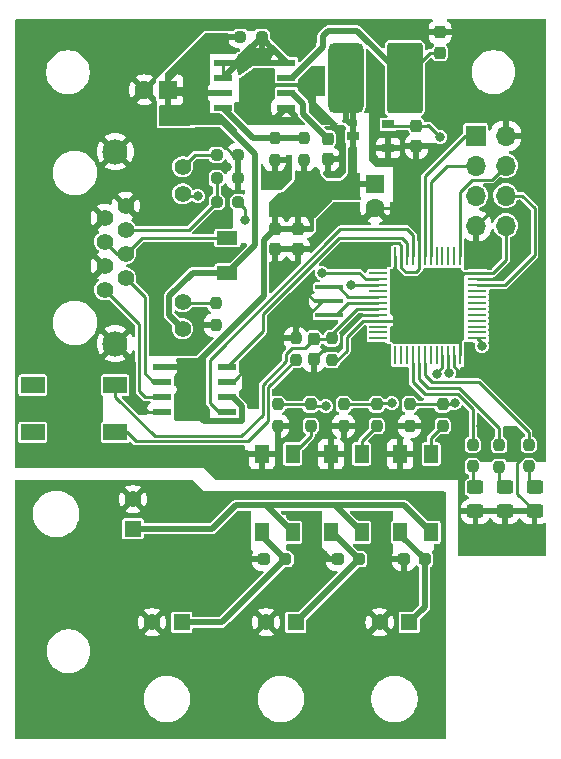
<source format=gtl>
G04 #@! TF.GenerationSoftware,KiCad,Pcbnew,8.0.8*
G04 #@! TF.CreationDate,2025-02-07T15:06:46+09:00*
G04 #@! TF.ProjectId,solenoid valve2020,736f6c65-6e6f-4696-9420-76616c766532,rev?*
G04 #@! TF.SameCoordinates,Original*
G04 #@! TF.FileFunction,Copper,L1,Top*
G04 #@! TF.FilePolarity,Positive*
%FSLAX46Y46*%
G04 Gerber Fmt 4.6, Leading zero omitted, Abs format (unit mm)*
G04 Created by KiCad (PCBNEW 8.0.8) date 2025-02-07 15:06:46*
%MOMM*%
%LPD*%
G01*
G04 APERTURE LIST*
G04 Aperture macros list*
%AMRoundRect*
0 Rectangle with rounded corners*
0 $1 Rounding radius*
0 $2 $3 $4 $5 $6 $7 $8 $9 X,Y pos of 4 corners*
0 Add a 4 corners polygon primitive as box body*
4,1,4,$2,$3,$4,$5,$6,$7,$8,$9,$2,$3,0*
0 Add four circle primitives for the rounded corners*
1,1,$1+$1,$2,$3*
1,1,$1+$1,$4,$5*
1,1,$1+$1,$6,$7*
1,1,$1+$1,$8,$9*
0 Add four rect primitives between the rounded corners*
20,1,$1+$1,$2,$3,$4,$5,0*
20,1,$1+$1,$4,$5,$6,$7,0*
20,1,$1+$1,$6,$7,$8,$9,0*
20,1,$1+$1,$8,$9,$2,$3,0*%
G04 Aperture macros list end*
G04 #@! TA.AperFunction,SMDPad,CuDef*
%ADD10R,1.050000X0.750000*%
G04 #@! TD*
G04 #@! TA.AperFunction,SMDPad,CuDef*
%ADD11R,1.050000X0.800000*%
G04 #@! TD*
G04 #@! TA.AperFunction,SMDPad,CuDef*
%ADD12RoundRect,0.237500X0.250000X0.237500X-0.250000X0.237500X-0.250000X-0.237500X0.250000X-0.237500X0*%
G04 #@! TD*
G04 #@! TA.AperFunction,SMDPad,CuDef*
%ADD13RoundRect,0.237500X-0.237500X0.250000X-0.237500X-0.250000X0.237500X-0.250000X0.237500X0.250000X0*%
G04 #@! TD*
G04 #@! TA.AperFunction,ComponentPad*
%ADD14R,1.700000X1.700000*%
G04 #@! TD*
G04 #@! TA.AperFunction,ComponentPad*
%ADD15O,1.700000X1.700000*%
G04 #@! TD*
G04 #@! TA.AperFunction,SMDPad,CuDef*
%ADD16R,2.000000X1.400000*%
G04 #@! TD*
G04 #@! TA.AperFunction,SMDPad,CuDef*
%ADD17RoundRect,0.237500X-0.237500X0.300000X-0.237500X-0.300000X0.237500X-0.300000X0.237500X0.300000X0*%
G04 #@! TD*
G04 #@! TA.AperFunction,SMDPad,CuDef*
%ADD18RoundRect,0.237500X-0.237500X0.287500X-0.237500X-0.287500X0.237500X-0.287500X0.237500X0.287500X0*%
G04 #@! TD*
G04 #@! TA.AperFunction,SMDPad,CuDef*
%ADD19R,1.550000X0.600000*%
G04 #@! TD*
G04 #@! TA.AperFunction,SMDPad,CuDef*
%ADD20RoundRect,0.250000X-0.450000X0.325000X-0.450000X-0.325000X0.450000X-0.325000X0.450000X0.325000X0*%
G04 #@! TD*
G04 #@! TA.AperFunction,ComponentPad*
%ADD21R,1.400000X1.400000*%
G04 #@! TD*
G04 #@! TA.AperFunction,ComponentPad*
%ADD22C,1.400000*%
G04 #@! TD*
G04 #@! TA.AperFunction,ComponentPad*
%ADD23R,1.600000X1.600000*%
G04 #@! TD*
G04 #@! TA.AperFunction,ComponentPad*
%ADD24C,1.600000*%
G04 #@! TD*
G04 #@! TA.AperFunction,SMDPad,CuDef*
%ADD25RoundRect,0.237500X0.237500X-0.250000X0.237500X0.250000X-0.237500X0.250000X-0.237500X-0.250000X0*%
G04 #@! TD*
G04 #@! TA.AperFunction,SMDPad,CuDef*
%ADD26R,1.200000X1.550000*%
G04 #@! TD*
G04 #@! TA.AperFunction,SMDPad,CuDef*
%ADD27RoundRect,0.237500X-0.250000X-0.237500X0.250000X-0.237500X0.250000X0.237500X-0.250000X0.237500X0*%
G04 #@! TD*
G04 #@! TA.AperFunction,ComponentPad*
%ADD28C,1.397000*%
G04 #@! TD*
G04 #@! TA.AperFunction,ComponentPad*
%ADD29C,2.133600*%
G04 #@! TD*
G04 #@! TA.AperFunction,SMDPad,CuDef*
%ADD30RoundRect,0.237500X0.237500X-0.300000X0.237500X0.300000X-0.237500X0.300000X-0.237500X-0.300000X0*%
G04 #@! TD*
G04 #@! TA.AperFunction,SMDPad,CuDef*
%ADD31RoundRect,0.100000X-1.075000X0.100000X-1.075000X-0.100000X1.075000X-0.100000X1.075000X0.100000X0*%
G04 #@! TD*
G04 #@! TA.AperFunction,SMDPad,CuDef*
%ADD32R,1.810000X1.160000*%
G04 #@! TD*
G04 #@! TA.AperFunction,SMDPad,CuDef*
%ADD33RoundRect,0.237500X-0.287500X-0.237500X0.287500X-0.237500X0.287500X0.237500X-0.287500X0.237500X0*%
G04 #@! TD*
G04 #@! TA.AperFunction,SMDPad,CuDef*
%ADD34R,1.560000X0.280000*%
G04 #@! TD*
G04 #@! TA.AperFunction,SMDPad,CuDef*
%ADD35R,0.280000X1.560000*%
G04 #@! TD*
G04 #@! TA.AperFunction,SMDPad,CuDef*
%ADD36RoundRect,0.250000X-1.250000X-2.750000X1.250000X-2.750000X1.250000X2.750000X-1.250000X2.750000X0*%
G04 #@! TD*
G04 #@! TA.AperFunction,SMDPad,CuDef*
%ADD37RoundRect,0.576923X-0.923077X-2.423077X0.923077X-2.423077X0.923077X2.423077X-0.923077X2.423077X0*%
G04 #@! TD*
G04 #@! TA.AperFunction,SMDPad,CuDef*
%ADD38R,1.520000X0.600000*%
G04 #@! TD*
G04 #@! TA.AperFunction,ViaPad*
%ADD39C,0.800000*%
G04 #@! TD*
G04 #@! TA.AperFunction,Conductor*
%ADD40C,0.500000*%
G04 #@! TD*
G04 #@! TA.AperFunction,Conductor*
%ADD41C,0.250000*%
G04 #@! TD*
G04 APERTURE END LIST*
D10*
G04 #@! TO.P,U7,1,VSS*
G04 #@! TO.N,GNDIO*
X82104000Y-61429000D03*
G04 #@! TO.P,U7,2,VOUT*
G04 #@! TO.N,3v3*
X82104000Y-59429000D03*
D11*
G04 #@! TO.P,U7,3,VIN*
G04 #@! TO.N,5V*
X79154000Y-60429000D03*
G04 #@! TD*
D12*
G04 #@! TO.P,R18,1,1*
G04 #@! TO.N,~{EMS}*
X69412500Y-66000000D03*
G04 #@! TO.P,R18,2,2*
G04 #@! TO.N,Net-(CN1-Pad6)*
X67587500Y-66000000D03*
G04 #@! TD*
D13*
G04 #@! TO.P,R21,1,1*
G04 #@! TO.N,Net-(U6-FB)*
X75000000Y-60587500D03*
G04 #@! TO.P,R21,2,2*
G04 #@! TO.N,5V*
X75000000Y-62412500D03*
G04 #@! TD*
D14*
G04 #@! TO.P,JP1,1,1*
G04 #@! TO.N,/mcu/UART_RX*
X89519000Y-60380000D03*
D15*
G04 #@! TO.P,JP1,2,2*
G04 #@! TO.N,GNDIO*
X92059000Y-60380000D03*
G04 #@! TO.P,JP1,3,3*
G04 #@! TO.N,/mcu/UART_TX*
X89519000Y-62920000D03*
G04 #@! TO.P,JP1,4,4*
G04 #@! TO.N,/mcu/SWCLK*
X92059000Y-62920000D03*
G04 #@! TO.P,JP1,5,5*
G04 #@! TO.N,5V*
X89519000Y-65460000D03*
G04 #@! TO.P,JP1,6,6*
G04 #@! TO.N,/mcu/SWDIO*
X92059000Y-65460000D03*
G04 #@! TO.P,JP1,7,7*
G04 #@! TO.N,GNDIO*
X89519000Y-68000000D03*
G04 #@! TO.P,JP1,8,8*
G04 #@! TO.N,3v3*
X92059000Y-68000000D03*
G04 #@! TD*
D16*
G04 #@! TO.P,SW1,1,1*
G04 #@! TO.N,Net-(R17-Pad1)*
X59000000Y-85500000D03*
G04 #@! TO.N,N/C*
X52000000Y-85500000D03*
G04 #@! TO.P,SW1,2,2*
G04 #@! TO.N,/mcu/~{RESET}*
X59000000Y-81500000D03*
G04 #@! TO.N,N/C*
X52000000Y-81500000D03*
G04 #@! TD*
D17*
G04 #@! TO.P,C18,1,1*
G04 #@! TO.N,3v3*
X84500000Y-59566500D03*
G04 #@! TO.P,C18,2,2*
G04 #@! TO.N,GNDIO*
X84500000Y-61291500D03*
G04 #@! TD*
D18*
G04 #@! TO.P,D8,A,A*
G04 #@! TO.N,GNDIO*
X86500000Y-51625000D03*
G04 #@! TO.P,D8,C,C*
G04 #@! TO.N,Net-(U6-SWE)*
X86500000Y-53375000D03*
G04 #@! TD*
D19*
G04 #@! TO.P,U6,1,GND*
G04 #@! TO.N,Net-(U6-DC)*
X73500000Y-54190000D03*
G04 #@! TO.P,U6,2,TC*
G04 #@! TO.N,Net-(U6-SWE)*
X73500000Y-55460000D03*
G04 #@! TO.P,U6,3,SWE*
G04 #@! TO.N,Net-(U6-TC)*
X73500000Y-56730000D03*
G04 #@! TO.P,U6,4,SWC*
G04 #@! TO.N,GNDIO*
X73500000Y-58000000D03*
G04 #@! TO.P,U6,5,FB*
G04 #@! TO.N,Net-(U6-FB)*
X68100000Y-58000000D03*
G04 #@! TO.P,U6,6,VCC*
G04 #@! TO.N,+24V*
X68100000Y-56730000D03*
G04 #@! TO.P,U6,7,IS*
G04 #@! TO.N,Net-(U6-DC)*
X68100000Y-55460000D03*
G04 #@! TO.P,U6,8,DC*
X68100000Y-54190000D03*
G04 #@! TD*
D13*
G04 #@! TO.P,R14,1,1*
G04 #@! TO.N,/mcu/LED1*
X91500000Y-86587500D03*
G04 #@! TO.P,R14,2,2*
G04 #@! TO.N,Net-(D10-PadA)*
X91500000Y-88412500D03*
G04 #@! TD*
D20*
G04 #@! TO.P,D9,A,A*
G04 #@! TO.N,Net-(D9-PadA)*
X89500000Y-90147000D03*
G04 #@! TO.P,D9,C,C*
G04 #@! TO.N,GNDIO*
X89500000Y-92197000D03*
G04 #@! TD*
D21*
G04 #@! TO.P,X0,1,1*
G04 #@! TO.N,Net-(D0-PadC)*
X64627000Y-101577000D03*
D22*
G04 #@! TO.P,X0,2,2*
G04 #@! TO.N,GND*
X62127000Y-101577000D03*
G04 #@! TD*
D23*
G04 #@! TO.P,C17,1,1*
G04 #@! TO.N,5V*
X81000000Y-64493000D03*
D24*
G04 #@! TO.P,C17,2,2*
G04 #@! TO.N,GNDIO*
X81000000Y-66493000D03*
G04 #@! TD*
D25*
G04 #@! TO.P,R16,1,1*
G04 #@! TO.N,3v3*
X77327000Y-79375500D03*
G04 #@! TO.P,R16,2,2*
G04 #@! TO.N,/mcu/~{RESET}*
X77327000Y-77550500D03*
G04 #@! TD*
G04 #@! TO.P,R19,1,1*
G04 #@! TO.N,GNDIO*
X67500000Y-76412500D03*
G04 #@! TO.P,R19,2,2*
G04 #@! TO.N,Net-(CN1-C-G)*
X67500000Y-74587500D03*
G04 #@! TD*
D26*
G04 #@! TO.P,TLP172AM3,1*
G04 #@! TO.N,Net-(R2-Pad2)*
X74025000Y-87332000D03*
G04 #@! TO.P,TLP172AM3,3*
G04 #@! TO.N,GNDIO*
X71425000Y-87357000D03*
G04 #@! TO.P,TLP172AM3,4*
G04 #@! TO.N,Net-(D0-PadC)*
X71425000Y-93957000D03*
G04 #@! TO.P,TLP172AM3,6*
G04 #@! TO.N,VCC*
X74025000Y-93957000D03*
G04 #@! TD*
D27*
G04 #@! TO.P,R4,1,1*
G04 #@! TO.N,Net-(CN1-Pad6)*
X67587500Y-64000000D03*
G04 #@! TO.P,R4,2,2*
G04 #@! TO.N,GNDIO*
X69412500Y-64000000D03*
G04 #@! TD*
D28*
G04 #@! TO.P,CN1,1,1*
G04 #@! TO.N,/can/CANH*
X58111000Y-73428000D03*
G04 #@! TO.P,CN1,2,2*
G04 #@! TO.N,/can/CANL*
X59889000Y-72412000D03*
G04 #@! TO.P,CN1,3,3*
G04 #@! TO.N,GNDIO*
X58111000Y-71396000D03*
G04 #@! TO.P,CN1,4,4*
G04 #@! TO.N,Net-(CN1-Pad4)*
X59889000Y-70380000D03*
G04 #@! TO.P,CN1,5,5*
X58111000Y-69364000D03*
G04 #@! TO.P,CN1,6,6*
G04 #@! TO.N,Net-(CN1-Pad6)*
X59889000Y-68348000D03*
G04 #@! TO.P,CN1,7,7*
G04 #@! TO.N,GNDIO*
X58111000Y-67332000D03*
G04 #@! TO.P,CN1,8,8*
X59889000Y-66316000D03*
G04 #@! TO.P,CN1,GA,A-G*
G04 #@! TO.N,+24V*
X64715000Y-76730000D03*
G04 #@! TO.P,CN1,GC,C-G*
G04 #@! TO.N,Net-(CN1-C-G)*
X64715000Y-74444000D03*
D29*
G04 #@! TO.P,CN1,M1,SHIELD*
G04 #@! TO.N,GNDIO*
X59000000Y-61744000D03*
G04 #@! TO.P,CN1,M2,SHIELD*
X59000000Y-78000000D03*
D28*
G04 #@! TO.P,CN1,YA,A-Y*
G04 #@! TO.N,LED_CAN*
X64715000Y-65300000D03*
G04 #@! TO.P,CN1,YC,C-Y*
G04 #@! TO.N,Net-(CN1-C-Y)*
X64715000Y-63014000D03*
G04 #@! TD*
D13*
G04 #@! TO.P,R1,1,1*
G04 #@! TO.N,SOLV0*
X72755000Y-83138500D03*
G04 #@! TO.P,R1,2,2*
G04 #@! TO.N,GNDIO*
X72755000Y-84963500D03*
G04 #@! TD*
G04 #@! TO.P,R5,1,1*
G04 #@! TO.N,SOLV1*
X81137000Y-83138500D03*
G04 #@! TO.P,R5,2,2*
G04 #@! TO.N,Net-(R5-Pad2)*
X81137000Y-84963500D03*
G04 #@! TD*
D23*
G04 #@! TO.P,C14,1,1*
G04 #@! TO.N,+24V*
X63455113Y-56500000D03*
D24*
G04 #@! TO.P,C14,2,2*
G04 #@! TO.N,GNDIO*
X61455113Y-56500000D03*
G04 #@! TD*
D26*
G04 #@! TO.P,TLP172AM1,1*
G04 #@! TO.N,Net-(R5-Pad2)*
X79867000Y-87332000D03*
G04 #@! TO.P,TLP172AM1,3*
G04 #@! TO.N,GNDIO*
X77267000Y-87357000D03*
G04 #@! TO.P,TLP172AM1,4*
G04 #@! TO.N,Net-(D1-PadC)*
X77267000Y-93957000D03*
G04 #@! TO.P,TLP172AM1,6*
G04 #@! TO.N,VCC*
X79867000Y-93957000D03*
G04 #@! TD*
D17*
G04 #@! TO.P,C15,1,1*
G04 #@! TO.N,Net-(U6-TC)*
X77000000Y-60637500D03*
G04 #@! TO.P,C15,2,2*
G04 #@! TO.N,GNDIO*
X77000000Y-62362500D03*
G04 #@! TD*
D13*
G04 #@! TO.P,R15,1,1*
G04 #@! TO.N,/mcu/LED2*
X94000000Y-86553000D03*
G04 #@! TO.P,R15,2,2*
G04 #@! TO.N,Net-(D11-PadA)*
X94000000Y-88378000D03*
G04 #@! TD*
D30*
G04 #@! TO.P,C20,1,1*
G04 #@! TO.N,GNDIO*
X75803000Y-79325500D03*
G04 #@! TO.P,C20,2,2*
G04 #@! TO.N,/mcu/~{RESET}*
X75803000Y-77600500D03*
G04 #@! TD*
D21*
G04 #@! TO.P,X2,1,1*
G04 #@! TO.N,Net-(D2-PadC)*
X83891000Y-101577000D03*
D22*
G04 #@! TO.P,X2,2,2*
G04 #@! TO.N,GND*
X81391000Y-101577000D03*
G04 #@! TD*
D21*
G04 #@! TO.P,X1,1,1*
G04 #@! TO.N,Net-(D1-PadC)*
X74279000Y-101577000D03*
D22*
G04 #@! TO.P,X1,2,2*
G04 #@! TO.N,GND*
X71779000Y-101577000D03*
G04 #@! TD*
D31*
G04 #@! TO.P,U$6,1,1*
G04 #@! TO.N,Net-(U1-OSC_IN)*
X77102000Y-73199000D03*
G04 #@! TO.P,U$6,2,2*
G04 #@! TO.N,GNDIO*
X77102000Y-74399000D03*
G04 #@! TO.P,U$6,3,3*
G04 #@! TO.N,Net-(U1-OSC_OUT)*
X77102000Y-75599000D03*
G04 #@! TD*
D13*
G04 #@! TO.P,R13,1,1*
G04 #@! TO.N,/mcu/LED0*
X89265000Y-86553000D03*
G04 #@! TO.P,R13,2,2*
G04 #@! TO.N,Net-(D9-PadA)*
X89265000Y-88378000D03*
G04 #@! TD*
D21*
G04 #@! TO.P,X3,1,1*
G04 #@! TO.N,VCC*
X60500000Y-93663000D03*
D22*
G04 #@! TO.P,X3,2,2*
G04 #@! TO.N,GND*
X60500000Y-91163000D03*
G04 #@! TD*
D20*
G04 #@! TO.P,D11,A,A*
G04 #@! TO.N,Net-(D11-PadA)*
X94500000Y-90147000D03*
G04 #@! TO.P,D11,C,C*
G04 #@! TO.N,GNDIO*
X94500000Y-92197000D03*
G04 #@! TD*
D13*
G04 #@! TO.P,R6,1,1*
G04 #@! TO.N,SOLV2*
X86725000Y-83138500D03*
G04 #@! TO.P,R6,2,2*
G04 #@! TO.N,Net-(R6-Pad2)*
X86725000Y-84963500D03*
G04 #@! TD*
D32*
G04 #@! TO.P,F1,1,1*
G04 #@! TO.N,+24V*
X68500000Y-71975000D03*
G04 #@! TO.P,F1,2,2*
G04 #@! TO.N,Net-(CN1-Pad4)*
X68500000Y-69025000D03*
G04 #@! TD*
D25*
G04 #@! TO.P,R17,1,1*
G04 #@! TO.N,Net-(R17-Pad1)*
X74279000Y-79375500D03*
G04 #@! TO.P,R17,2,2*
G04 #@! TO.N,GNDIO*
X74279000Y-77550500D03*
G04 #@! TD*
D33*
G04 #@! TO.P,D2,A,A*
G04 #@! TO.N,GND*
X83451000Y-96243000D03*
G04 #@! TO.P,D2,C,C*
G04 #@! TO.N,Net-(D2-PadC)*
X85201000Y-96243000D03*
G04 #@! TD*
D13*
G04 #@! TO.P,R2,1,1*
G04 #@! TO.N,SOLV0*
X75549000Y-83138500D03*
G04 #@! TO.P,R2,2,2*
G04 #@! TO.N,Net-(R2-Pad2)*
X75549000Y-84963500D03*
G04 #@! TD*
D17*
G04 #@! TO.P,C16,1,1*
G04 #@! TO.N,5V*
X74500000Y-68275000D03*
G04 #@! TO.P,C16,2,2*
G04 #@! TO.N,GNDIO*
X74500000Y-70000000D03*
G04 #@! TD*
D12*
G04 #@! TO.P,R20,1,1*
G04 #@! TO.N,GNDIO*
X69412500Y-62000000D03*
G04 #@! TO.P,R20,2,2*
G04 #@! TO.N,Net-(CN1-C-Y)*
X67587500Y-62000000D03*
G04 #@! TD*
D34*
G04 #@! TO.P,STM32F103C8T6,1,VBAT*
G04 #@! TO.N,unconnected-(U1-VBAT-Pad1)*
X81275000Y-72041000D03*
G04 #@! TO.P,STM32F103C8T6,2,PC13-TAMPER-RTC*
G04 #@! TO.N,~{EMS}*
X81275000Y-72541000D03*
G04 #@! TO.P,STM32F103C8T6,3,PC14-OSC32_IN*
G04 #@! TO.N,LED_CAN*
X81275000Y-73041000D03*
G04 #@! TO.P,STM32F103C8T6,4,PC15-OSC32_OUT*
G04 #@! TO.N,unconnected-(U1-PC15-OSC32_OUT-Pad4)*
X81275000Y-73541000D03*
G04 #@! TO.P,STM32F103C8T6,5,OSC_IN*
G04 #@! TO.N,Net-(U1-OSC_IN)*
X81275000Y-74041000D03*
G04 #@! TO.P,STM32F103C8T6,6,OSC_OUT*
G04 #@! TO.N,Net-(U1-OSC_OUT)*
X81275000Y-74541000D03*
G04 #@! TO.P,STM32F103C8T6,7,NRST*
G04 #@! TO.N,/mcu/~{RESET}*
X81275000Y-75041000D03*
G04 #@! TO.P,STM32F103C8T6,8,VSSA*
G04 #@! TO.N,GNDIO*
X81275000Y-75541000D03*
G04 #@! TO.P,STM32F103C8T6,9,VDDA*
G04 #@! TO.N,3v3*
X81275000Y-76041000D03*
G04 #@! TO.P,STM32F103C8T6,10,PA0-WKUP*
G04 #@! TO.N,unconnected-(U1-PA0-WKUP-Pad10)*
X81275000Y-76541000D03*
G04 #@! TO.P,STM32F103C8T6,11,PA1*
G04 #@! TO.N,unconnected-(U1-PA1-Pad11)*
X81275000Y-77041000D03*
G04 #@! TO.P,STM32F103C8T6,12,PA2*
G04 #@! TO.N,unconnected-(U1-PA2-Pad12)*
X81275000Y-77541000D03*
D35*
G04 #@! TO.P,STM32F103C8T6,13,PA3*
G04 #@! TO.N,unconnected-(U1-PA3-Pad13)*
X82705000Y-78971000D03*
G04 #@! TO.P,STM32F103C8T6,14,PA4*
G04 #@! TO.N,unconnected-(U1-PA4-Pad14)*
X83205000Y-78971000D03*
G04 #@! TO.P,STM32F103C8T6,15,PA5*
G04 #@! TO.N,unconnected-(U1-PA5-Pad15)*
X83705000Y-78971000D03*
G04 #@! TO.P,STM32F103C8T6,16,PA6*
G04 #@! TO.N,/mcu/LED0*
X84205000Y-78971000D03*
G04 #@! TO.P,STM32F103C8T6,17,PA7*
G04 #@! TO.N,/mcu/LED1*
X84705000Y-78971000D03*
G04 #@! TO.P,STM32F103C8T6,18,PB0*
G04 #@! TO.N,/mcu/LED2*
X85205000Y-78971000D03*
G04 #@! TO.P,STM32F103C8T6,19,PB1*
G04 #@! TO.N,unconnected-(U1-PB1-Pad19)*
X85705000Y-78971000D03*
G04 #@! TO.P,STM32F103C8T6,20,PB2-BOOT1*
G04 #@! TO.N,unconnected-(U1-PB2-BOOT1-Pad20)*
X86205000Y-78971000D03*
G04 #@! TO.P,STM32F103C8T6,21,PB10*
G04 #@! TO.N,SOLV0*
X86705000Y-78971000D03*
G04 #@! TO.P,STM32F103C8T6,22,PB11*
G04 #@! TO.N,SOLV1*
X87205000Y-78971000D03*
G04 #@! TO.P,STM32F103C8T6,23,VSS$1*
G04 #@! TO.N,GNDIO*
X87705000Y-78971000D03*
G04 #@! TO.P,STM32F103C8T6,24,VDD$1*
G04 #@! TO.N,3v3*
X88205000Y-78971000D03*
D34*
G04 #@! TO.P,STM32F103C8T6,25,PB12*
G04 #@! TO.N,SOLV2*
X89635000Y-77541000D03*
G04 #@! TO.P,STM32F103C8T6,26,PB13*
G04 #@! TO.N,unconnected-(U1-PB13-Pad26)*
X89635000Y-77041000D03*
G04 #@! TO.P,STM32F103C8T6,27,PB14*
G04 #@! TO.N,unconnected-(U1-PB14-Pad27)*
X89635000Y-76541000D03*
G04 #@! TO.P,STM32F103C8T6,28,PB15*
G04 #@! TO.N,unconnected-(U1-PB15-Pad28)*
X89635000Y-76041000D03*
G04 #@! TO.P,STM32F103C8T6,29,PA8*
G04 #@! TO.N,unconnected-(U1-PA8-Pad29)*
X89635000Y-75541000D03*
G04 #@! TO.P,STM32F103C8T6,30,PA9*
G04 #@! TO.N,unconnected-(U1-PA9-Pad30)*
X89635000Y-75041000D03*
G04 #@! TO.P,STM32F103C8T6,31,PA10*
G04 #@! TO.N,unconnected-(U1-PA10-Pad31)*
X89635000Y-74541000D03*
G04 #@! TO.P,STM32F103C8T6,32,PA11*
G04 #@! TO.N,unconnected-(U1-PA11-Pad32)*
X89635000Y-74041000D03*
G04 #@! TO.P,STM32F103C8T6,33,PA12*
G04 #@! TO.N,unconnected-(U1-PA12-Pad33)*
X89635000Y-73541000D03*
G04 #@! TO.P,STM32F103C8T6,34,PA13-JTMS-SWDIO*
G04 #@! TO.N,/mcu/SWDIO*
X89635000Y-73041000D03*
G04 #@! TO.P,STM32F103C8T6,35,VSS$2*
G04 #@! TO.N,GNDIO*
X89635000Y-72541000D03*
G04 #@! TO.P,STM32F103C8T6,36,VDD$2*
G04 #@! TO.N,3v3*
X89635000Y-72041000D03*
D35*
G04 #@! TO.P,STM32F103C8T6,37,PA14-JTCK-SWCLK*
G04 #@! TO.N,/mcu/SWCLK*
X88205000Y-70611000D03*
G04 #@! TO.P,STM32F103C8T6,38,PA15-JTDI*
G04 #@! TO.N,unconnected-(U1-PA15-JTDI-Pad38)*
X87705000Y-70611000D03*
G04 #@! TO.P,STM32F103C8T6,39,PB3-JTDO*
G04 #@! TO.N,unconnected-(U1-PB3-JTDO-Pad39)*
X87205000Y-70611000D03*
G04 #@! TO.P,STM32F103C8T6,40,PB4-JNTRST*
G04 #@! TO.N,unconnected-(U1-PB4-JNTRST-Pad40)*
X86705000Y-70611000D03*
G04 #@! TO.P,STM32F103C8T6,41,PB5*
G04 #@! TO.N,SOLV8*
X86205000Y-70611000D03*
G04 #@! TO.P,STM32F103C8T6,42,PB6*
G04 #@! TO.N,/mcu/UART_TX*
X85705000Y-70611000D03*
G04 #@! TO.P,STM32F103C8T6,43,PB7*
G04 #@! TO.N,/mcu/UART_RX*
X85205000Y-70611000D03*
G04 #@! TO.P,STM32F103C8T6,44,BOOT0*
G04 #@! TO.N,GNDIO*
X84705000Y-70611000D03*
G04 #@! TO.P,STM32F103C8T6,45,PB8*
G04 #@! TO.N,CANRX*
X84205000Y-70611000D03*
G04 #@! TO.P,STM32F103C8T6,46,PB9*
G04 #@! TO.N,CANTX*
X83705000Y-70611000D03*
G04 #@! TO.P,STM32F103C8T6,47,VSS$3*
G04 #@! TO.N,GNDIO*
X83205000Y-70611000D03*
G04 #@! TO.P,STM32F103C8T6,48,VDD$3*
G04 #@! TO.N,3v3*
X82705000Y-70611000D03*
G04 #@! TD*
D13*
G04 #@! TO.P,R7,1,1*
G04 #@! TO.N,SOLV2*
X83931000Y-83138500D03*
G04 #@! TO.P,R7,2,2*
G04 #@! TO.N,GNDIO*
X83931000Y-84963500D03*
G04 #@! TD*
D33*
G04 #@! TO.P,D1,A,A*
G04 #@! TO.N,GND*
X77863000Y-96243000D03*
G04 #@! TO.P,D1,C,C*
G04 #@! TO.N,Net-(D1-PadC)*
X79613000Y-96243000D03*
G04 #@! TD*
D20*
G04 #@! TO.P,D10,A,A*
G04 #@! TO.N,Net-(D10-PadA)*
X92000000Y-90147000D03*
G04 #@! TO.P,D10,C,C*
G04 #@! TO.N,GNDIO*
X92000000Y-92197000D03*
G04 #@! TD*
D27*
G04 #@! TO.P,R23,1,1*
G04 #@! TO.N,+24V*
X69587500Y-52000000D03*
G04 #@! TO.P,R23,2,2*
G04 #@! TO.N,Net-(U6-DC)*
X71412500Y-52000000D03*
G04 #@! TD*
D30*
G04 #@! TO.P,C19,1,1*
G04 #@! TO.N,GNDIO*
X72500000Y-70000000D03*
G04 #@! TO.P,C19,2,2*
G04 #@! TO.N,5V*
X72500000Y-68275000D03*
G04 #@! TD*
D36*
G04 #@! TO.P,L1,1,1*
G04 #@! TO.N,Net-(U6-SWE)*
X83500000Y-55500000D03*
D37*
G04 #@! TO.P,L1,2,2*
G04 #@! TO.N,5V*
X78500000Y-55500000D03*
G04 #@! TD*
D38*
G04 #@! TO.P,U2,1,TXD*
G04 #@! TO.N,CANTX*
X68500000Y-79960000D03*
G04 #@! TO.P,U2,2,GND*
G04 #@! TO.N,GNDIO*
X68500000Y-81230000D03*
G04 #@! TO.P,U2,3,VS*
G04 #@! TO.N,5V*
X68500000Y-82500000D03*
G04 #@! TO.P,U2,4,RXD*
G04 #@! TO.N,CANRX*
X68500000Y-83770000D03*
G04 #@! TO.P,U2,5,EN*
G04 #@! TO.N,5V*
X62980000Y-79960000D03*
G04 #@! TO.P,U2,6,CANL*
G04 #@! TO.N,/can/CANL*
X62980000Y-81230000D03*
G04 #@! TO.P,U2,7,CANH*
G04 #@! TO.N,/can/CANH*
X62980000Y-82500000D03*
G04 #@! TO.P,U2,8,S*
G04 #@! TO.N,GNDIO*
X62980000Y-83770000D03*
G04 #@! TD*
D33*
G04 #@! TO.P,D0,A,A*
G04 #@! TO.N,GND*
X71626000Y-96243000D03*
G04 #@! TO.P,D0,C,C*
G04 #@! TO.N,Net-(D0-PadC)*
X73376000Y-96243000D03*
G04 #@! TD*
D13*
G04 #@! TO.P,R3,1,1*
G04 #@! TO.N,SOLV1*
X78343000Y-83138500D03*
G04 #@! TO.P,R3,2,2*
G04 #@! TO.N,GNDIO*
X78343000Y-84963500D03*
G04 #@! TD*
D25*
G04 #@! TO.P,R22,1,1*
G04 #@! TO.N,GNDIO*
X72500000Y-62412500D03*
G04 #@! TO.P,R22,2,2*
G04 #@! TO.N,Net-(U6-FB)*
X72500000Y-60587500D03*
G04 #@! TD*
D26*
G04 #@! TO.P,TLP172AM2,1*
G04 #@! TO.N,Net-(R6-Pad2)*
X85739000Y-87332000D03*
G04 #@! TO.P,TLP172AM2,3*
G04 #@! TO.N,GNDIO*
X83139000Y-87357000D03*
G04 #@! TO.P,TLP172AM2,4*
G04 #@! TO.N,Net-(D2-PadC)*
X83139000Y-93957000D03*
G04 #@! TO.P,TLP172AM2,6*
G04 #@! TO.N,VCC*
X85739000Y-93957000D03*
G04 #@! TD*
D39*
G04 #@! TO.N,GNDIO*
X65000000Y-52000000D03*
X66000000Y-75500000D03*
X93500000Y-75500000D03*
X77778287Y-70752981D03*
X52500000Y-60000000D03*
X93000000Y-80500000D03*
X79500000Y-78000000D03*
X88000000Y-84500000D03*
X95000000Y-87500000D03*
X52500000Y-79000000D03*
X82500000Y-84500000D03*
X52500000Y-52000000D03*
X92500000Y-85500000D03*
X68500000Y-63000000D03*
X72500000Y-64000000D03*
X55500000Y-85500000D03*
X62000000Y-87000000D03*
X83000000Y-81000000D03*
X70500000Y-82500000D03*
X75500000Y-56000000D03*
X88000000Y-57000000D03*
X87500000Y-88000000D03*
X74500000Y-53000000D03*
X81500000Y-51500000D03*
X66500000Y-87000000D03*
X94000000Y-52500000D03*
X92000000Y-94500000D03*
X81000000Y-54500000D03*
X83500000Y-63000000D03*
X94000000Y-57000000D03*
X89500000Y-94500000D03*
X83500000Y-51500000D03*
X71000000Y-55500000D03*
X52500000Y-74500000D03*
X85500000Y-84500000D03*
X94500000Y-64000000D03*
X67500000Y-70500000D03*
X73500000Y-82000000D03*
X63000000Y-78000000D03*
X52500000Y-70000000D03*
X75000000Y-73500000D03*
X80000000Y-84500000D03*
X88000000Y-52500000D03*
X67000000Y-68000000D03*
X67500000Y-60500000D03*
X72500000Y-72500000D03*
X52500000Y-65000000D03*
X94500000Y-94500000D03*
X55500000Y-81500000D03*
X90500000Y-70000000D03*
X59000000Y-52000000D03*
X73000000Y-89000000D03*
X79000000Y-89000000D03*
X76500000Y-76500000D03*
X90000000Y-85000000D03*
G04 #@! TO.N,3v3*
X86500000Y-60500000D03*
G04 #@! TO.N,SOLV0*
X86217000Y-80532000D03*
X76819000Y-83289000D03*
G04 #@! TO.N,SOLV1*
X87233000Y-80495000D03*
X82407000Y-83035000D03*
G04 #@! TO.N,SOLV2*
X90027000Y-78209000D03*
X87736347Y-83039653D03*
G04 #@! TO.N,~{EMS}*
X76500000Y-72000000D03*
X70000000Y-67500000D03*
G04 #@! TO.N,LED_CAN*
X79000000Y-73000000D03*
X66000000Y-65500000D03*
G04 #@! TO.N,GND*
X68000000Y-110000000D03*
X56500000Y-109500000D03*
X81500000Y-93000000D03*
X66500000Y-91500000D03*
X68000000Y-106500000D03*
X70000000Y-93000000D03*
X85500000Y-102500000D03*
X75500000Y-97500000D03*
X77500000Y-106500000D03*
X85000000Y-91000000D03*
X68500000Y-95500000D03*
X81500000Y-97500000D03*
X55000000Y-98000000D03*
X66500000Y-97500000D03*
X51500000Y-90500000D03*
X77500000Y-110000000D03*
X86000000Y-92000000D03*
X62500000Y-97500000D03*
X68000000Y-103000000D03*
X77500000Y-103000000D03*
X85500000Y-110000000D03*
X57000000Y-100000000D03*
X85500000Y-106500000D03*
X64000000Y-91500000D03*
X54500000Y-107000000D03*
X53000000Y-96000000D03*
X53000000Y-100000000D03*
X52500000Y-109500000D03*
X75500000Y-93000000D03*
X57000000Y-96000000D03*
G04 #@! TD*
D40*
G04 #@! TO.N,5V*
X79493000Y-64493000D02*
X79000000Y-64000000D01*
X79000000Y-64000000D02*
X79000000Y-63500000D01*
X79154000Y-63346000D02*
X79154000Y-60429000D01*
X81000000Y-64493000D02*
X79493000Y-64493000D01*
X79000000Y-63500000D02*
X79154000Y-63346000D01*
D41*
X75000000Y-66500000D02*
X74500000Y-67000000D01*
X74500000Y-67000000D02*
X74500000Y-68275000D01*
X75000000Y-62412500D02*
X75000000Y-66500000D01*
G04 #@! TO.N,GNDIO*
X66412500Y-76412500D02*
X66000000Y-76000000D01*
X67500000Y-76412500D02*
X66412500Y-76412500D01*
X66000000Y-76000000D02*
X66000000Y-75500000D01*
G04 #@! TO.N,GND*
X71626000Y-96243000D02*
X69243000Y-96243000D01*
X69243000Y-96243000D02*
X68500000Y-95500000D01*
X77863000Y-96243000D02*
X77338000Y-96243000D01*
X75500000Y-94405000D02*
X75500000Y-93000000D01*
X77338000Y-96243000D02*
X75500000Y-94405000D01*
G04 #@! TO.N,GNDIO*
X92059000Y-60380000D02*
X92059000Y-58941000D01*
X92059000Y-58941000D02*
X94000000Y-57000000D01*
X95000000Y-87500000D02*
X93588424Y-87500000D01*
X93588424Y-87500000D02*
X93025000Y-88063424D01*
X93025000Y-88063424D02*
X93025000Y-90722000D01*
X93025000Y-90722000D02*
X94500000Y-92197000D01*
X75000000Y-73500000D02*
X75899000Y-74399000D01*
X75899000Y-74399000D02*
X77102000Y-74399000D01*
D40*
G04 #@! TO.N,Net-(U6-DC)*
X68100000Y-55460000D02*
X69370000Y-54190000D01*
X69370000Y-54190000D02*
X73500000Y-54190000D01*
X71412500Y-52000000D02*
X71412500Y-52102500D01*
X71412500Y-52102500D02*
X73500000Y-54190000D01*
X68100000Y-54190000D02*
X69222500Y-54190000D01*
X69222500Y-54190000D02*
X71412500Y-52000000D01*
G04 #@! TO.N,Net-(U6-FB)*
X75000000Y-60587500D02*
X72500000Y-60587500D01*
X70687500Y-60587500D02*
X72500000Y-60587500D01*
X68100000Y-58000000D02*
X70687500Y-60587500D01*
G04 #@! TO.N,Net-(U6-SWE)*
X77000000Y-51500000D02*
X79500000Y-51500000D01*
X79500000Y-51500000D02*
X83500000Y-55500000D01*
X73500000Y-55460000D02*
X73960000Y-55460000D01*
X73960000Y-55460000D02*
X76550000Y-52870000D01*
X76550000Y-52870000D02*
X76550000Y-51950000D01*
X76550000Y-51950000D02*
X77000000Y-51500000D01*
G04 #@! TO.N,Net-(U6-TC)*
X73500000Y-56730000D02*
X73975000Y-56730000D01*
X73975000Y-56730000D02*
X74925000Y-57680000D01*
X74925000Y-57680000D02*
X74925000Y-58562500D01*
X74925000Y-58562500D02*
X77000000Y-60637500D01*
G04 #@! TO.N,5V*
X79154000Y-60429000D02*
X79154000Y-56154000D01*
X79154000Y-56154000D02*
X78500000Y-55500000D01*
X65500000Y-81000000D02*
X65500000Y-80050432D01*
X65500000Y-80050432D02*
X71575000Y-73975432D01*
X71575000Y-69200000D02*
X72500000Y-68275000D01*
X71575000Y-73975432D02*
X71575000Y-69200000D01*
X65500000Y-83500000D02*
X65500000Y-81000000D01*
X68500000Y-82500000D02*
X68960000Y-82500000D01*
X69710000Y-83250000D02*
X69710000Y-84520000D01*
X68960000Y-82500000D02*
X69710000Y-83250000D01*
X69710000Y-84520000D02*
X66520000Y-84520000D01*
X66520000Y-84520000D02*
X65500000Y-83500000D01*
X65500000Y-81000000D02*
X64460000Y-79960000D01*
X64460000Y-79960000D02*
X62980000Y-79960000D01*
D41*
G04 #@! TO.N,/mcu/~{RESET}*
X59000000Y-82500000D02*
X62325000Y-85825000D01*
X69675000Y-85825000D02*
X71500000Y-84000000D01*
X62325000Y-85825000D02*
X69675000Y-85825000D01*
X71500000Y-84000000D02*
X71500000Y-81479000D01*
X59000000Y-81500000D02*
X59000000Y-82500000D01*
X73479000Y-78885924D02*
X74001924Y-78363000D01*
X71500000Y-81479000D02*
X73479000Y-79500000D01*
X73479000Y-79500000D02*
X73479000Y-78885924D01*
X74001924Y-78363000D02*
X75040500Y-78363000D01*
X75040500Y-78363000D02*
X75803000Y-77600500D01*
G04 #@! TO.N,Net-(R17-Pad1)*
X74279000Y-79375500D02*
X71955000Y-81699500D01*
X71955000Y-81699500D02*
X71955000Y-84545000D01*
X71955000Y-84545000D02*
X70225000Y-86275000D01*
X70225000Y-86275000D02*
X60775000Y-86275000D01*
X60775000Y-86275000D02*
X60000000Y-85500000D01*
X60000000Y-85500000D02*
X59000000Y-85500000D01*
G04 #@! TO.N,GNDIO*
X67500000Y-60500000D02*
X69000000Y-62000000D01*
X69000000Y-62000000D02*
X69412500Y-62000000D01*
D40*
G04 #@! TO.N,+24V*
X68500000Y-71975000D02*
X65559775Y-71975000D01*
X65559775Y-71975000D02*
X63566500Y-73968275D01*
X63566500Y-73968275D02*
X63566500Y-75581500D01*
X63566500Y-75581500D02*
X64715000Y-76730000D01*
X64500000Y-56500000D02*
X67000000Y-59000000D01*
X63455113Y-56500000D02*
X64500000Y-56500000D01*
X67000000Y-59000000D02*
X67878854Y-59000000D01*
X67878854Y-59000000D02*
X70850000Y-61971146D01*
X70850000Y-69625000D02*
X68500000Y-71975000D01*
X70850000Y-61971146D02*
X70850000Y-69625000D01*
X68100000Y-56730000D02*
X63685113Y-56730000D01*
X63685113Y-56730000D02*
X63455113Y-56500000D01*
X69587500Y-52000000D02*
X67000000Y-52000000D01*
X67000000Y-52000000D02*
X63455113Y-55544887D01*
X63455113Y-55544887D02*
X63455113Y-56500000D01*
D41*
G04 #@! TO.N,GNDIO*
X77000000Y-62362500D02*
X77637500Y-62362500D01*
X77637500Y-62362500D02*
X78000000Y-62000000D01*
X78000000Y-62000000D02*
X78000000Y-60118604D01*
X78000000Y-60118604D02*
X75500000Y-57618604D01*
X75500000Y-57618604D02*
X75500000Y-56000000D01*
X68500000Y-81230000D02*
X68960000Y-81230000D01*
X68960000Y-81230000D02*
X72639500Y-77550500D01*
X72639500Y-77550500D02*
X74279000Y-77550500D01*
X59000000Y-78000000D02*
X60550000Y-79550000D01*
X60550000Y-79550000D02*
X60550000Y-82550000D01*
X61770000Y-83770000D02*
X62980000Y-83770000D01*
X60550000Y-82550000D02*
X61770000Y-83770000D01*
X83611396Y-71951000D02*
X84439000Y-71951000D01*
X93234000Y-70402396D02*
X93234000Y-67234001D01*
X87705000Y-78971000D02*
X87705000Y-79941695D01*
X90884000Y-66635000D02*
X89519000Y-68000000D01*
X88263305Y-80500000D02*
X93000000Y-80500000D01*
X83000000Y-69500000D02*
X83205000Y-69705000D01*
X77704076Y-78463000D02*
X76665500Y-78463000D01*
X82241500Y-61291500D02*
X82104000Y-61429000D01*
X93234000Y-67234001D02*
X92634999Y-66635000D01*
X79031268Y-69500000D02*
X83000000Y-69500000D01*
X92634999Y-66635000D02*
X90884000Y-66635000D01*
X74279000Y-77550500D02*
X74279000Y-77801500D01*
X84439000Y-71951000D02*
X84705000Y-71685000D01*
X82915000Y-66493000D02*
X84705000Y-68283000D01*
X84705000Y-68283000D02*
X84705000Y-70611000D01*
X89635000Y-72541000D02*
X91095396Y-72541000D01*
X81000000Y-66493000D02*
X82915000Y-66493000D01*
X79615396Y-75541000D02*
X78153198Y-77003198D01*
X69412500Y-62000000D02*
X69412500Y-64000000D01*
X76665500Y-78463000D02*
X75803000Y-79325500D01*
X78153198Y-77003198D02*
X78153198Y-78013878D01*
X83205000Y-70611000D02*
X83205000Y-71544604D01*
X81275000Y-75541000D02*
X79615396Y-75541000D01*
X84705000Y-71685000D02*
X84705000Y-70611000D01*
X74279000Y-76643188D02*
X74279000Y-77550500D01*
X83205000Y-69705000D02*
X83205000Y-70611000D01*
X77102000Y-74399000D02*
X76523188Y-74399000D01*
X78153198Y-78013878D02*
X77704076Y-78463000D01*
X91095396Y-72541000D02*
X93234000Y-70402396D01*
X87705000Y-79941695D02*
X88263305Y-80500000D01*
X77778287Y-70752981D02*
X79031268Y-69500000D01*
X83205000Y-71544604D02*
X83611396Y-71951000D01*
X72500000Y-62412500D02*
X72500000Y-64000000D01*
G04 #@! TO.N,5V*
X72500000Y-68275000D02*
X72225000Y-68275000D01*
X79105000Y-60429000D02*
X79154000Y-60429000D01*
X68500000Y-82500000D02*
X68940000Y-82500000D01*
X79154000Y-60429000D02*
X79154000Y-60654000D01*
G04 #@! TO.N,3v3*
X81275000Y-76041000D02*
X80003000Y-76041000D01*
X78603198Y-77440802D02*
X78603198Y-78574302D01*
X87995000Y-72411000D02*
X88205000Y-72621000D01*
X82705000Y-70611000D02*
X82705000Y-71681000D01*
X82241500Y-59566500D02*
X82104000Y-59429000D01*
X86500000Y-60500000D02*
X85500000Y-59500000D01*
X85433500Y-59566500D02*
X84500000Y-59566500D01*
X89635000Y-72041000D02*
X88565000Y-72041000D01*
X89635000Y-72041000D02*
X90959000Y-72041000D01*
X87995000Y-72401000D02*
X88205000Y-72401000D01*
X77802000Y-79375500D02*
X77327000Y-79375500D01*
X88205000Y-72875000D02*
X88205000Y-78971000D01*
X83425000Y-72401000D02*
X87741000Y-72401000D01*
X80003000Y-76041000D02*
X78603198Y-77440802D01*
X87741000Y-72411000D02*
X88205000Y-72875000D01*
X88565000Y-72041000D02*
X88205000Y-72401000D01*
X87741000Y-72401000D02*
X87995000Y-72401000D01*
X81275000Y-76041000D02*
X84565000Y-76041000D01*
X87741000Y-72401000D02*
X87741000Y-72411000D01*
X84500000Y-59566500D02*
X82241500Y-59566500D01*
X88205000Y-72621000D02*
X88205000Y-72875000D01*
X88205000Y-72401000D02*
X88205000Y-72621000D01*
X87995000Y-72401000D02*
X87995000Y-72411000D01*
X85500000Y-59500000D02*
X85433500Y-59566500D01*
X82705000Y-71681000D02*
X83425000Y-72401000D01*
X78603198Y-78574302D02*
X77802000Y-79375500D01*
X84565000Y-76041000D02*
X88565000Y-72041000D01*
X90959000Y-72041000D02*
X92059000Y-70941000D01*
X92059000Y-70941000D02*
X92059000Y-68000000D01*
G04 #@! TO.N,/mcu/~{RESET}*
X77327000Y-77193000D02*
X77327000Y-77550500D01*
X79479000Y-75041000D02*
X77327000Y-77193000D01*
X75803000Y-77600500D02*
X77277000Y-77600500D01*
X77277000Y-77600500D02*
X77327000Y-77550500D01*
X81275000Y-75041000D02*
X79479000Y-75041000D01*
X75637000Y-77366500D02*
X75687000Y-77316500D01*
G04 #@! TO.N,SOLV0*
X75699500Y-83289000D02*
X75549000Y-83138500D01*
X76819000Y-83289000D02*
X75699500Y-83289000D01*
X75549000Y-83138500D02*
X72755000Y-83138500D01*
X86217000Y-80485695D02*
X86217000Y-80532000D01*
X86705000Y-78971000D02*
X86705000Y-79997695D01*
X86705000Y-79997695D02*
X86217000Y-80485695D01*
G04 #@! TO.N,SOLV1*
X82407000Y-83035000D02*
X81240500Y-83035000D01*
X78343000Y-83138500D02*
X81137000Y-83138500D01*
X81240500Y-83035000D02*
X81137000Y-83138500D01*
X87205000Y-80467000D02*
X87233000Y-80495000D01*
X87205000Y-78971000D02*
X87205000Y-80467000D01*
G04 #@! TO.N,Net-(CN1-Pad6)*
X65239500Y-68348000D02*
X67587500Y-66000000D01*
X67587500Y-64000000D02*
X67587500Y-66000000D01*
X59889000Y-68348000D02*
X65239500Y-68348000D01*
G04 #@! TO.N,SOLV2*
X86725000Y-83138500D02*
X87637500Y-83138500D01*
X90027000Y-77933000D02*
X89635000Y-77541000D01*
X90027000Y-78209000D02*
X90027000Y-77933000D01*
X83931000Y-83138500D02*
X86725000Y-83138500D01*
X87637500Y-83138500D02*
X87736347Y-83039653D01*
D40*
G04 #@! TO.N,VCC*
X77327000Y-91671000D02*
X83453000Y-91671000D01*
X83453000Y-91671000D02*
X85739000Y-93957000D01*
X74025000Y-93957000D02*
X71739000Y-91671000D01*
X71739000Y-91671000D02*
X69199000Y-91671000D01*
X71739000Y-91671000D02*
X77327000Y-91671000D01*
X67207000Y-93663000D02*
X60500000Y-93663000D01*
X69199000Y-91671000D02*
X67207000Y-93663000D01*
X77581000Y-91671000D02*
X77327000Y-91671000D01*
X79867000Y-93957000D02*
X77581000Y-91671000D01*
D41*
G04 #@! TO.N,/mcu/LED0*
X84205000Y-79595000D02*
X84205000Y-81237000D01*
X89265000Y-83543000D02*
X89265000Y-86553000D01*
X85201000Y-82273000D02*
X87995000Y-82273000D01*
X87995000Y-82273000D02*
X89265000Y-83543000D01*
X84205000Y-81237000D02*
X84185000Y-81257000D01*
X84185000Y-81257000D02*
X85201000Y-82273000D01*
G04 #@! TO.N,Net-(D9-PadA)*
X89265000Y-88378000D02*
X89265000Y-89912000D01*
X89265000Y-89912000D02*
X89500000Y-90147000D01*
G04 #@! TO.N,/mcu/LED1*
X91500000Y-85141604D02*
X91500000Y-86587500D01*
X85455000Y-81765000D02*
X88123396Y-81765000D01*
X84693000Y-79607000D02*
X84693000Y-81003000D01*
X84693000Y-81003000D02*
X85455000Y-81765000D01*
X84705000Y-79595000D02*
X84693000Y-79607000D01*
X88123396Y-81765000D02*
X91500000Y-85141604D01*
G04 #@! TO.N,Net-(D10-PadA)*
X91500000Y-88412500D02*
X91500000Y-89647000D01*
X91500000Y-89647000D02*
X92000000Y-90147000D01*
G04 #@! TO.N,/mcu/LED2*
X85205000Y-80665000D02*
X85797000Y-81257000D01*
X89757000Y-81257000D02*
X94000000Y-85500000D01*
X85797000Y-81257000D02*
X89757000Y-81257000D01*
X85205000Y-79595000D02*
X85205000Y-80665000D01*
X94000000Y-85500000D02*
X94000000Y-86553000D01*
G04 #@! TO.N,Net-(D11-PadA)*
X94000000Y-88378000D02*
X94000000Y-89647000D01*
X94000000Y-89647000D02*
X94500000Y-90147000D01*
G04 #@! TO.N,~{EMS}*
X70000000Y-66587500D02*
X69412500Y-66000000D01*
X70000000Y-67500000D02*
X70000000Y-66587500D01*
X80205000Y-72541000D02*
X79664000Y-72000000D01*
X81275000Y-72541000D02*
X80205000Y-72541000D01*
X79664000Y-72000000D02*
X76500000Y-72000000D01*
G04 #@! TO.N,Net-(CN1-C-G)*
X67500000Y-74587500D02*
X64858500Y-74587500D01*
X64858500Y-74587500D02*
X64715000Y-74444000D01*
G04 #@! TO.N,Net-(CN1-C-Y)*
X65729000Y-62000000D02*
X64715000Y-63014000D01*
X67587500Y-62000000D02*
X65729000Y-62000000D01*
G04 #@! TO.N,Net-(U6-DC)*
X68100000Y-55460000D02*
X68100000Y-54190000D01*
X70000000Y-54190000D02*
X73500000Y-54190000D01*
X68100000Y-54190000D02*
X70000000Y-54190000D01*
X68100000Y-55460000D02*
X68730000Y-55460000D01*
G04 #@! TO.N,/mcu/SWDIO*
X93460000Y-65460000D02*
X92059000Y-65460000D01*
X91959000Y-73041000D02*
X94500000Y-70500000D01*
X94500000Y-70500000D02*
X94500000Y-66500000D01*
X94500000Y-66500000D02*
X93460000Y-65460000D01*
X89635000Y-73041000D02*
X91959000Y-73041000D01*
G04 #@! TO.N,/mcu/UART_RX*
X88620000Y-60380000D02*
X89519000Y-60380000D01*
X85205000Y-70611000D02*
X85205000Y-63795000D01*
X85205000Y-63795000D02*
X88620000Y-60380000D01*
G04 #@! TO.N,/mcu/UART_TX*
X87080000Y-62920000D02*
X89519000Y-62920000D01*
X85705000Y-64295000D02*
X87080000Y-62920000D01*
X85705000Y-70611000D02*
X85709000Y-70607000D01*
X85705000Y-70611000D02*
X85705000Y-64295000D01*
G04 #@! TO.N,LED_CAN*
X81275000Y-73041000D02*
X79041000Y-73041000D01*
X79041000Y-73041000D02*
X79000000Y-73000000D01*
X64915000Y-65500000D02*
X64715000Y-65300000D01*
X66000000Y-65500000D02*
X64915000Y-65500000D01*
G04 #@! TO.N,CANRX*
X84205000Y-68831000D02*
X83677000Y-68303000D01*
X83677000Y-68303000D02*
X78060604Y-68303000D01*
X67000000Y-83000000D02*
X67770000Y-83770000D01*
X67770000Y-83770000D02*
X68500000Y-83770000D01*
X67000000Y-79363604D02*
X67000000Y-83000000D01*
X84205000Y-70611000D02*
X84205000Y-68831000D01*
X78060604Y-68303000D02*
X67000000Y-79363604D01*
G04 #@! TO.N,CANTX*
X68500000Y-79960000D02*
X71500000Y-76960000D01*
X71500000Y-76960000D02*
X71500000Y-75500000D01*
X77972000Y-69028000D02*
X83262000Y-69028000D01*
X83705000Y-69471000D02*
X83705000Y-70611000D01*
X71500000Y-75500000D02*
X77972000Y-69028000D01*
X83262000Y-69028000D02*
X83705000Y-69471000D01*
G04 #@! TO.N,Net-(U1-OSC_OUT)*
X77680812Y-75599000D02*
X77102000Y-75599000D01*
X78738812Y-74541000D02*
X77680812Y-75599000D01*
X81275000Y-74541000D02*
X78738812Y-74541000D01*
G04 #@! TO.N,Net-(U1-OSC_IN)*
X81275000Y-74041000D02*
X78747000Y-74041000D01*
X78747000Y-74041000D02*
X77905000Y-73199000D01*
X77905000Y-73199000D02*
X77102000Y-73199000D01*
G04 #@! TO.N,/mcu/SWCLK*
X89222299Y-64095000D02*
X90884000Y-64095000D01*
X90884000Y-64095000D02*
X92059000Y-62920000D01*
X88205000Y-70611000D02*
X88205000Y-65112299D01*
X88205000Y-65112299D02*
X89222299Y-64095000D01*
G04 #@! TO.N,Net-(CN1-Pad4)*
X59889000Y-70380000D02*
X59127000Y-70380000D01*
X61244000Y-69025000D02*
X59889000Y-70380000D01*
X59127000Y-70380000D02*
X58111000Y-69364000D01*
X68500000Y-69025000D02*
X61244000Y-69025000D01*
G04 #@! TO.N,/can/CANH*
X57683000Y-73000000D02*
X58111000Y-73428000D01*
X61500000Y-82500000D02*
X62980000Y-82500000D01*
X61000000Y-76317000D02*
X61000000Y-82000000D01*
X61000000Y-82000000D02*
X61500000Y-82500000D01*
X58111000Y-73428000D02*
X61000000Y-76317000D01*
G04 #@! TO.N,/can/CANL*
X59889000Y-72412000D02*
X61500000Y-74023000D01*
X62230000Y-81230000D02*
X62980000Y-81230000D01*
X61500000Y-80500000D02*
X62230000Y-81230000D01*
X61500000Y-74023000D02*
X61500000Y-80500000D01*
G04 #@! TO.N,Net-(R2-Pad2)*
X75549000Y-85808000D02*
X75549000Y-84963500D01*
X74025000Y-87332000D02*
X75549000Y-85808000D01*
G04 #@! TO.N,Net-(R5-Pad2)*
X79867000Y-86233500D02*
X81137000Y-84963500D01*
X79867000Y-87332000D02*
X79867000Y-86233500D01*
G04 #@! TO.N,Net-(R6-Pad2)*
X85739000Y-87332000D02*
X85739000Y-85949500D01*
X85739000Y-85949500D02*
X86725000Y-84963500D01*
D40*
G04 #@! TO.N,Net-(D1-PadC)*
X77267000Y-93957000D02*
X77327000Y-93957000D01*
X79613000Y-96243000D02*
X74279000Y-101577000D01*
X77327000Y-93957000D02*
X79613000Y-96243000D01*
G04 #@! TO.N,Net-(D2-PadC)*
X83139000Y-94181000D02*
X85201000Y-96243000D01*
X83139000Y-93447000D02*
X83139000Y-93528000D01*
X85201000Y-100267000D02*
X83891000Y-101577000D01*
X85201000Y-96243000D02*
X85201000Y-100267000D01*
X83139000Y-93957000D02*
X83139000Y-94181000D01*
X83790000Y-101476000D02*
X83891000Y-101577000D01*
G04 #@! TO.N,Net-(D0-PadC)*
X73376000Y-96243000D02*
X68042000Y-101577000D01*
X71425000Y-94292000D02*
X73376000Y-96243000D01*
X64486000Y-101436000D02*
X64627000Y-101577000D01*
X71425000Y-93957000D02*
X71425000Y-94292000D01*
X68042000Y-101577000D02*
X64627000Y-101577000D01*
D41*
G04 #@! TO.N,Net-(U6-SWE)*
X85625000Y-53375000D02*
X83500000Y-55500000D01*
X86500000Y-53375000D02*
X85625000Y-53375000D01*
G04 #@! TO.N,GNDIO*
X76523188Y-74399000D02*
X74279000Y-76643188D01*
G04 #@! TD*
G04 #@! TA.AperFunction,Conductor*
G04 #@! TO.N,GNDIO*
G36*
X67945216Y-59708165D02*
G01*
X67967731Y-59725980D01*
X69069182Y-60827431D01*
X69102667Y-60888754D01*
X69097683Y-60958446D01*
X69055811Y-61014379D01*
X69018211Y-61031485D01*
X69018776Y-61033189D01*
X68848699Y-61089546D01*
X68848688Y-61089551D01*
X68701965Y-61180052D01*
X68701961Y-61180055D01*
X68580055Y-61301961D01*
X68580052Y-61301965D01*
X68489551Y-61448688D01*
X68489546Y-61448699D01*
X68458893Y-61541206D01*
X68419120Y-61598651D01*
X68354605Y-61625474D01*
X68285829Y-61613159D01*
X68234629Y-61565616D01*
X68231557Y-61560144D01*
X68229117Y-61555529D01*
X68229116Y-61555525D01*
X68150711Y-61449289D01*
X68125253Y-61430500D01*
X68044476Y-61370884D01*
X67919848Y-61327274D01*
X67919849Y-61327274D01*
X67890260Y-61324500D01*
X67890256Y-61324500D01*
X67284744Y-61324500D01*
X67284740Y-61324500D01*
X67255150Y-61327274D01*
X67130523Y-61370884D01*
X67024289Y-61449288D01*
X67024288Y-61449289D01*
X66945884Y-61555523D01*
X66933311Y-61591456D01*
X66892589Y-61648231D01*
X66827636Y-61673978D01*
X66816270Y-61674500D01*
X65779465Y-61674500D01*
X65779449Y-61674499D01*
X65771853Y-61674499D01*
X65686148Y-61674499D01*
X65669351Y-61679000D01*
X65611389Y-61694530D01*
X65611390Y-61694531D01*
X65603361Y-61696682D01*
X65603355Y-61696685D01*
X65529144Y-61739530D01*
X65529136Y-61739536D01*
X65468533Y-61800140D01*
X65137661Y-62131011D01*
X65076338Y-62164496D01*
X65006646Y-62159512D01*
X64999542Y-62156608D01*
X64994340Y-62154292D01*
X64994336Y-62154290D01*
X64809489Y-62115000D01*
X64620511Y-62115000D01*
X64435663Y-62154290D01*
X64435658Y-62154292D01*
X64263024Y-62231155D01*
X64263019Y-62231157D01*
X64110141Y-62342230D01*
X64110138Y-62342232D01*
X64110138Y-62342233D01*
X64073594Y-62382819D01*
X63983684Y-62482673D01*
X63889200Y-62646326D01*
X63889199Y-62646328D01*
X63830803Y-62826053D01*
X63830802Y-62826056D01*
X63811048Y-63014000D01*
X63830802Y-63201943D01*
X63830803Y-63201946D01*
X63889199Y-63381671D01*
X63889200Y-63381673D01*
X63983684Y-63545326D01*
X63983685Y-63545328D01*
X63983687Y-63545330D01*
X64110138Y-63685767D01*
X64110141Y-63685769D01*
X64263019Y-63796842D01*
X64263020Y-63796842D01*
X64263024Y-63796845D01*
X64397200Y-63856584D01*
X64435658Y-63873707D01*
X64435663Y-63873709D01*
X64620511Y-63913000D01*
X64809489Y-63913000D01*
X64994337Y-63873709D01*
X65166976Y-63796845D01*
X65319862Y-63685767D01*
X65446313Y-63545330D01*
X65540801Y-63381670D01*
X65599198Y-63201942D01*
X65618952Y-63014000D01*
X65599198Y-62826058D01*
X65564819Y-62720253D01*
X65562825Y-62650413D01*
X65595068Y-62594257D01*
X65827507Y-62361819D01*
X65888830Y-62328334D01*
X65915188Y-62325500D01*
X66816270Y-62325500D01*
X66883309Y-62345185D01*
X66929064Y-62397989D01*
X66933311Y-62408544D01*
X66945884Y-62444476D01*
X67024288Y-62550710D01*
X67024289Y-62550711D01*
X67130523Y-62629115D01*
X67130524Y-62629115D01*
X67130525Y-62629116D01*
X67255151Y-62672725D01*
X67255150Y-62672725D01*
X67284740Y-62675500D01*
X67284744Y-62675500D01*
X67890260Y-62675500D01*
X67919849Y-62672725D01*
X67957543Y-62659535D01*
X68044475Y-62629116D01*
X68150711Y-62550711D01*
X68229116Y-62444475D01*
X68229117Y-62444470D01*
X68231555Y-62439859D01*
X68280282Y-62389785D01*
X68348346Y-62374004D01*
X68414138Y-62397526D01*
X68456767Y-62452884D01*
X68458893Y-62458793D01*
X68489546Y-62551300D01*
X68489551Y-62551311D01*
X68580052Y-62698034D01*
X68580055Y-62698038D01*
X68701961Y-62819944D01*
X68701965Y-62819947D01*
X68822771Y-62894462D01*
X68869496Y-62946410D01*
X68880717Y-63015372D01*
X68852874Y-63079454D01*
X68822771Y-63105538D01*
X68701965Y-63180052D01*
X68701961Y-63180055D01*
X68580055Y-63301961D01*
X68580052Y-63301965D01*
X68489551Y-63448688D01*
X68489546Y-63448699D01*
X68458893Y-63541206D01*
X68419120Y-63598651D01*
X68354605Y-63625474D01*
X68285829Y-63613159D01*
X68234629Y-63565616D01*
X68231557Y-63560144D01*
X68229117Y-63555529D01*
X68229116Y-63555525D01*
X68150711Y-63449289D01*
X68116256Y-63423860D01*
X68044476Y-63370884D01*
X67919848Y-63327274D01*
X67919849Y-63327274D01*
X67890260Y-63324500D01*
X67890256Y-63324500D01*
X67284744Y-63324500D01*
X67284740Y-63324500D01*
X67255150Y-63327274D01*
X67130523Y-63370884D01*
X67024289Y-63449288D01*
X67024288Y-63449289D01*
X66945884Y-63555523D01*
X66902274Y-63680150D01*
X66899500Y-63709739D01*
X66899500Y-64290260D01*
X66902274Y-64319849D01*
X66945884Y-64444476D01*
X67024288Y-64550710D01*
X67024289Y-64550711D01*
X67129328Y-64628233D01*
X67130525Y-64629116D01*
X67178957Y-64646063D01*
X67235730Y-64686782D01*
X67261478Y-64751735D01*
X67262000Y-64763103D01*
X67262000Y-65236896D01*
X67242315Y-65303935D01*
X67189511Y-65349690D01*
X67178956Y-65353937D01*
X67130523Y-65370884D01*
X67024289Y-65449288D01*
X67024288Y-65449289D01*
X66945884Y-65555523D01*
X66902274Y-65680150D01*
X66899500Y-65709739D01*
X66899500Y-66176311D01*
X66879815Y-66243350D01*
X66863181Y-66263992D01*
X65140992Y-67986181D01*
X65079669Y-68019666D01*
X65053311Y-68022500D01*
X60810740Y-68022500D01*
X60743701Y-68002815D01*
X60703353Y-67960500D01*
X60620315Y-67816673D01*
X60620314Y-67816672D01*
X60620313Y-67816670D01*
X60493862Y-67676233D01*
X60469660Y-67658649D01*
X60400318Y-67608269D01*
X60357652Y-67552939D01*
X60351673Y-67483326D01*
X60384279Y-67421531D01*
X60420987Y-67397239D01*
X60420373Y-67396005D01*
X60425506Y-67393448D01*
X60541237Y-67321790D01*
X59973093Y-66753647D01*
X60060571Y-66730208D01*
X60161930Y-66671689D01*
X60244689Y-66588930D01*
X60303208Y-66487571D01*
X60326647Y-66400094D01*
X60896788Y-66970235D01*
X60896789Y-66970235D01*
X60912349Y-66949632D01*
X60912350Y-66949629D01*
X61011350Y-66750813D01*
X61011356Y-66750798D01*
X61072139Y-66537168D01*
X61072140Y-66537166D01*
X61092634Y-66316000D01*
X61092634Y-66315999D01*
X61072140Y-66094833D01*
X61072139Y-66094831D01*
X61011356Y-65881201D01*
X61011350Y-65881186D01*
X60912351Y-65682370D01*
X60912349Y-65682367D01*
X60896788Y-65661762D01*
X60326647Y-66231904D01*
X60303208Y-66144429D01*
X60244689Y-66043070D01*
X60161930Y-65960311D01*
X60060571Y-65901792D01*
X59973094Y-65878352D01*
X60541237Y-65310208D01*
X60541236Y-65310207D01*
X60524751Y-65300000D01*
X63811048Y-65300000D01*
X63830802Y-65487943D01*
X63830803Y-65487946D01*
X63889199Y-65667671D01*
X63889200Y-65667673D01*
X63983684Y-65831326D01*
X63983685Y-65831328D01*
X63983687Y-65831330D01*
X64110138Y-65971767D01*
X64110141Y-65971769D01*
X64263019Y-66082842D01*
X64263020Y-66082842D01*
X64263024Y-66082845D01*
X64376797Y-66133500D01*
X64435658Y-66159707D01*
X64435663Y-66159709D01*
X64620511Y-66199000D01*
X64809489Y-66199000D01*
X64994337Y-66159709D01*
X65166976Y-66082845D01*
X65319862Y-65971767D01*
X65374092Y-65911538D01*
X65433576Y-65874891D01*
X65503433Y-65876221D01*
X65561482Y-65915108D01*
X65564607Y-65919015D01*
X65571718Y-65928282D01*
X65697159Y-66024536D01*
X65843238Y-66085044D01*
X65903670Y-66093000D01*
X65999999Y-66105682D01*
X66000000Y-66105682D01*
X66000001Y-66105682D01*
X66052254Y-66098802D01*
X66156762Y-66085044D01*
X66302841Y-66024536D01*
X66428282Y-65928282D01*
X66524536Y-65802841D01*
X66585044Y-65656762D01*
X66605682Y-65500000D01*
X66604826Y-65493500D01*
X66588684Y-65370884D01*
X66585044Y-65343238D01*
X66524536Y-65197159D01*
X66428282Y-65071718D01*
X66302841Y-64975464D01*
X66301718Y-64974999D01*
X66156762Y-64914956D01*
X66156760Y-64914955D01*
X66000001Y-64894318D01*
X65999999Y-64894318D01*
X65843239Y-64914955D01*
X65843234Y-64914957D01*
X65691541Y-64977790D01*
X65622072Y-64985259D01*
X65559593Y-64953984D01*
X65536702Y-64925229D01*
X65446315Y-64768673D01*
X65446314Y-64768672D01*
X65446313Y-64768670D01*
X65319862Y-64628233D01*
X65319858Y-64628230D01*
X65166980Y-64517157D01*
X65166977Y-64517155D01*
X65166976Y-64517155D01*
X65086193Y-64481188D01*
X64994341Y-64440292D01*
X64994336Y-64440290D01*
X64809489Y-64401000D01*
X64620511Y-64401000D01*
X64435663Y-64440290D01*
X64435658Y-64440292D01*
X64263024Y-64517155D01*
X64263019Y-64517157D01*
X64110141Y-64628230D01*
X64110138Y-64628232D01*
X64110138Y-64628233D01*
X64090261Y-64650309D01*
X63983684Y-64768673D01*
X63889200Y-64932326D01*
X63889199Y-64932328D01*
X63830803Y-65112053D01*
X63830802Y-65112056D01*
X63811048Y-65300000D01*
X60524751Y-65300000D01*
X60425509Y-65238552D01*
X60425503Y-65238549D01*
X60218392Y-65158315D01*
X60000055Y-65117500D01*
X59777945Y-65117500D01*
X59559607Y-65158315D01*
X59352495Y-65238550D01*
X59236761Y-65310208D01*
X59804906Y-65878352D01*
X59717429Y-65901792D01*
X59616070Y-65960311D01*
X59533311Y-66043070D01*
X59474792Y-66144429D01*
X59451352Y-66231905D01*
X58881210Y-65661762D01*
X58865651Y-65682367D01*
X58865646Y-65682374D01*
X58766649Y-65881186D01*
X58766643Y-65881201D01*
X58705860Y-66094831D01*
X58705860Y-66094832D01*
X58704701Y-66107339D01*
X58678913Y-66172276D01*
X58622112Y-66212962D01*
X58552331Y-66216480D01*
X58536436Y-66211522D01*
X58440392Y-66174315D01*
X58222055Y-66133500D01*
X57999945Y-66133500D01*
X57781607Y-66174315D01*
X57574495Y-66254550D01*
X57458761Y-66326208D01*
X58026905Y-66894352D01*
X57939429Y-66917792D01*
X57838070Y-66976311D01*
X57755311Y-67059070D01*
X57696792Y-67160429D01*
X57673352Y-67247905D01*
X57103210Y-66677762D01*
X57087651Y-66698367D01*
X57087646Y-66698374D01*
X56988649Y-66897186D01*
X56988643Y-66897201D01*
X56927860Y-67110831D01*
X56927859Y-67110833D01*
X56907366Y-67331999D01*
X56907366Y-67332000D01*
X56927859Y-67553166D01*
X56927860Y-67553168D01*
X56988643Y-67766798D01*
X56988649Y-67766813D01*
X57087646Y-67965626D01*
X57087651Y-67965634D01*
X57103209Y-67986235D01*
X57673352Y-67416093D01*
X57696792Y-67503571D01*
X57755311Y-67604930D01*
X57838070Y-67687689D01*
X57939429Y-67746208D01*
X58026904Y-67769647D01*
X57458761Y-68337790D01*
X57458762Y-68337791D01*
X57574490Y-68409447D01*
X57579631Y-68412007D01*
X57578731Y-68413813D01*
X57626991Y-68450896D01*
X57650582Y-68516662D01*
X57634872Y-68584743D01*
X57599682Y-68624269D01*
X57506142Y-68692230D01*
X57506138Y-68692233D01*
X57494323Y-68705355D01*
X57379684Y-68832673D01*
X57285200Y-68996326D01*
X57285199Y-68996328D01*
X57226803Y-69176053D01*
X57226802Y-69176056D01*
X57207048Y-69364000D01*
X57226802Y-69551943D01*
X57226803Y-69551946D01*
X57285199Y-69731671D01*
X57285200Y-69731673D01*
X57379684Y-69895326D01*
X57379685Y-69895328D01*
X57379687Y-69895330D01*
X57506138Y-70035767D01*
X57506141Y-70035769D01*
X57599681Y-70103730D01*
X57642347Y-70159060D01*
X57648326Y-70228673D01*
X57615720Y-70290468D01*
X57579018Y-70314771D01*
X57579628Y-70315995D01*
X57574496Y-70318550D01*
X57458761Y-70390208D01*
X58026905Y-70958352D01*
X57939429Y-70981792D01*
X57838070Y-71040311D01*
X57755311Y-71123070D01*
X57696792Y-71224429D01*
X57673352Y-71311905D01*
X57103210Y-70741762D01*
X57087651Y-70762367D01*
X57087646Y-70762374D01*
X56988649Y-70961186D01*
X56988643Y-70961201D01*
X56927860Y-71174831D01*
X56927859Y-71174833D01*
X56907366Y-71395999D01*
X56907366Y-71396000D01*
X56927859Y-71617166D01*
X56927860Y-71617168D01*
X56988643Y-71830798D01*
X56988649Y-71830813D01*
X57087646Y-72029626D01*
X57087651Y-72029634D01*
X57103209Y-72050235D01*
X57673352Y-71480093D01*
X57696792Y-71567571D01*
X57755311Y-71668930D01*
X57838070Y-71751689D01*
X57939429Y-71810208D01*
X58026904Y-71833647D01*
X57458761Y-72401790D01*
X57577911Y-72475564D01*
X57624547Y-72527591D01*
X57635651Y-72596573D01*
X57607698Y-72660608D01*
X57564306Y-72692456D01*
X57564400Y-72692618D01*
X57562931Y-72693465D01*
X57560092Y-72695550D01*
X57557365Y-72696679D01*
X57483138Y-72739535D01*
X57483135Y-72739537D01*
X57422537Y-72800135D01*
X57422535Y-72800138D01*
X57379681Y-72874361D01*
X57379681Y-72874363D01*
X57372747Y-72900239D01*
X57360361Y-72930142D01*
X57285198Y-73060330D01*
X57226803Y-73240053D01*
X57226802Y-73240056D01*
X57207048Y-73428000D01*
X57226802Y-73615943D01*
X57226803Y-73615946D01*
X57285199Y-73795671D01*
X57285200Y-73795673D01*
X57379684Y-73959326D01*
X57379685Y-73959328D01*
X57379687Y-73959330D01*
X57506138Y-74099767D01*
X57506141Y-74099769D01*
X57659019Y-74210842D01*
X57659020Y-74210842D01*
X57659024Y-74210845D01*
X57773920Y-74262000D01*
X57831658Y-74287707D01*
X57831663Y-74287709D01*
X58016511Y-74327000D01*
X58205489Y-74327000D01*
X58390337Y-74287709D01*
X58395542Y-74285391D01*
X58464787Y-74276104D01*
X58528065Y-74305728D01*
X58533661Y-74310988D01*
X60638181Y-76415508D01*
X60671666Y-76476831D01*
X60674500Y-76503189D01*
X60674500Y-77324963D01*
X60654815Y-77392002D01*
X60602011Y-77437757D01*
X60532853Y-77447701D01*
X60469297Y-77418676D01*
X60435939Y-77372416D01*
X60400346Y-77286487D01*
X60273711Y-77079839D01*
X59725642Y-77627908D01*
X59720294Y-77614995D01*
X59631343Y-77481870D01*
X59518130Y-77368657D01*
X59385005Y-77279706D01*
X59372089Y-77274356D01*
X59920159Y-76726287D01*
X59713512Y-76599653D01*
X59485664Y-76505276D01*
X59245862Y-76447705D01*
X59000000Y-76428355D01*
X58754137Y-76447705D01*
X58514335Y-76505276D01*
X58286495Y-76599650D01*
X58286490Y-76599653D01*
X58079839Y-76726287D01*
X58627909Y-77274356D01*
X58614995Y-77279706D01*
X58481870Y-77368657D01*
X58368657Y-77481870D01*
X58279706Y-77614995D01*
X58274356Y-77627909D01*
X57726287Y-77079839D01*
X57599653Y-77286490D01*
X57599650Y-77286495D01*
X57505276Y-77514335D01*
X57447705Y-77754137D01*
X57428355Y-77999999D01*
X57447705Y-78245862D01*
X57505276Y-78485664D01*
X57599653Y-78713512D01*
X57726287Y-78920159D01*
X58274356Y-78372089D01*
X58279706Y-78385005D01*
X58368657Y-78518130D01*
X58481870Y-78631343D01*
X58614995Y-78720294D01*
X58627909Y-78725643D01*
X58353552Y-79000000D01*
X50500000Y-79000000D01*
X50500000Y-76099026D01*
X53694900Y-76099026D01*
X53694900Y-76344973D01*
X53727000Y-76588791D01*
X53790654Y-76826350D01*
X53863764Y-77002853D01*
X53884767Y-77053558D01*
X54007733Y-77266541D01*
X54007736Y-77266546D01*
X54007738Y-77266548D01*
X54157445Y-77461651D01*
X54157451Y-77461658D01*
X54331341Y-77635548D01*
X54331347Y-77635553D01*
X54526459Y-77785267D01*
X54739442Y-77908233D01*
X54966654Y-78002347D01*
X55204206Y-78065999D01*
X55448034Y-78098100D01*
X55448041Y-78098100D01*
X55693959Y-78098100D01*
X55693966Y-78098100D01*
X55937794Y-78065999D01*
X56175346Y-78002347D01*
X56402558Y-77908233D01*
X56615541Y-77785267D01*
X56810653Y-77635553D01*
X56984553Y-77461653D01*
X57134267Y-77266541D01*
X57257233Y-77053558D01*
X57351347Y-76826346D01*
X57414999Y-76588794D01*
X57447100Y-76344966D01*
X57447100Y-76099034D01*
X57414999Y-75855206D01*
X57351347Y-75617654D01*
X57343416Y-75598508D01*
X57273208Y-75429009D01*
X57257233Y-75390442D01*
X57134267Y-75177459D01*
X57086929Y-75115767D01*
X56984554Y-74982348D01*
X56984548Y-74982341D01*
X56810658Y-74808451D01*
X56810651Y-74808445D01*
X56615548Y-74658738D01*
X56615546Y-74658736D01*
X56615541Y-74658733D01*
X56402558Y-74535767D01*
X56402554Y-74535765D01*
X56175350Y-74441654D01*
X55937791Y-74378000D01*
X55693973Y-74345900D01*
X55693966Y-74345900D01*
X55448034Y-74345900D01*
X55448026Y-74345900D01*
X55204208Y-74378000D01*
X54966649Y-74441654D01*
X54739445Y-74535765D01*
X54739441Y-74535767D01*
X54611152Y-74609835D01*
X54526459Y-74658733D01*
X54526456Y-74658734D01*
X54526451Y-74658738D01*
X54331348Y-74808445D01*
X54331341Y-74808451D01*
X54157451Y-74982341D01*
X54157445Y-74982348D01*
X54007738Y-75177451D01*
X54007734Y-75177456D01*
X54007733Y-75177459D01*
X53975402Y-75233458D01*
X53884767Y-75390441D01*
X53884765Y-75390445D01*
X53790654Y-75617649D01*
X53727000Y-75855208D01*
X53694900Y-76099026D01*
X50500000Y-76099026D01*
X50500000Y-63399026D01*
X53694900Y-63399026D01*
X53694900Y-63644973D01*
X53727000Y-63888791D01*
X53790654Y-64126350D01*
X53858548Y-64290260D01*
X53884767Y-64353558D01*
X54007733Y-64566541D01*
X54007736Y-64566546D01*
X54007738Y-64566548D01*
X54157445Y-64761651D01*
X54157451Y-64761658D01*
X54331341Y-64935548D01*
X54331348Y-64935554D01*
X54526451Y-65085261D01*
X54526459Y-65085267D01*
X54739442Y-65208233D01*
X54966654Y-65302347D01*
X55204206Y-65365999D01*
X55448034Y-65398100D01*
X55448041Y-65398100D01*
X55693959Y-65398100D01*
X55693966Y-65398100D01*
X55937794Y-65365999D01*
X56175346Y-65302347D01*
X56402558Y-65208233D01*
X56615541Y-65085267D01*
X56810653Y-64935553D01*
X56984553Y-64761653D01*
X57134267Y-64566541D01*
X57257233Y-64353558D01*
X57351347Y-64126346D01*
X57414999Y-63888794D01*
X57447100Y-63644966D01*
X57447100Y-63399034D01*
X57414999Y-63155206D01*
X57351347Y-62917654D01*
X57257233Y-62690442D01*
X57134267Y-62477459D01*
X57108961Y-62444479D01*
X56984554Y-62282348D01*
X56984548Y-62282341D01*
X56810658Y-62108451D01*
X56810651Y-62108445D01*
X56615548Y-61958738D01*
X56615546Y-61958736D01*
X56615541Y-61958733D01*
X56402558Y-61835767D01*
X56402554Y-61835765D01*
X56181014Y-61744000D01*
X57428355Y-61744000D01*
X57447705Y-61989862D01*
X57505276Y-62229664D01*
X57599653Y-62457512D01*
X57726287Y-62664159D01*
X58274356Y-62116089D01*
X58279706Y-62129005D01*
X58368657Y-62262130D01*
X58481870Y-62375343D01*
X58614995Y-62464294D01*
X58627908Y-62469643D01*
X58079839Y-63017711D01*
X58286487Y-63144346D01*
X58514335Y-63238723D01*
X58754137Y-63296294D01*
X59000000Y-63315644D01*
X59245862Y-63296294D01*
X59485664Y-63238723D01*
X59713512Y-63144346D01*
X59920159Y-63017711D01*
X59372090Y-62469643D01*
X59385005Y-62464294D01*
X59518130Y-62375343D01*
X59631343Y-62262130D01*
X59720294Y-62129005D01*
X59725643Y-62116091D01*
X60273711Y-62664159D01*
X60400346Y-62457512D01*
X60494723Y-62229664D01*
X60552294Y-61989862D01*
X60571644Y-61744000D01*
X60552294Y-61498137D01*
X60494723Y-61258335D01*
X60400346Y-61030487D01*
X60273711Y-60823839D01*
X59725642Y-61371908D01*
X59720294Y-61358995D01*
X59631343Y-61225870D01*
X59518130Y-61112657D01*
X59385005Y-61023706D01*
X59372089Y-61018356D01*
X59920159Y-60470287D01*
X59713512Y-60343653D01*
X59485664Y-60249276D01*
X59245862Y-60191705D01*
X59000000Y-60172355D01*
X58754137Y-60191705D01*
X58514335Y-60249276D01*
X58286495Y-60343650D01*
X58286490Y-60343653D01*
X58079839Y-60470287D01*
X58627909Y-61018356D01*
X58614995Y-61023706D01*
X58481870Y-61112657D01*
X58368657Y-61225870D01*
X58279706Y-61358995D01*
X58274356Y-61371909D01*
X57726287Y-60823839D01*
X57599653Y-61030490D01*
X57599650Y-61030495D01*
X57505276Y-61258335D01*
X57447705Y-61498137D01*
X57428355Y-61744000D01*
X56181014Y-61744000D01*
X56175350Y-61741654D01*
X55937791Y-61678000D01*
X55693973Y-61645900D01*
X55693966Y-61645900D01*
X55448034Y-61645900D01*
X55448026Y-61645900D01*
X55204208Y-61678000D01*
X54966649Y-61741654D01*
X54739445Y-61835765D01*
X54739441Y-61835767D01*
X54618988Y-61905311D01*
X54526459Y-61958733D01*
X54526456Y-61958734D01*
X54526451Y-61958738D01*
X54331348Y-62108445D01*
X54331341Y-62108451D01*
X54157451Y-62282341D01*
X54157445Y-62282348D01*
X54007738Y-62477451D01*
X54007734Y-62477456D01*
X54007733Y-62477459D01*
X53961925Y-62556800D01*
X53884767Y-62690441D01*
X53884765Y-62690445D01*
X53790654Y-62917649D01*
X53727000Y-63155208D01*
X53694900Y-63399026D01*
X50500000Y-63399026D01*
X50500000Y-60000000D01*
X67877837Y-59689681D01*
X67945216Y-59708165D01*
G37*
G04 #@! TD.AperFunction*
G04 #@! TA.AperFunction,Conductor*
G36*
X60273711Y-78920159D02*
G01*
X60400346Y-78713511D01*
X60400348Y-78713508D01*
X60435939Y-78627584D01*
X60479780Y-78573180D01*
X60546074Y-78551115D01*
X60613773Y-78568394D01*
X60661384Y-78619531D01*
X60674500Y-78675036D01*
X60674500Y-79000000D01*
X59646447Y-79000000D01*
X59372090Y-78725643D01*
X59385005Y-78720294D01*
X59518130Y-78631343D01*
X59631343Y-78518130D01*
X59720294Y-78385005D01*
X59725643Y-78372090D01*
X60273711Y-78920159D01*
G37*
G04 #@! TD.AperFunction*
G04 #@! TA.AperFunction,Conductor*
G36*
X67337539Y-69370185D02*
G01*
X67383294Y-69422989D01*
X67394500Y-69474500D01*
X67394500Y-69624752D01*
X67406131Y-69683229D01*
X67406132Y-69683230D01*
X67450447Y-69749552D01*
X67516769Y-69793867D01*
X67516770Y-69793868D01*
X67575247Y-69805499D01*
X67575250Y-69805500D01*
X67575252Y-69805500D01*
X69424750Y-69805500D01*
X69424751Y-69805499D01*
X69439568Y-69802552D01*
X69483229Y-69793868D01*
X69483229Y-69793867D01*
X69483231Y-69793867D01*
X69549552Y-69749552D01*
X69593867Y-69683231D01*
X69593867Y-69683229D01*
X69593868Y-69683229D01*
X69604592Y-69629311D01*
X69605500Y-69624748D01*
X69605500Y-69624000D01*
X69605611Y-69623621D01*
X69606097Y-69618688D01*
X69607032Y-69618780D01*
X69625185Y-69556961D01*
X69677989Y-69511206D01*
X69729500Y-69500000D01*
X70038535Y-69500000D01*
X70105574Y-69519685D01*
X70151329Y-69572489D01*
X70161273Y-69641647D01*
X70132248Y-69705203D01*
X70126216Y-69711681D01*
X68679716Y-71158181D01*
X68618393Y-71191666D01*
X68592035Y-71194500D01*
X67575247Y-71194500D01*
X67516770Y-71206131D01*
X67516769Y-71206132D01*
X67450447Y-71250447D01*
X67406132Y-71316769D01*
X67406131Y-71316770D01*
X67394500Y-71375247D01*
X67394500Y-71400500D01*
X67374815Y-71467539D01*
X67322011Y-71513294D01*
X67270500Y-71524500D01*
X65500466Y-71524500D01*
X65431719Y-71542920D01*
X65385887Y-71555201D01*
X65385882Y-71555204D01*
X65283168Y-71614505D01*
X65283160Y-71614511D01*
X63206013Y-73691658D01*
X63206009Y-73691664D01*
X63146701Y-73794386D01*
X63143990Y-73804505D01*
X63116000Y-73908966D01*
X63116000Y-75640809D01*
X63136014Y-75715500D01*
X63136013Y-75715500D01*
X63136014Y-75715502D01*
X63146699Y-75755383D01*
X63146700Y-75755385D01*
X63146701Y-75755387D01*
X63206011Y-75858114D01*
X63206013Y-75858116D01*
X63794606Y-76446709D01*
X63828091Y-76508032D01*
X63830245Y-76547349D01*
X63824130Y-76605539D01*
X63811048Y-76729999D01*
X63830802Y-76917943D01*
X63830803Y-76917946D01*
X63889199Y-77097671D01*
X63889200Y-77097673D01*
X63983684Y-77261326D01*
X63983685Y-77261328D01*
X63983687Y-77261330D01*
X64110138Y-77401767D01*
X64110141Y-77401769D01*
X64263019Y-77512842D01*
X64263020Y-77512842D01*
X64263024Y-77512845D01*
X64368828Y-77559952D01*
X64435658Y-77589707D01*
X64435663Y-77589709D01*
X64620511Y-77629000D01*
X64809489Y-77629000D01*
X64994337Y-77589709D01*
X65166976Y-77512845D01*
X65319862Y-77401767D01*
X65446313Y-77261330D01*
X65540801Y-77097670D01*
X65599198Y-76917942D01*
X65618952Y-76730000D01*
X65599198Y-76542058D01*
X65540801Y-76362330D01*
X65481798Y-76260133D01*
X65446315Y-76198673D01*
X65446314Y-76198672D01*
X65446313Y-76198670D01*
X65319862Y-76058233D01*
X65266116Y-76019184D01*
X65166980Y-75947157D01*
X65166977Y-75947155D01*
X65166976Y-75947155D01*
X65104289Y-75919245D01*
X64994341Y-75870292D01*
X64994336Y-75870290D01*
X64809489Y-75831000D01*
X64620511Y-75831000D01*
X64548304Y-75846348D01*
X64478637Y-75841032D01*
X64434842Y-75812739D01*
X64053319Y-75431216D01*
X64019834Y-75369893D01*
X64017000Y-75343535D01*
X64017000Y-75291461D01*
X64036685Y-75224422D01*
X64089489Y-75178667D01*
X64158647Y-75168723D01*
X64213884Y-75191142D01*
X64263024Y-75226845D01*
X64366072Y-75272725D01*
X64435658Y-75303707D01*
X64435663Y-75303709D01*
X64620511Y-75343000D01*
X64809489Y-75343000D01*
X64994337Y-75303709D01*
X65166976Y-75226845D01*
X65319862Y-75115767D01*
X65446313Y-74975330D01*
X65446505Y-74974998D01*
X65446665Y-74974844D01*
X65450135Y-74970070D01*
X65451008Y-74970704D01*
X65497073Y-74926783D01*
X65553891Y-74913000D01*
X66736896Y-74913000D01*
X66803935Y-74932685D01*
X66849690Y-74985489D01*
X66853937Y-74996044D01*
X66870884Y-75044476D01*
X66949288Y-75150710D01*
X66949289Y-75150711D01*
X67055525Y-75229116D01*
X67055529Y-75229117D01*
X67060144Y-75231557D01*
X67110216Y-75280286D01*
X67125995Y-75348350D01*
X67102470Y-75414141D01*
X67047111Y-75456769D01*
X67041206Y-75458893D01*
X66948699Y-75489546D01*
X66948688Y-75489551D01*
X66801965Y-75580052D01*
X66801961Y-75580055D01*
X66680055Y-75701961D01*
X66680052Y-75701965D01*
X66589551Y-75848688D01*
X66589546Y-75848699D01*
X66535319Y-76012347D01*
X66525000Y-76113345D01*
X66525000Y-76162500D01*
X67376000Y-76162500D01*
X67443039Y-76182185D01*
X67488794Y-76234989D01*
X67500000Y-76286500D01*
X67500000Y-76538500D01*
X67480315Y-76605539D01*
X67427511Y-76651294D01*
X67376000Y-76662500D01*
X66525001Y-76662500D01*
X66525001Y-76711654D01*
X66535319Y-76812652D01*
X66589546Y-76976300D01*
X66589551Y-76976311D01*
X66680052Y-77123034D01*
X66680055Y-77123038D01*
X66801961Y-77244944D01*
X66801965Y-77244947D01*
X66948688Y-77335448D01*
X66948699Y-77335453D01*
X67112347Y-77389680D01*
X67213345Y-77399999D01*
X67213933Y-77399999D01*
X67214057Y-77400035D01*
X67216501Y-77400160D01*
X67216492Y-77400320D01*
X67216494Y-77400321D01*
X67216491Y-77400344D01*
X67216471Y-77400743D01*
X67280978Y-77419666D01*
X67326747Y-77472458D01*
X67336709Y-77541613D01*
X67307700Y-77605177D01*
X67301647Y-77611680D01*
X65949648Y-78963681D01*
X65888325Y-78997166D01*
X65861967Y-79000000D01*
X61949500Y-79000000D01*
X61882461Y-78980315D01*
X61836706Y-78927511D01*
X61825500Y-78876000D01*
X61825500Y-73980149D01*
X61825500Y-73980147D01*
X61805139Y-73904158D01*
X61803318Y-73897361D01*
X61760465Y-73823138D01*
X60769070Y-72831743D01*
X60735585Y-72770420D01*
X60738819Y-72705746D01*
X60773198Y-72599942D01*
X60792952Y-72412000D01*
X60773198Y-72224058D01*
X60714801Y-72044330D01*
X60706316Y-72029634D01*
X60620315Y-71880673D01*
X60620314Y-71880672D01*
X60620313Y-71880670D01*
X60493862Y-71740233D01*
X60456540Y-71713117D01*
X60340980Y-71629157D01*
X60340977Y-71629155D01*
X60340976Y-71629155D01*
X60230274Y-71579867D01*
X60168341Y-71552292D01*
X60168336Y-71552290D01*
X60029402Y-71522759D01*
X60003670Y-71517289D01*
X59942189Y-71484098D01*
X59908413Y-71422935D01*
X59913065Y-71353220D01*
X59954670Y-71297088D01*
X60003670Y-71274710D01*
X60168337Y-71239709D01*
X60340976Y-71162845D01*
X60493862Y-71051767D01*
X60620313Y-70911330D01*
X60714801Y-70747670D01*
X60773198Y-70567942D01*
X60792952Y-70380000D01*
X60773198Y-70192058D01*
X60738819Y-70086253D01*
X60736825Y-70016413D01*
X60769068Y-69960257D01*
X61342508Y-69386819D01*
X61403831Y-69353334D01*
X61430189Y-69350500D01*
X67270500Y-69350500D01*
X67337539Y-69370185D01*
G37*
G04 #@! TD.AperFunction*
G04 #@! TA.AperFunction,Conductor*
G36*
X75832831Y-71730009D02*
G01*
X75888764Y-71771881D01*
X75913181Y-71837345D01*
X75912436Y-71862376D01*
X75894318Y-71999998D01*
X75894318Y-72000001D01*
X75914955Y-72156760D01*
X75914956Y-72156762D01*
X75974893Y-72301464D01*
X75975464Y-72302841D01*
X76071718Y-72428282D01*
X76197159Y-72524536D01*
X76282630Y-72559939D01*
X76337034Y-72603779D01*
X76359099Y-72670073D01*
X76341820Y-72737773D01*
X76290683Y-72785384D01*
X76235178Y-72798500D01*
X75982143Y-72798500D01*
X75982117Y-72798502D01*
X75957012Y-72801413D01*
X75957008Y-72801415D01*
X75854235Y-72846793D01*
X75774794Y-72926234D01*
X75729415Y-73029006D01*
X75729415Y-73029008D01*
X75726500Y-73054131D01*
X75726500Y-73343856D01*
X75726502Y-73343882D01*
X75729413Y-73368987D01*
X75729415Y-73368991D01*
X75774793Y-73471764D01*
X75843162Y-73540133D01*
X75876647Y-73601456D01*
X75871663Y-73671148D01*
X75829791Y-73727081D01*
X75802935Y-73742375D01*
X75724411Y-73774901D01*
X75599075Y-73871075D01*
X75502899Y-73996413D01*
X75442445Y-74142365D01*
X75442444Y-74142369D01*
X75427000Y-74259669D01*
X75427000Y-74538324D01*
X75442442Y-74655628D01*
X75442444Y-74655633D01*
X75502899Y-74801585D01*
X75599075Y-74926924D01*
X75724412Y-75023099D01*
X75802934Y-75055624D01*
X75857337Y-75099465D01*
X75879402Y-75165759D01*
X75862123Y-75233458D01*
X75843163Y-75257866D01*
X75774793Y-75326236D01*
X75729415Y-75429006D01*
X75729415Y-75429008D01*
X75726500Y-75454131D01*
X75726500Y-75743856D01*
X75726502Y-75743882D01*
X75729413Y-75768987D01*
X75729415Y-75768991D01*
X75774793Y-75871764D01*
X75774794Y-75871765D01*
X75854235Y-75951206D01*
X75957009Y-75996585D01*
X75982135Y-75999500D01*
X77760811Y-75999499D01*
X77827850Y-76019184D01*
X77873605Y-76071987D01*
X77883549Y-76141146D01*
X77854524Y-76204702D01*
X77848492Y-76211180D01*
X77233492Y-76826181D01*
X77172169Y-76859666D01*
X77145811Y-76862500D01*
X77036740Y-76862500D01*
X77007150Y-76865274D01*
X76882523Y-76908884D01*
X76776289Y-76987288D01*
X76776288Y-76987289D01*
X76697884Y-77093523D01*
X76682041Y-77138800D01*
X76641319Y-77195576D01*
X76576365Y-77221322D01*
X76507804Y-77207865D01*
X76457402Y-77159477D01*
X76447959Y-77138800D01*
X76432115Y-77093523D01*
X76353711Y-76987289D01*
X76353710Y-76987288D01*
X76247476Y-76908884D01*
X76122848Y-76865274D01*
X76122849Y-76865274D01*
X76093260Y-76862500D01*
X76093256Y-76862500D01*
X75512744Y-76862500D01*
X75512740Y-76862500D01*
X75483150Y-76865274D01*
X75358523Y-76908884D01*
X75317785Y-76938950D01*
X75252156Y-76962920D01*
X75183986Y-76947604D01*
X75138615Y-76904276D01*
X75098947Y-76839965D01*
X75098944Y-76839961D01*
X74977038Y-76718055D01*
X74977034Y-76718052D01*
X74830311Y-76627551D01*
X74830300Y-76627546D01*
X74666652Y-76573319D01*
X74565654Y-76563000D01*
X74529000Y-76563000D01*
X74529000Y-77426500D01*
X74509315Y-77493539D01*
X74456511Y-77539294D01*
X74405000Y-77550500D01*
X74279000Y-77550500D01*
X74279000Y-77676500D01*
X74259315Y-77743539D01*
X74206511Y-77789294D01*
X74155000Y-77800500D01*
X73304001Y-77800500D01*
X73304001Y-77849654D01*
X73314319Y-77950652D01*
X73330671Y-78000000D01*
X70920326Y-78000000D01*
X70966337Y-77953989D01*
X71493825Y-77426500D01*
X71668979Y-77251345D01*
X73304000Y-77251345D01*
X73304000Y-77300500D01*
X74029000Y-77300500D01*
X74029000Y-76563000D01*
X73992361Y-76563000D01*
X73992343Y-76563001D01*
X73891347Y-76573319D01*
X73727699Y-76627546D01*
X73727688Y-76627551D01*
X73580965Y-76718052D01*
X73580961Y-76718055D01*
X73459055Y-76839961D01*
X73459052Y-76839965D01*
X73368551Y-76986688D01*
X73368546Y-76986699D01*
X73314319Y-77150347D01*
X73304000Y-77251345D01*
X71668979Y-77251345D01*
X71689652Y-77230672D01*
X71689657Y-77230669D01*
X71699860Y-77220465D01*
X71699862Y-77220465D01*
X71760465Y-77159862D01*
X71786192Y-77115302D01*
X71803318Y-77085639D01*
X71825501Y-77002853D01*
X71825501Y-76917147D01*
X71825501Y-76909552D01*
X71825500Y-76909534D01*
X71825500Y-75686189D01*
X71845185Y-75619150D01*
X71861819Y-75598508D01*
X73768669Y-73691658D01*
X75701818Y-71758508D01*
X75763139Y-71725025D01*
X75832831Y-71730009D01*
G37*
G04 #@! TD.AperFunction*
G04 #@! TA.AperFunction,Conductor*
G36*
X79938039Y-75386185D02*
G01*
X79983794Y-75438989D01*
X79995000Y-75490500D01*
X79995000Y-75611012D01*
X79975315Y-75678051D01*
X79922511Y-75723806D01*
X79903095Y-75730786D01*
X79877362Y-75737681D01*
X79877361Y-75737681D01*
X79803138Y-75780535D01*
X79803135Y-75780537D01*
X78342735Y-77240937D01*
X78342731Y-77240943D01*
X78299879Y-77315164D01*
X78299878Y-77315164D01*
X78293216Y-77340033D01*
X78277698Y-77397947D01*
X78277698Y-78000000D01*
X77958732Y-78000000D01*
X77999725Y-77882849D01*
X78002500Y-77853260D01*
X78002500Y-77247739D01*
X77999725Y-77218151D01*
X77993635Y-77200747D01*
X77963881Y-77115718D01*
X77960319Y-77045941D01*
X77993240Y-76987085D01*
X79577507Y-75402819D01*
X79638830Y-75369334D01*
X79665188Y-75366500D01*
X79871000Y-75366500D01*
X79938039Y-75386185D01*
G37*
G04 #@! TD.AperFunction*
G04 #@! TA.AperFunction,Conductor*
G36*
X80213834Y-76393007D02*
G01*
X80269767Y-76434879D01*
X80294184Y-76500343D01*
X80294500Y-76509189D01*
X80294500Y-76700748D01*
X80296669Y-76711654D01*
X80307640Y-76766810D01*
X80307640Y-76815190D01*
X80298230Y-76862500D01*
X80294500Y-76881252D01*
X80294500Y-77200748D01*
X80295916Y-77207865D01*
X80307640Y-77266810D01*
X80307640Y-77315190D01*
X80294500Y-77381252D01*
X80294500Y-77700752D01*
X80306131Y-77759229D01*
X80306132Y-77759230D01*
X80350447Y-77825552D01*
X80416769Y-77869867D01*
X80416770Y-77869868D01*
X80475247Y-77881499D01*
X80475250Y-77881500D01*
X81876000Y-77881500D01*
X81943039Y-77901185D01*
X81988794Y-77953989D01*
X81998470Y-77998470D01*
X82000000Y-78000000D01*
X78928698Y-78000000D01*
X78928698Y-77626991D01*
X78948383Y-77559952D01*
X78965017Y-77539310D01*
X80082819Y-76421508D01*
X80144142Y-76388023D01*
X80213834Y-76393007D01*
G37*
G04 #@! TD.AperFunction*
G04 #@! TA.AperFunction,Conductor*
G36*
X88723392Y-77834201D02*
G01*
X88776768Y-77869867D01*
X88776770Y-77869868D01*
X88835247Y-77881499D01*
X88835250Y-77881500D01*
X88835252Y-77881500D01*
X89327099Y-77881500D01*
X89394138Y-77901185D01*
X89439893Y-77953989D01*
X89446509Y-78000000D01*
X88530500Y-78000000D01*
X88530500Y-77937302D01*
X88550185Y-77870263D01*
X88602989Y-77824508D01*
X88672147Y-77814564D01*
X88723392Y-77834201D01*
G37*
G04 #@! TD.AperFunction*
G04 #@! TA.AperFunction,Conductor*
G36*
X95500000Y-78000000D02*
G01*
X90590406Y-78000000D01*
X90559355Y-77925037D01*
X90551887Y-77855569D01*
X90570814Y-77808696D01*
X90603867Y-77759231D01*
X90604881Y-77754137D01*
X90615499Y-77700752D01*
X90615500Y-77700750D01*
X90615500Y-77381249D01*
X90602360Y-77315192D01*
X90602360Y-77266808D01*
X90615500Y-77200750D01*
X90615500Y-76881249D01*
X90602360Y-76815192D01*
X90602360Y-76766808D01*
X90615500Y-76700750D01*
X90615500Y-76381249D01*
X90602360Y-76315192D01*
X90602360Y-76266808D01*
X90615500Y-76200750D01*
X90615500Y-75881249D01*
X90602360Y-75815192D01*
X90602360Y-75766808D01*
X90615500Y-75700750D01*
X90615500Y-75381249D01*
X90602360Y-75315192D01*
X90602360Y-75266808D01*
X90615500Y-75200750D01*
X90615500Y-74881249D01*
X90602360Y-74815192D01*
X90602360Y-74766808D01*
X90615500Y-74700750D01*
X90615500Y-74381249D01*
X90602360Y-74315192D01*
X90602360Y-74266808D01*
X90615500Y-74200750D01*
X90615500Y-73881249D01*
X90602360Y-73815192D01*
X90602360Y-73766808D01*
X90615500Y-73700750D01*
X90615500Y-73490500D01*
X90635185Y-73423461D01*
X90687989Y-73377706D01*
X90739500Y-73366500D01*
X92001851Y-73366500D01*
X92001853Y-73366500D01*
X92084639Y-73344318D01*
X92158862Y-73301465D01*
X94689652Y-70770672D01*
X94689657Y-70770669D01*
X94699860Y-70760465D01*
X94699862Y-70760465D01*
X94760465Y-70699862D01*
X94803318Y-70625638D01*
X94825501Y-70542853D01*
X94825501Y-70457147D01*
X94825501Y-70449552D01*
X94825500Y-70449534D01*
X94825500Y-66457149D01*
X94825500Y-66457147D01*
X94803318Y-66374362D01*
X94803318Y-66374361D01*
X94760465Y-66300138D01*
X93659862Y-65199535D01*
X93622750Y-65178108D01*
X93585640Y-65156682D01*
X93544246Y-65145591D01*
X93502853Y-65134500D01*
X93502852Y-65134500D01*
X93149583Y-65134500D01*
X93082544Y-65114815D01*
X93036789Y-65062011D01*
X93035021Y-65057951D01*
X93034233Y-65056051D01*
X93034232Y-65056046D01*
X92936685Y-64873550D01*
X92884702Y-64810209D01*
X92805410Y-64713589D01*
X92645452Y-64582317D01*
X92645453Y-64582317D01*
X92645450Y-64582315D01*
X92462954Y-64484768D01*
X92264934Y-64424700D01*
X92264932Y-64424699D01*
X92264934Y-64424699D01*
X92059000Y-64404417D01*
X91853067Y-64424699D01*
X91655043Y-64484769D01*
X91544898Y-64543643D01*
X91472550Y-64582315D01*
X91472548Y-64582316D01*
X91472547Y-64582317D01*
X91312589Y-64713589D01*
X91181317Y-64873547D01*
X91181315Y-64873550D01*
X91159183Y-64914956D01*
X91083769Y-65056043D01*
X91023699Y-65254067D01*
X91003417Y-65460000D01*
X91023699Y-65665932D01*
X91028687Y-65682374D01*
X91083768Y-65863954D01*
X91181315Y-66046450D01*
X91181317Y-66046452D01*
X91312589Y-66206410D01*
X91362529Y-66247394D01*
X91472550Y-66337685D01*
X91655046Y-66435232D01*
X91853066Y-66495300D01*
X91853065Y-66495300D01*
X91871529Y-66497118D01*
X92059000Y-66515583D01*
X92264934Y-66495300D01*
X92462954Y-66435232D01*
X92645450Y-66337685D01*
X92805410Y-66206410D01*
X92936685Y-66046450D01*
X93034232Y-65863954D01*
X93034234Y-65863945D01*
X93035021Y-65862049D01*
X93035701Y-65861203D01*
X93037104Y-65858581D01*
X93037601Y-65858846D01*
X93078862Y-65807645D01*
X93145156Y-65785579D01*
X93149583Y-65785500D01*
X93273811Y-65785500D01*
X93340850Y-65805185D01*
X93361492Y-65821819D01*
X94138181Y-66598508D01*
X94171666Y-66659831D01*
X94174500Y-66686189D01*
X94174500Y-70313811D01*
X94154815Y-70380850D01*
X94138181Y-70401492D01*
X91860492Y-72679181D01*
X91799169Y-72712666D01*
X91772811Y-72715500D01*
X91039000Y-72715500D01*
X90971961Y-72695815D01*
X90926206Y-72643011D01*
X90915000Y-72591500D01*
X90915000Y-72484920D01*
X90934685Y-72417881D01*
X90987489Y-72372126D01*
X91006902Y-72365147D01*
X91084639Y-72344318D01*
X91158862Y-72301465D01*
X92319465Y-71140862D01*
X92362318Y-71066639D01*
X92384500Y-70983853D01*
X92384500Y-70898147D01*
X92384500Y-69090583D01*
X92404185Y-69023544D01*
X92456989Y-68977789D01*
X92461049Y-68976021D01*
X92462945Y-68975234D01*
X92462954Y-68975232D01*
X92645450Y-68877685D01*
X92805410Y-68746410D01*
X92936685Y-68586450D01*
X93034232Y-68403954D01*
X93094300Y-68205934D01*
X93114583Y-68000000D01*
X93094300Y-67794066D01*
X93034232Y-67596046D01*
X92936685Y-67413550D01*
X92861380Y-67321790D01*
X92805410Y-67253589D01*
X92660695Y-67134826D01*
X92645450Y-67122315D01*
X92462954Y-67024768D01*
X92264934Y-66964700D01*
X92264932Y-66964699D01*
X92264934Y-66964699D01*
X92059000Y-66944417D01*
X91853067Y-66964699D01*
X91655043Y-67024769D01*
X91590872Y-67059070D01*
X91472550Y-67122315D01*
X91472548Y-67122316D01*
X91472547Y-67122317D01*
X91312589Y-67253589D01*
X91181317Y-67413547D01*
X91181315Y-67413550D01*
X91154519Y-67463681D01*
X91083767Y-67596046D01*
X91063593Y-67662552D01*
X91025296Y-67720990D01*
X90961483Y-67749447D01*
X90892416Y-67738886D01*
X90840023Y-67692661D01*
X90825158Y-67658649D01*
X90792433Y-67536516D01*
X90792429Y-67536507D01*
X90692600Y-67322422D01*
X90692599Y-67322420D01*
X90557113Y-67128926D01*
X90557108Y-67128920D01*
X90390082Y-66961894D01*
X90196578Y-66826399D01*
X89982492Y-66726570D01*
X89982486Y-66726567D01*
X89860349Y-66693841D01*
X89800689Y-66657476D01*
X89770160Y-66594629D01*
X89778455Y-66525253D01*
X89822940Y-66471375D01*
X89856444Y-66455407D01*
X89922954Y-66435232D01*
X90105450Y-66337685D01*
X90265410Y-66206410D01*
X90396685Y-66046450D01*
X90494232Y-65863954D01*
X90554300Y-65665934D01*
X90574583Y-65460000D01*
X90554300Y-65254066D01*
X90494232Y-65056046D01*
X90396685Y-64873550D01*
X90265410Y-64713590D01*
X90246455Y-64698034D01*
X90176171Y-64640353D01*
X90136837Y-64582608D01*
X90134966Y-64512763D01*
X90171153Y-64452995D01*
X90233909Y-64422279D01*
X90254836Y-64420500D01*
X90926851Y-64420500D01*
X90926853Y-64420500D01*
X91009639Y-64398318D01*
X91083862Y-64355465D01*
X91518006Y-63921319D01*
X91579327Y-63887836D01*
X91649018Y-63892820D01*
X91653144Y-63894444D01*
X91655041Y-63895230D01*
X91655043Y-63895230D01*
X91655046Y-63895232D01*
X91853066Y-63955300D01*
X91853065Y-63955300D01*
X91871529Y-63957118D01*
X92059000Y-63975583D01*
X92264934Y-63955300D01*
X92462954Y-63895232D01*
X92645450Y-63797685D01*
X92805410Y-63666410D01*
X92936685Y-63506450D01*
X93034232Y-63323954D01*
X93094300Y-63125934D01*
X93114583Y-62920000D01*
X93094300Y-62714066D01*
X93034232Y-62516046D01*
X92936685Y-62333550D01*
X92879975Y-62264448D01*
X92805410Y-62173589D01*
X92663296Y-62056961D01*
X92645450Y-62042315D01*
X92462954Y-61944768D01*
X92396447Y-61924593D01*
X92338009Y-61886296D01*
X92309553Y-61822484D01*
X92320113Y-61753417D01*
X92366337Y-61701023D01*
X92400350Y-61686158D01*
X92522483Y-61653433D01*
X92522492Y-61653429D01*
X92736578Y-61553600D01*
X92930082Y-61418105D01*
X93097105Y-61251082D01*
X93232600Y-61057578D01*
X93332429Y-60843492D01*
X93332432Y-60843486D01*
X93389636Y-60630000D01*
X92492012Y-60630000D01*
X92524925Y-60572993D01*
X92559000Y-60445826D01*
X92559000Y-60314174D01*
X92524925Y-60187007D01*
X92492012Y-60130000D01*
X93389636Y-60130000D01*
X93389635Y-60129999D01*
X93332432Y-59916513D01*
X93332429Y-59916507D01*
X93232600Y-59702422D01*
X93232599Y-59702420D01*
X93097113Y-59508926D01*
X93097108Y-59508920D01*
X92930082Y-59341894D01*
X92736578Y-59206399D01*
X92522492Y-59106570D01*
X92522486Y-59106567D01*
X92309000Y-59049364D01*
X92309000Y-59946988D01*
X92251993Y-59914075D01*
X92124826Y-59880000D01*
X91993174Y-59880000D01*
X91866007Y-59914075D01*
X91809000Y-59946988D01*
X91809000Y-59049364D01*
X91808999Y-59049364D01*
X91595513Y-59106567D01*
X91595507Y-59106570D01*
X91381422Y-59206399D01*
X91381420Y-59206400D01*
X91187926Y-59341886D01*
X91187920Y-59341891D01*
X91020891Y-59508920D01*
X91020886Y-59508926D01*
X90885400Y-59702420D01*
X90885399Y-59702422D01*
X90805882Y-59872948D01*
X90759710Y-59925387D01*
X90692516Y-59944539D01*
X90625635Y-59924323D01*
X90580300Y-59871158D01*
X90569500Y-59820543D01*
X90569500Y-59510249D01*
X90569499Y-59510247D01*
X90557868Y-59451770D01*
X90557867Y-59451769D01*
X90513552Y-59385447D01*
X90447230Y-59341132D01*
X90447229Y-59341131D01*
X90388752Y-59329500D01*
X90388748Y-59329500D01*
X88649252Y-59329500D01*
X88649247Y-59329500D01*
X88590770Y-59341131D01*
X88590769Y-59341132D01*
X88524447Y-59385447D01*
X88480132Y-59451769D01*
X88480131Y-59451770D01*
X88468500Y-59510247D01*
X88468500Y-60021275D01*
X88448815Y-60088314D01*
X88425622Y-60113525D01*
X88425885Y-60113788D01*
X84944537Y-63595135D01*
X84944535Y-63595138D01*
X84901681Y-63669361D01*
X84900304Y-63674503D01*
X84879500Y-63752145D01*
X84879500Y-69207000D01*
X84859815Y-69274039D01*
X84807011Y-69319794D01*
X84755500Y-69331000D01*
X84654500Y-69331000D01*
X84587461Y-69311315D01*
X84541706Y-69258511D01*
X84530500Y-69207000D01*
X84530500Y-68883855D01*
X84530501Y-68883842D01*
X84530501Y-68788148D01*
X84511080Y-68715671D01*
X84508318Y-68705361D01*
X84508317Y-68705360D01*
X84508317Y-68705358D01*
X84508315Y-68705355D01*
X84477117Y-68651319D01*
X84477116Y-68651318D01*
X84472047Y-68642539D01*
X84465465Y-68631138D01*
X84404862Y-68570535D01*
X84404861Y-68570534D01*
X84400531Y-68566204D01*
X84400520Y-68566194D01*
X83876864Y-68042537D01*
X83876863Y-68042536D01*
X83876862Y-68042535D01*
X83822599Y-68011206D01*
X83802640Y-67999682D01*
X83752453Y-67986235D01*
X83719853Y-67977500D01*
X81424461Y-67977500D01*
X81357422Y-67957815D01*
X81311667Y-67905011D01*
X81301723Y-67835853D01*
X81330748Y-67772297D01*
X81389526Y-67734523D01*
X81392368Y-67733725D01*
X81446317Y-67719269D01*
X81446331Y-67719264D01*
X81652478Y-67623136D01*
X81725471Y-67572024D01*
X81046447Y-66893000D01*
X81052661Y-66893000D01*
X81154394Y-66865741D01*
X81245606Y-66813080D01*
X81320080Y-66738606D01*
X81372741Y-66647394D01*
X81400000Y-66545661D01*
X81400000Y-66539447D01*
X82079024Y-67218471D01*
X82130136Y-67145478D01*
X82226264Y-66939331D01*
X82226269Y-66939317D01*
X82285139Y-66719610D01*
X82285141Y-66719599D01*
X82304966Y-66493000D01*
X82304966Y-66492997D01*
X82285141Y-66266400D01*
X82285139Y-66266389D01*
X82255586Y-66156093D01*
X82257249Y-66086243D01*
X82296412Y-66028381D01*
X82360640Y-66000877D01*
X82375361Y-66000000D01*
X82500000Y-66000000D01*
X82500000Y-63000000D01*
X81051362Y-63000000D01*
X80984323Y-62980315D01*
X80963681Y-62963681D01*
X80536319Y-62536319D01*
X80502834Y-62474996D01*
X80500000Y-62448638D01*
X80500000Y-61851844D01*
X81079000Y-61851844D01*
X81085401Y-61911372D01*
X81085403Y-61911379D01*
X81135645Y-62046086D01*
X81135649Y-62046093D01*
X81221809Y-62161187D01*
X81221812Y-62161190D01*
X81336906Y-62247350D01*
X81336913Y-62247354D01*
X81471620Y-62297596D01*
X81471627Y-62297598D01*
X81531155Y-62303999D01*
X81531172Y-62304000D01*
X81854000Y-62304000D01*
X82354000Y-62304000D01*
X82676828Y-62304000D01*
X82676844Y-62303999D01*
X82736372Y-62297598D01*
X82736379Y-62297596D01*
X82871086Y-62247354D01*
X82871093Y-62247350D01*
X82986187Y-62161190D01*
X82986190Y-62161187D01*
X83072350Y-62046093D01*
X83072354Y-62046086D01*
X83122596Y-61911379D01*
X83122598Y-61911372D01*
X83128999Y-61851844D01*
X83129000Y-61851827D01*
X83129000Y-61679000D01*
X82354000Y-61679000D01*
X82354000Y-62304000D01*
X81854000Y-62304000D01*
X81854000Y-61679000D01*
X81079000Y-61679000D01*
X81079000Y-61851844D01*
X80500000Y-61851844D01*
X80500000Y-61640654D01*
X83525001Y-61640654D01*
X83535319Y-61741652D01*
X83589546Y-61905300D01*
X83589551Y-61905311D01*
X83680052Y-62052034D01*
X83680055Y-62052038D01*
X83801961Y-62173944D01*
X83801965Y-62173947D01*
X83948688Y-62264448D01*
X83948699Y-62264453D01*
X84112347Y-62318680D01*
X84213352Y-62328999D01*
X84250000Y-62328999D01*
X84750000Y-62328999D01*
X84786640Y-62328999D01*
X84786654Y-62328998D01*
X84887652Y-62318680D01*
X85051300Y-62264453D01*
X85051311Y-62264448D01*
X85198034Y-62173947D01*
X85198038Y-62173944D01*
X85319944Y-62052038D01*
X85319947Y-62052034D01*
X85410448Y-61905311D01*
X85410453Y-61905300D01*
X85464680Y-61741652D01*
X85474999Y-61640654D01*
X85475000Y-61640641D01*
X85475000Y-61541500D01*
X84750000Y-61541500D01*
X84750000Y-62328999D01*
X84250000Y-62328999D01*
X84250000Y-61541500D01*
X83525001Y-61541500D01*
X83525001Y-61640654D01*
X80500000Y-61640654D01*
X80500000Y-61006155D01*
X81079000Y-61006155D01*
X81079000Y-61179000D01*
X81854000Y-61179000D01*
X82354000Y-61179000D01*
X83129000Y-61179000D01*
X83129000Y-61006172D01*
X83128999Y-61006155D01*
X83122598Y-60946627D01*
X83122596Y-60946620D01*
X83072354Y-60811913D01*
X83072350Y-60811906D01*
X82986190Y-60696812D01*
X82986187Y-60696809D01*
X82871093Y-60610649D01*
X82871086Y-60610645D01*
X82736379Y-60560403D01*
X82736372Y-60560401D01*
X82676844Y-60554000D01*
X82354000Y-60554000D01*
X82354000Y-61179000D01*
X81854000Y-61179000D01*
X81854000Y-60554000D01*
X81531155Y-60554000D01*
X81471627Y-60560401D01*
X81471620Y-60560403D01*
X81336913Y-60610645D01*
X81336906Y-60610649D01*
X81221812Y-60696809D01*
X81221809Y-60696812D01*
X81135649Y-60811906D01*
X81135645Y-60811913D01*
X81085403Y-60946620D01*
X81085401Y-60946627D01*
X81079000Y-61006155D01*
X80500000Y-61006155D01*
X80500000Y-59500000D01*
X81378500Y-59441433D01*
X81378500Y-59823752D01*
X81390131Y-59882229D01*
X81390132Y-59882230D01*
X81434447Y-59948552D01*
X81500769Y-59992867D01*
X81500770Y-59992868D01*
X81559247Y-60004499D01*
X81559250Y-60004500D01*
X81559252Y-60004500D01*
X82648750Y-60004500D01*
X82648751Y-60004499D01*
X82663568Y-60001552D01*
X82707229Y-59992868D01*
X82707229Y-59992867D01*
X82707231Y-59992867D01*
X82773552Y-59948552D01*
X82774517Y-59947106D01*
X82777432Y-59944670D01*
X82782185Y-59939918D01*
X82782610Y-59940343D01*
X82828129Y-59902304D01*
X82877618Y-59892000D01*
X83719400Y-59892000D01*
X83786439Y-59911685D01*
X83832194Y-59964489D01*
X83836441Y-59975045D01*
X83870269Y-60071718D01*
X83870884Y-60073475D01*
X83924060Y-60145527D01*
X83939494Y-60166439D01*
X83963464Y-60232068D01*
X83948148Y-60300238D01*
X83904821Y-60345610D01*
X83801962Y-60409054D01*
X83680055Y-60530961D01*
X83680052Y-60530965D01*
X83589551Y-60677688D01*
X83589546Y-60677699D01*
X83535319Y-60841347D01*
X83525000Y-60942345D01*
X83525000Y-61041500D01*
X85474999Y-61041500D01*
X85480180Y-61036319D01*
X85541503Y-61002834D01*
X85567861Y-61000000D01*
X86123092Y-61000000D01*
X86190131Y-61019685D01*
X86196438Y-61024119D01*
X86197155Y-61024533D01*
X86197159Y-61024536D01*
X86343238Y-61085044D01*
X86421619Y-61095363D01*
X86499999Y-61105682D01*
X86500000Y-61105682D01*
X86500001Y-61105682D01*
X86552254Y-61098802D01*
X86656762Y-61085044D01*
X86802841Y-61024536D01*
X86928282Y-60928282D01*
X87024536Y-60802841D01*
X87085044Y-60656762D01*
X87105682Y-60500000D01*
X87085044Y-60343238D01*
X87024536Y-60197159D01*
X86928282Y-60071718D01*
X86802841Y-59975464D01*
X86801829Y-59975045D01*
X86656762Y-59914956D01*
X86656760Y-59914955D01*
X86500001Y-59894318D01*
X86499997Y-59894318D01*
X86432179Y-59903246D01*
X86363144Y-59892480D01*
X86328314Y-59867988D01*
X86033042Y-59572716D01*
X85699862Y-59239535D01*
X85655191Y-59213744D01*
X85625640Y-59196682D01*
X85578872Y-59184151D01*
X85542853Y-59174500D01*
X85457147Y-59174500D01*
X85374357Y-59196683D01*
X85339873Y-59216593D01*
X85271973Y-59233066D01*
X85205946Y-59210213D01*
X85188054Y-59187463D01*
X95500000Y-58500000D01*
X95500000Y-78000000D01*
G37*
G04 #@! TD.AperFunction*
G04 #@! TA.AperFunction,Conductor*
G36*
X79691678Y-66019685D02*
G01*
X79737433Y-66072489D01*
X79747377Y-66141647D01*
X79744414Y-66156093D01*
X79714860Y-66266389D01*
X79714858Y-66266400D01*
X79695034Y-66492997D01*
X79695034Y-66493000D01*
X79714858Y-66719599D01*
X79714860Y-66719610D01*
X79773730Y-66939317D01*
X79773735Y-66939331D01*
X79869863Y-67145478D01*
X79920974Y-67218472D01*
X80600000Y-66539446D01*
X80600000Y-66545661D01*
X80627259Y-66647394D01*
X80679920Y-66738606D01*
X80754394Y-66813080D01*
X80845606Y-66865741D01*
X80947339Y-66893000D01*
X80953553Y-66893000D01*
X80274526Y-67572025D01*
X80347513Y-67623132D01*
X80347521Y-67623136D01*
X80553668Y-67719264D01*
X80553682Y-67719269D01*
X80607632Y-67733725D01*
X80667293Y-67770090D01*
X80697822Y-67832937D01*
X80689527Y-67902312D01*
X80645042Y-67956190D01*
X80578490Y-67977465D01*
X80575539Y-67977500D01*
X78017751Y-67977500D01*
X77934963Y-67999682D01*
X77860742Y-68042535D01*
X77860739Y-68042537D01*
X75651819Y-70251457D01*
X75590496Y-70284942D01*
X75520804Y-70279958D01*
X75476457Y-70251457D01*
X75475000Y-70250000D01*
X74750000Y-70250000D01*
X74750000Y-71062267D01*
X74753692Y-71069029D01*
X74748708Y-71138721D01*
X74720207Y-71183068D01*
X72237181Y-73666095D01*
X72175858Y-73699580D01*
X72106166Y-73694596D01*
X72050233Y-73652724D01*
X72025816Y-73587260D01*
X72025500Y-73578414D01*
X72025500Y-71155622D01*
X72045185Y-71088583D01*
X72097989Y-71042828D01*
X72162103Y-71032264D01*
X72213352Y-71037499D01*
X72250000Y-71037499D01*
X72750000Y-71037499D01*
X72786640Y-71037499D01*
X72786654Y-71037498D01*
X72887652Y-71027180D01*
X73051300Y-70972953D01*
X73051311Y-70972948D01*
X73198034Y-70882447D01*
X73198038Y-70882444D01*
X73319943Y-70760539D01*
X73394461Y-70639728D01*
X73446409Y-70593004D01*
X73515372Y-70581782D01*
X73579454Y-70609625D01*
X73605539Y-70639728D01*
X73680056Y-70760539D01*
X73801961Y-70882444D01*
X73801965Y-70882447D01*
X73948688Y-70972948D01*
X73948699Y-70972953D01*
X74112347Y-71027180D01*
X74213352Y-71037499D01*
X74250000Y-71037499D01*
X74250000Y-70250000D01*
X72750000Y-70250000D01*
X72750000Y-71037499D01*
X72250000Y-71037499D01*
X72250000Y-70124000D01*
X72269685Y-70056961D01*
X72322489Y-70011206D01*
X72374000Y-70000000D01*
X72500000Y-70000000D01*
X72500000Y-69874000D01*
X72519685Y-69806961D01*
X72572489Y-69761206D01*
X72624000Y-69750000D01*
X75474999Y-69750000D01*
X75474999Y-69650860D01*
X75474998Y-69650845D01*
X75464680Y-69549847D01*
X75410453Y-69386199D01*
X75410448Y-69386188D01*
X75319947Y-69239465D01*
X75319944Y-69239461D01*
X75292164Y-69211681D01*
X75258679Y-69150358D01*
X75263663Y-69080666D01*
X75305535Y-69024733D01*
X75370999Y-69000316D01*
X75379845Y-69000000D01*
X75500000Y-69000000D01*
X76000000Y-68500000D01*
X76000000Y-67551362D01*
X76019685Y-67484323D01*
X76036319Y-67463681D01*
X77463681Y-66036319D01*
X77525004Y-66002834D01*
X77551362Y-66000000D01*
X79624639Y-66000000D01*
X79691678Y-66019685D01*
G37*
G04 #@! TD.AperFunction*
G04 #@! TA.AperFunction,Conductor*
G36*
X82617192Y-69373185D02*
G01*
X82662947Y-69425989D01*
X82672891Y-69495147D01*
X82649418Y-69551813D01*
X82626855Y-69581952D01*
X82570921Y-69623822D01*
X82551050Y-69628430D01*
X82551226Y-69629311D01*
X82486770Y-69642131D01*
X82486769Y-69642132D01*
X82420447Y-69686447D01*
X82376132Y-69752769D01*
X82376131Y-69752770D01*
X82364500Y-69811247D01*
X82364500Y-71376000D01*
X82344815Y-71443039D01*
X82292011Y-71488794D01*
X82240500Y-71500000D01*
X82000000Y-71500000D01*
X82000000Y-71576500D01*
X81980315Y-71643539D01*
X81927511Y-71689294D01*
X81876000Y-71700500D01*
X80475247Y-71700500D01*
X80416770Y-71712131D01*
X80416769Y-71712132D01*
X80350447Y-71756447D01*
X80306132Y-71822769D01*
X80306131Y-71822770D01*
X80294499Y-71881250D01*
X80294291Y-71883366D01*
X80293872Y-71884401D01*
X80293311Y-71887226D01*
X80292774Y-71887119D01*
X80268123Y-71948151D01*
X80211085Y-71988504D01*
X80141285Y-71991614D01*
X80083208Y-71958881D01*
X79863864Y-71739537D01*
X79863862Y-71739535D01*
X79826750Y-71718108D01*
X79789640Y-71696682D01*
X79748246Y-71685591D01*
X79706853Y-71674500D01*
X79706852Y-71674500D01*
X77068299Y-71674500D01*
X77001260Y-71654815D01*
X76969923Y-71625986D01*
X76928283Y-71571719D01*
X76928282Y-71571718D01*
X76802841Y-71475464D01*
X76790335Y-71470284D01*
X76656762Y-71414956D01*
X76656760Y-71414955D01*
X76500001Y-71394318D01*
X76499999Y-71394318D01*
X76362376Y-71412436D01*
X76293341Y-71401670D01*
X76241085Y-71355290D01*
X76222200Y-71288021D01*
X76242681Y-71221221D01*
X76258505Y-71201821D01*
X78070508Y-69389819D01*
X78131831Y-69356334D01*
X78158189Y-69353500D01*
X82550153Y-69353500D01*
X82617192Y-69373185D01*
G37*
G04 #@! TD.AperFunction*
G04 #@! TA.AperFunction,Conductor*
G36*
X90993745Y-68259454D02*
G01*
X91047623Y-68303939D01*
X91063593Y-68337447D01*
X91083768Y-68403954D01*
X91181315Y-68586450D01*
X91181317Y-68586452D01*
X91312589Y-68746410D01*
X91355926Y-68781975D01*
X91472550Y-68877685D01*
X91655046Y-68975232D01*
X91655051Y-68975233D01*
X91656951Y-68976021D01*
X91657796Y-68976701D01*
X91660419Y-68978104D01*
X91660153Y-68978601D01*
X91711355Y-69019862D01*
X91733421Y-69086156D01*
X91733500Y-69090583D01*
X91733500Y-70754811D01*
X91713815Y-70821850D01*
X91697181Y-70842492D01*
X90860492Y-71679181D01*
X90799169Y-71712666D01*
X90772811Y-71715500D01*
X90522373Y-71715500D01*
X90498182Y-71713117D01*
X90434752Y-71700500D01*
X90434748Y-71700500D01*
X88835252Y-71700500D01*
X88835247Y-71700500D01*
X88771818Y-71713117D01*
X88747627Y-71715500D01*
X88624000Y-71715500D01*
X88556961Y-71695815D01*
X88511206Y-71643011D01*
X88500000Y-71591500D01*
X88500000Y-71557530D01*
X88519685Y-71490491D01*
X88520861Y-71488695D01*
X88533867Y-71469231D01*
X88533867Y-71469230D01*
X88533868Y-71469229D01*
X88545499Y-71410752D01*
X88545500Y-71410750D01*
X88545500Y-69811249D01*
X88545499Y-69811247D01*
X88532883Y-69747818D01*
X88530500Y-69723627D01*
X88530500Y-69194091D01*
X88550185Y-69127052D01*
X88602989Y-69081297D01*
X88672147Y-69071353D01*
X88725624Y-69092517D01*
X88841414Y-69173596D01*
X88841420Y-69173599D01*
X89055507Y-69273429D01*
X89055516Y-69273433D01*
X89269000Y-69330634D01*
X89269000Y-68433012D01*
X89326007Y-68465925D01*
X89453174Y-68500000D01*
X89584826Y-68500000D01*
X89711993Y-68465925D01*
X89769000Y-68433012D01*
X89769000Y-69330633D01*
X89982483Y-69273433D01*
X89982492Y-69273429D01*
X90196578Y-69173600D01*
X90390082Y-69038105D01*
X90557105Y-68871082D01*
X90692600Y-68677578D01*
X90792429Y-68463492D01*
X90792433Y-68463483D01*
X90825158Y-68341350D01*
X90861522Y-68281690D01*
X90924369Y-68251160D01*
X90993745Y-68259454D01*
G37*
G04 #@! TD.AperFunction*
G04 #@! TA.AperFunction,Conductor*
G36*
X69605539Y-62019685D02*
G01*
X69651294Y-62072489D01*
X69662500Y-62124000D01*
X69662500Y-64974999D01*
X69711640Y-64974999D01*
X69711654Y-64974998D01*
X69812652Y-64964680D01*
X69836996Y-64956614D01*
X69906824Y-64954212D01*
X69966866Y-64989944D01*
X69998059Y-65052464D01*
X70000000Y-65074320D01*
X70000000Y-65241794D01*
X69980315Y-65308833D01*
X69927511Y-65354588D01*
X69858353Y-65364532D01*
X69835045Y-65358836D01*
X69744846Y-65327274D01*
X69715260Y-65324500D01*
X69715256Y-65324500D01*
X69109744Y-65324500D01*
X69109740Y-65324500D01*
X69080150Y-65327274D01*
X68955523Y-65370884D01*
X68849289Y-65449288D01*
X68849288Y-65449289D01*
X68770884Y-65555523D01*
X68727274Y-65680150D01*
X68724500Y-65709739D01*
X68724500Y-66290260D01*
X68727274Y-66319849D01*
X68770884Y-66444476D01*
X68849288Y-66550710D01*
X68849289Y-66550711D01*
X68949633Y-66624768D01*
X68991884Y-66680415D01*
X69000000Y-66724538D01*
X69000000Y-68120500D01*
X68980315Y-68187539D01*
X68927511Y-68233294D01*
X68876000Y-68244500D01*
X67575247Y-68244500D01*
X67516770Y-68256131D01*
X67516769Y-68256132D01*
X67450447Y-68300447D01*
X67406132Y-68366769D01*
X67406131Y-68366770D01*
X67394500Y-68425247D01*
X67394500Y-68575500D01*
X67374815Y-68642539D01*
X67322011Y-68688294D01*
X67270500Y-68699500D01*
X65647689Y-68699500D01*
X65580650Y-68679815D01*
X65534895Y-68627011D01*
X65524951Y-68557853D01*
X65553976Y-68494297D01*
X65560008Y-68487819D01*
X67336008Y-66711819D01*
X67397331Y-66678334D01*
X67423689Y-66675500D01*
X67890260Y-66675500D01*
X67919849Y-66672725D01*
X67922810Y-66671689D01*
X68044475Y-66629116D01*
X68150711Y-66550711D01*
X68229116Y-66444475D01*
X68272725Y-66319849D01*
X68274573Y-66300141D01*
X68275500Y-66290260D01*
X68275500Y-65709739D01*
X68272725Y-65680150D01*
X68229115Y-65555523D01*
X68150711Y-65449289D01*
X68150710Y-65449288D01*
X68044476Y-65370884D01*
X67996044Y-65353937D01*
X67939269Y-65313215D01*
X67913522Y-65248262D01*
X67913000Y-65236896D01*
X67913000Y-64763103D01*
X67932685Y-64696064D01*
X67985489Y-64650309D01*
X67996022Y-64646070D01*
X68044475Y-64629116D01*
X68150711Y-64550711D01*
X68229116Y-64444475D01*
X68229117Y-64444470D01*
X68231555Y-64439859D01*
X68280282Y-64389785D01*
X68348346Y-64374004D01*
X68414138Y-64397526D01*
X68456767Y-64452884D01*
X68458893Y-64458793D01*
X68489546Y-64551300D01*
X68489551Y-64551311D01*
X68580052Y-64698034D01*
X68580055Y-64698038D01*
X68701961Y-64819944D01*
X68701965Y-64819947D01*
X68848688Y-64910448D01*
X68848699Y-64910453D01*
X69012347Y-64964680D01*
X69113351Y-64974999D01*
X69162499Y-64974998D01*
X69162500Y-64974998D01*
X69162500Y-62124000D01*
X69182185Y-62056961D01*
X69234989Y-62011206D01*
X69286500Y-62000000D01*
X69538500Y-62000000D01*
X69605539Y-62019685D01*
G37*
G04 #@! TD.AperFunction*
G04 #@! TA.AperFunction,Conductor*
G36*
X73943039Y-62019685D02*
G01*
X73988794Y-62072489D01*
X74000000Y-62124000D01*
X74000000Y-63948638D01*
X73980315Y-64015677D01*
X73963681Y-64036319D01*
X73036319Y-64963681D01*
X72974996Y-64997166D01*
X72948638Y-65000000D01*
X71424500Y-65000000D01*
X71357461Y-64980315D01*
X71311706Y-64927511D01*
X71300500Y-64876000D01*
X71300500Y-62872439D01*
X71320185Y-62805400D01*
X71372989Y-62759645D01*
X71442147Y-62749701D01*
X71505703Y-62778726D01*
X71542206Y-62833435D01*
X71589546Y-62976300D01*
X71589551Y-62976311D01*
X71680052Y-63123034D01*
X71680055Y-63123038D01*
X71801961Y-63244944D01*
X71801965Y-63244947D01*
X71948688Y-63335448D01*
X71948699Y-63335453D01*
X72112347Y-63389680D01*
X72213352Y-63399999D01*
X72250000Y-63399999D01*
X72750000Y-63399999D01*
X72786640Y-63399999D01*
X72786654Y-63399998D01*
X72887652Y-63389680D01*
X73051300Y-63335453D01*
X73051311Y-63335448D01*
X73198034Y-63244947D01*
X73198038Y-63244944D01*
X73319944Y-63123038D01*
X73319947Y-63123034D01*
X73410448Y-62976311D01*
X73410453Y-62976300D01*
X73464680Y-62812652D01*
X73474999Y-62711654D01*
X73475000Y-62711641D01*
X73475000Y-62662500D01*
X72750000Y-62662500D01*
X72750000Y-63399999D01*
X72250000Y-63399999D01*
X72250000Y-62536500D01*
X72269685Y-62469461D01*
X72322489Y-62423706D01*
X72374000Y-62412500D01*
X72500000Y-62412500D01*
X72500000Y-62286500D01*
X72519685Y-62219461D01*
X72572489Y-62173706D01*
X72624000Y-62162500D01*
X73474999Y-62162500D01*
X73474999Y-62124000D01*
X73494684Y-62056961D01*
X73547488Y-62011206D01*
X73598999Y-62000000D01*
X73876000Y-62000000D01*
X73943039Y-62019685D01*
G37*
G04 #@! TD.AperFunction*
G04 #@! TA.AperFunction,Conductor*
G36*
X78441166Y-59520737D02*
G01*
X78487857Y-59572716D01*
X78500000Y-59626233D01*
X78500000Y-59823557D01*
X78480315Y-59890596D01*
X78479102Y-59892448D01*
X78440132Y-59950769D01*
X78440131Y-59950770D01*
X78428500Y-60009247D01*
X78428500Y-60848752D01*
X78440131Y-60907229D01*
X78440132Y-60907231D01*
X78479101Y-60965550D01*
X78499980Y-61032227D01*
X78500000Y-61034442D01*
X78500000Y-63448638D01*
X78480315Y-63515677D01*
X78463681Y-63536319D01*
X78036319Y-63963681D01*
X77974996Y-63997166D01*
X77948638Y-64000000D01*
X77051362Y-64000000D01*
X76984323Y-63980315D01*
X76963681Y-63963681D01*
X76610808Y-63610808D01*
X76577323Y-63549485D01*
X76582307Y-63479793D01*
X76624179Y-63423860D01*
X76689643Y-63399443D01*
X76711092Y-63399769D01*
X76713352Y-63399999D01*
X76750000Y-63399999D01*
X77250000Y-63399999D01*
X77286640Y-63399999D01*
X77286654Y-63399998D01*
X77387652Y-63389680D01*
X77551300Y-63335453D01*
X77551311Y-63335448D01*
X77698034Y-63244947D01*
X77698038Y-63244944D01*
X77819944Y-63123038D01*
X77819947Y-63123034D01*
X77910448Y-62976311D01*
X77910453Y-62976300D01*
X77964680Y-62812652D01*
X77974999Y-62711654D01*
X77975000Y-62711641D01*
X77975000Y-62612500D01*
X77250000Y-62612500D01*
X77250000Y-63399999D01*
X76750000Y-63399999D01*
X76750000Y-62486500D01*
X76769685Y-62419461D01*
X76822489Y-62373706D01*
X76874000Y-62362500D01*
X77000000Y-62362500D01*
X77000000Y-62236500D01*
X77019685Y-62169461D01*
X77072489Y-62123706D01*
X77124000Y-62112500D01*
X77974999Y-62112500D01*
X77974999Y-62013360D01*
X77974998Y-62013345D01*
X77964680Y-61912347D01*
X77910453Y-61748699D01*
X77910448Y-61748688D01*
X77819947Y-61601965D01*
X77819944Y-61601961D01*
X77698038Y-61480055D01*
X77698034Y-61480052D01*
X77595179Y-61416610D01*
X77548454Y-61364662D01*
X77537233Y-61295700D01*
X77560506Y-61237439D01*
X77629116Y-61144475D01*
X77672725Y-61019849D01*
X77674321Y-61002834D01*
X77675500Y-60990260D01*
X77675500Y-60284739D01*
X77672725Y-60255150D01*
X77641683Y-60166439D01*
X77629116Y-60130525D01*
X77623241Y-60122565D01*
X77550711Y-60024289D01*
X77550710Y-60024288D01*
X77444476Y-59945884D01*
X77319848Y-59902274D01*
X77319849Y-59902274D01*
X77290260Y-59899500D01*
X77290256Y-59899500D01*
X76950465Y-59899500D01*
X76883426Y-59879815D01*
X76862784Y-59863181D01*
X76741145Y-59741542D01*
X76707660Y-59680219D01*
X76712644Y-59610527D01*
X76754516Y-59554594D01*
X76819980Y-59530177D01*
X76826577Y-59529882D01*
X78373788Y-59502253D01*
X78441166Y-59520737D01*
G37*
G04 #@! TD.AperFunction*
G04 #@! TD*
G04 #@! TA.AperFunction,Conductor*
G04 #@! TO.N,5V*
G36*
X66686336Y-79019685D02*
G01*
X66732091Y-79072489D01*
X66742035Y-79141647D01*
X66726684Y-79185999D01*
X66696682Y-79237965D01*
X66679379Y-79302542D01*
X66679379Y-79302543D01*
X66679378Y-79302542D01*
X66674500Y-79320746D01*
X66674500Y-83042852D01*
X66696682Y-83125640D01*
X66706276Y-83142256D01*
X66739535Y-83199862D01*
X66739537Y-83199864D01*
X66963681Y-83424008D01*
X66997166Y-83485331D01*
X67000000Y-83511689D01*
X67000000Y-84376000D01*
X66980315Y-84443039D01*
X66927511Y-84488794D01*
X66876000Y-84500000D01*
X64124000Y-84500000D01*
X64056961Y-84480315D01*
X64011206Y-84427511D01*
X64000000Y-84376000D01*
X64000000Y-82276458D01*
X64019685Y-82209419D01*
X64057503Y-82174568D01*
X64056347Y-82172885D01*
X64062076Y-82168949D01*
X64062085Y-82168945D01*
X64114889Y-82123190D01*
X64132843Y-82105599D01*
X64177490Y-82025782D01*
X64197175Y-81958743D01*
X64205500Y-81900845D01*
X64205500Y-81829154D01*
X64203898Y-81803541D01*
X64200045Y-81772868D01*
X64172874Y-81693610D01*
X64160401Y-81672591D01*
X64137226Y-81633536D01*
X64137217Y-81633521D01*
X64132147Y-81626060D01*
X64123091Y-81612730D01*
X64123089Y-81612728D01*
X64047087Y-81550200D01*
X64048720Y-81548215D01*
X64010938Y-81504149D01*
X64000000Y-81453228D01*
X64000000Y-80752013D01*
X64019685Y-80684974D01*
X64049690Y-80652746D01*
X64097187Y-80617190D01*
X64097190Y-80617186D01*
X64183352Y-80502088D01*
X64183354Y-80502086D01*
X64233596Y-80367379D01*
X64233598Y-80367372D01*
X64239999Y-80307844D01*
X64240000Y-80307827D01*
X64240000Y-79612172D01*
X64239999Y-79612155D01*
X64233598Y-79552627D01*
X64233596Y-79552620D01*
X64183354Y-79417913D01*
X64183350Y-79417906D01*
X64172798Y-79403810D01*
X64148381Y-79338346D01*
X64163233Y-79270073D01*
X64212639Y-79220668D01*
X64272065Y-79205500D01*
X65861968Y-79205500D01*
X65864509Y-79205363D01*
X65883936Y-79204322D01*
X65883943Y-79204321D01*
X65883947Y-79204321D01*
X65910294Y-79201488D01*
X65986811Y-79177529D01*
X66048134Y-79144044D01*
X66094959Y-79108991D01*
X66167631Y-79036317D01*
X66228953Y-79002834D01*
X66255312Y-79000000D01*
X66619297Y-79000000D01*
X66686336Y-79019685D01*
G37*
G04 #@! TD.AperFunction*
G04 #@! TD*
G04 #@! TA.AperFunction,Conductor*
G04 #@! TO.N,GNDIO*
G36*
X85845272Y-50519685D02*
G01*
X85891027Y-50572489D01*
X85900971Y-50641647D01*
X85871946Y-50705203D01*
X85843331Y-50729538D01*
X85801962Y-50755054D01*
X85680055Y-50876961D01*
X85680052Y-50876965D01*
X85589551Y-51023688D01*
X85589546Y-51023699D01*
X85535319Y-51187347D01*
X85525000Y-51288345D01*
X85525000Y-51375000D01*
X87474999Y-51375000D01*
X87474999Y-51288360D01*
X87474998Y-51288345D01*
X87464680Y-51187347D01*
X87410453Y-51023699D01*
X87410448Y-51023688D01*
X87319947Y-50876965D01*
X87319944Y-50876961D01*
X87198037Y-50755054D01*
X87156669Y-50729538D01*
X87109945Y-50677590D01*
X87098724Y-50608627D01*
X87126567Y-50544545D01*
X87184636Y-50505690D01*
X87221767Y-50500000D01*
X95376000Y-50500000D01*
X95443039Y-50519685D01*
X95488794Y-50572489D01*
X95500000Y-50624000D01*
X95500000Y-58500000D01*
X85188054Y-59187463D01*
X85162755Y-59155292D01*
X85160832Y-59150162D01*
X85129115Y-59059523D01*
X85050711Y-58953289D01*
X85050710Y-58953288D01*
X84936999Y-58869366D01*
X84938857Y-58866848D01*
X84900181Y-58829209D01*
X84884402Y-58761144D01*
X84907927Y-58695354D01*
X84955506Y-58658716D01*
X84954669Y-58657133D01*
X84962876Y-58652794D01*
X84962882Y-58652793D01*
X85072150Y-58572150D01*
X85152793Y-58462882D01*
X85182414Y-58378231D01*
X85197646Y-58334701D01*
X85197646Y-58334699D01*
X85200500Y-58304269D01*
X85200500Y-54878711D01*
X89182500Y-54878711D01*
X89182500Y-55121288D01*
X89202569Y-55273735D01*
X89214162Y-55361789D01*
X89216326Y-55369866D01*
X89276947Y-55596104D01*
X89369773Y-55820205D01*
X89369776Y-55820212D01*
X89491064Y-56030289D01*
X89491066Y-56030292D01*
X89491067Y-56030293D01*
X89638733Y-56222736D01*
X89638739Y-56222743D01*
X89810256Y-56394260D01*
X89810263Y-56394266D01*
X89923321Y-56481018D01*
X90002711Y-56541936D01*
X90212788Y-56663224D01*
X90436900Y-56756054D01*
X90671211Y-56818838D01*
X90851586Y-56842584D01*
X90911711Y-56850500D01*
X90911712Y-56850500D01*
X91154289Y-56850500D01*
X91202388Y-56844167D01*
X91394789Y-56818838D01*
X91629100Y-56756054D01*
X91853212Y-56663224D01*
X92063289Y-56541936D01*
X92255738Y-56394265D01*
X92427265Y-56222738D01*
X92574936Y-56030289D01*
X92696224Y-55820212D01*
X92789054Y-55596100D01*
X92851838Y-55361789D01*
X92883500Y-55121288D01*
X92883500Y-54878712D01*
X92851838Y-54638211D01*
X92789054Y-54403900D01*
X92696224Y-54179788D01*
X92574936Y-53969711D01*
X92498022Y-53869475D01*
X92427266Y-53777263D01*
X92427260Y-53777256D01*
X92255743Y-53605739D01*
X92255736Y-53605733D01*
X92063293Y-53458067D01*
X92063292Y-53458066D01*
X92063289Y-53458064D01*
X91853212Y-53336776D01*
X91853205Y-53336773D01*
X91629104Y-53243947D01*
X91394785Y-53181161D01*
X91154289Y-53149500D01*
X91154288Y-53149500D01*
X90911712Y-53149500D01*
X90911711Y-53149500D01*
X90671214Y-53181161D01*
X90436895Y-53243947D01*
X90212794Y-53336773D01*
X90212785Y-53336777D01*
X90002706Y-53458067D01*
X89810263Y-53605733D01*
X89810256Y-53605739D01*
X89638739Y-53777256D01*
X89638733Y-53777263D01*
X89491067Y-53969706D01*
X89491064Y-53969710D01*
X89491064Y-53969711D01*
X89487600Y-53975711D01*
X89369777Y-54179785D01*
X89369773Y-54179794D01*
X89276947Y-54403895D01*
X89214161Y-54638214D01*
X89182500Y-54878711D01*
X85200500Y-54878711D01*
X85200500Y-54311188D01*
X85220185Y-54244149D01*
X85236819Y-54223507D01*
X85443445Y-54016881D01*
X85658754Y-53801571D01*
X85720075Y-53768088D01*
X85789766Y-53773072D01*
X85845700Y-53814943D01*
X85863474Y-53848299D01*
X85870884Y-53869475D01*
X85870884Y-53869476D01*
X85949288Y-53975710D01*
X85949289Y-53975711D01*
X86055523Y-54054115D01*
X86055524Y-54054115D01*
X86055525Y-54054116D01*
X86180151Y-54097725D01*
X86180150Y-54097725D01*
X86209740Y-54100500D01*
X86209744Y-54100500D01*
X86790260Y-54100500D01*
X86819849Y-54097725D01*
X86825590Y-54095716D01*
X86944475Y-54054116D01*
X87050711Y-53975711D01*
X87129116Y-53869475D01*
X87172725Y-53744849D01*
X87175500Y-53715256D01*
X87175500Y-53034744D01*
X87175361Y-53033266D01*
X87172725Y-53005150D01*
X87129115Y-52880523D01*
X87050711Y-52774289D01*
X87045032Y-52768610D01*
X87011547Y-52707287D01*
X87016531Y-52637595D01*
X87058403Y-52581662D01*
X87067616Y-52575391D01*
X87198034Y-52494947D01*
X87198038Y-52494944D01*
X87319944Y-52373038D01*
X87319947Y-52373034D01*
X87410448Y-52226311D01*
X87410453Y-52226300D01*
X87464680Y-52062652D01*
X87474999Y-51961654D01*
X87475000Y-51961641D01*
X87475000Y-51875000D01*
X85525001Y-51875000D01*
X85525001Y-51961654D01*
X85535319Y-52062652D01*
X85589546Y-52226300D01*
X85589551Y-52226311D01*
X85680052Y-52373034D01*
X85680055Y-52373038D01*
X85801961Y-52494944D01*
X85801965Y-52494947D01*
X85932383Y-52575391D01*
X85979108Y-52627339D01*
X85990329Y-52696302D01*
X85962486Y-52760383D01*
X85954971Y-52768607D01*
X85949286Y-52774291D01*
X85870884Y-52880523D01*
X85870884Y-52880524D01*
X85840815Y-52966455D01*
X85800093Y-53023231D01*
X85735140Y-53048978D01*
X85723774Y-53049500D01*
X85582147Y-53049500D01*
X85499361Y-53071682D01*
X85499358Y-53071683D01*
X85462250Y-53093107D01*
X85462250Y-53093108D01*
X85425855Y-53114121D01*
X85425138Y-53114535D01*
X85425135Y-53114537D01*
X85412181Y-53127492D01*
X85350858Y-53160977D01*
X85281166Y-53155993D01*
X85225233Y-53114121D01*
X85200816Y-53048657D01*
X85200500Y-53039811D01*
X85200500Y-52695730D01*
X85197646Y-52665300D01*
X85197646Y-52665298D01*
X85152793Y-52537119D01*
X85152792Y-52537117D01*
X85072150Y-52427850D01*
X84962882Y-52347207D01*
X84962880Y-52347206D01*
X84834700Y-52302353D01*
X84804270Y-52299500D01*
X84804266Y-52299500D01*
X82195734Y-52299500D01*
X82195730Y-52299500D01*
X82165300Y-52302353D01*
X82165298Y-52302353D01*
X82037119Y-52347206D01*
X82037117Y-52347207D01*
X81927850Y-52427850D01*
X81847207Y-52537117D01*
X81847206Y-52537119D01*
X81802353Y-52665298D01*
X81802353Y-52665300D01*
X81799500Y-52695730D01*
X81799500Y-52863035D01*
X81779815Y-52930074D01*
X81727011Y-52975829D01*
X81657853Y-52985773D01*
X81594297Y-52956748D01*
X81587819Y-52950716D01*
X79776616Y-51139513D01*
X79776614Y-51139511D01*
X79725250Y-51109856D01*
X79673888Y-51080201D01*
X79661780Y-51076957D01*
X79649673Y-51073713D01*
X79649670Y-51073712D01*
X79611478Y-51063478D01*
X79559309Y-51049500D01*
X76940691Y-51049500D01*
X76850325Y-51073713D01*
X76850324Y-51073712D01*
X76826116Y-51080199D01*
X76826113Y-51080200D01*
X76723386Y-51139511D01*
X76723383Y-51139513D01*
X76189513Y-51673383D01*
X76189509Y-51673389D01*
X76130201Y-51776112D01*
X76130200Y-51776117D01*
X76099500Y-51890691D01*
X76099500Y-52349138D01*
X76079815Y-52416177D01*
X76063181Y-52436819D01*
X76000000Y-52499999D01*
X76000000Y-52731535D01*
X75980315Y-52798574D01*
X75963681Y-52819216D01*
X74687181Y-54095716D01*
X74625858Y-54129201D01*
X74556166Y-54124217D01*
X74500233Y-54082345D01*
X74475816Y-54016881D01*
X74475500Y-54008035D01*
X74475500Y-53870249D01*
X74475499Y-53870247D01*
X74463868Y-53811770D01*
X74463867Y-53811769D01*
X74419552Y-53745447D01*
X74353230Y-53701132D01*
X74353229Y-53701131D01*
X74294752Y-53689500D01*
X74294748Y-53689500D01*
X73740862Y-53689500D01*
X73673823Y-53669815D01*
X73653181Y-53653181D01*
X72136819Y-52136819D01*
X72103334Y-52075496D01*
X72100500Y-52049138D01*
X72100500Y-51709739D01*
X72097725Y-51680150D01*
X72066008Y-51589511D01*
X72054116Y-51555525D01*
X72049669Y-51549500D01*
X71975711Y-51449289D01*
X71975710Y-51449288D01*
X71869476Y-51370884D01*
X71744848Y-51327274D01*
X71744849Y-51327274D01*
X71715260Y-51324500D01*
X71715256Y-51324500D01*
X71109744Y-51324500D01*
X71109740Y-51324500D01*
X71080150Y-51327274D01*
X70955523Y-51370884D01*
X70849289Y-51449288D01*
X70849036Y-51449632D01*
X70848662Y-51449915D01*
X70842718Y-51455860D01*
X70841904Y-51455046D01*
X70793389Y-51491884D01*
X70749265Y-51500000D01*
X70250735Y-51500000D01*
X70183696Y-51480315D01*
X70157439Y-51455702D01*
X70157282Y-51455860D01*
X70152401Y-51450979D01*
X70150964Y-51449632D01*
X70150710Y-51449288D01*
X70044476Y-51370884D01*
X69919848Y-51327274D01*
X69919849Y-51327274D01*
X69890260Y-51324500D01*
X69890256Y-51324500D01*
X69284744Y-51324500D01*
X69284740Y-51324500D01*
X69255150Y-51327274D01*
X69130523Y-51370884D01*
X69024289Y-51449288D01*
X69024036Y-51449632D01*
X69023662Y-51449915D01*
X69017718Y-51455860D01*
X69016904Y-51455046D01*
X68968389Y-51491884D01*
X68924265Y-51500000D01*
X66499999Y-51500000D01*
X62500000Y-55499999D01*
X62500000Y-55533637D01*
X62480315Y-55600676D01*
X62479102Y-55602527D01*
X62466246Y-55621766D01*
X62466244Y-55621770D01*
X62454613Y-55680247D01*
X62454613Y-55802691D01*
X62434928Y-55869730D01*
X62418294Y-55890372D01*
X61855113Y-56453553D01*
X61855113Y-56447339D01*
X61827854Y-56345606D01*
X61775193Y-56254394D01*
X61700719Y-56179920D01*
X61609507Y-56127259D01*
X61507774Y-56100000D01*
X61501558Y-56100000D01*
X62180585Y-55420974D01*
X62107591Y-55369863D01*
X61901444Y-55273735D01*
X61901430Y-55273730D01*
X61681723Y-55214860D01*
X61681712Y-55214858D01*
X61455115Y-55195034D01*
X61455111Y-55195034D01*
X61228513Y-55214858D01*
X61228502Y-55214860D01*
X61008795Y-55273730D01*
X61008786Y-55273734D01*
X60802629Y-55369866D01*
X60802625Y-55369868D01*
X60729639Y-55420973D01*
X60729639Y-55420974D01*
X61408666Y-56100000D01*
X61402452Y-56100000D01*
X61300719Y-56127259D01*
X61209507Y-56179920D01*
X61135033Y-56254394D01*
X61082372Y-56345606D01*
X61055113Y-56447339D01*
X61055113Y-56453552D01*
X60376087Y-55774526D01*
X60376086Y-55774526D01*
X60324981Y-55847512D01*
X60324979Y-55847516D01*
X60228847Y-56053673D01*
X60228843Y-56053682D01*
X60169973Y-56273389D01*
X60169971Y-56273400D01*
X60150147Y-56499997D01*
X60150147Y-56500002D01*
X60169971Y-56726599D01*
X60169973Y-56726610D01*
X60228843Y-56946317D01*
X60228848Y-56946331D01*
X60324976Y-57152478D01*
X60376087Y-57225472D01*
X61055113Y-56546446D01*
X61055113Y-56552661D01*
X61082372Y-56654394D01*
X61135033Y-56745606D01*
X61209507Y-56820080D01*
X61300719Y-56872741D01*
X61402452Y-56900000D01*
X61408666Y-56900000D01*
X60729639Y-57579025D01*
X60802626Y-57630132D01*
X60802634Y-57630136D01*
X61008781Y-57726264D01*
X61008795Y-57726269D01*
X61228502Y-57785139D01*
X61228513Y-57785141D01*
X61455111Y-57804966D01*
X61455115Y-57804966D01*
X61681712Y-57785141D01*
X61681723Y-57785139D01*
X61901430Y-57726269D01*
X61901444Y-57726264D01*
X62107591Y-57630136D01*
X62180584Y-57579024D01*
X61501560Y-56900000D01*
X61507774Y-56900000D01*
X61609507Y-56872741D01*
X61700719Y-56820080D01*
X61775193Y-56745606D01*
X61827854Y-56654394D01*
X61855113Y-56552661D01*
X61855113Y-56546446D01*
X62418294Y-57109627D01*
X62451779Y-57170950D01*
X62454613Y-57197308D01*
X62454613Y-57319752D01*
X62466244Y-57378229D01*
X62472475Y-57387553D01*
X62479100Y-57397468D01*
X62499980Y-57464144D01*
X62500000Y-57466361D01*
X62500000Y-59785713D01*
X62500000Y-59785714D01*
X50500000Y-60000000D01*
X50500000Y-54878711D01*
X53149500Y-54878711D01*
X53149500Y-55121288D01*
X53169569Y-55273735D01*
X53181162Y-55361789D01*
X53183326Y-55369866D01*
X53243947Y-55596104D01*
X53336773Y-55820205D01*
X53336776Y-55820212D01*
X53458064Y-56030289D01*
X53458066Y-56030292D01*
X53458067Y-56030293D01*
X53605733Y-56222736D01*
X53605739Y-56222743D01*
X53777256Y-56394260D01*
X53777263Y-56394266D01*
X53890321Y-56481018D01*
X53969711Y-56541936D01*
X54179788Y-56663224D01*
X54403900Y-56756054D01*
X54638211Y-56818838D01*
X54818586Y-56842584D01*
X54878711Y-56850500D01*
X54878712Y-56850500D01*
X55121289Y-56850500D01*
X55169388Y-56844167D01*
X55361789Y-56818838D01*
X55596100Y-56756054D01*
X55820212Y-56663224D01*
X56030289Y-56541936D01*
X56222738Y-56394265D01*
X56394265Y-56222738D01*
X56541936Y-56030289D01*
X56663224Y-55820212D01*
X56756054Y-55596100D01*
X56818838Y-55361789D01*
X56850500Y-55121288D01*
X56850500Y-54878712D01*
X56818838Y-54638211D01*
X56756054Y-54403900D01*
X56663224Y-54179788D01*
X56541936Y-53969711D01*
X56465022Y-53869475D01*
X56394266Y-53777263D01*
X56394260Y-53777256D01*
X56222743Y-53605739D01*
X56222736Y-53605733D01*
X56030293Y-53458067D01*
X56030292Y-53458066D01*
X56030289Y-53458064D01*
X55820212Y-53336776D01*
X55820205Y-53336773D01*
X55596104Y-53243947D01*
X55361785Y-53181161D01*
X55121289Y-53149500D01*
X55121288Y-53149500D01*
X54878712Y-53149500D01*
X54878711Y-53149500D01*
X54638214Y-53181161D01*
X54403895Y-53243947D01*
X54179794Y-53336773D01*
X54179785Y-53336777D01*
X53969706Y-53458067D01*
X53777263Y-53605733D01*
X53777256Y-53605739D01*
X53605739Y-53777256D01*
X53605733Y-53777263D01*
X53458067Y-53969706D01*
X53458064Y-53969710D01*
X53458064Y-53969711D01*
X53454600Y-53975711D01*
X53336777Y-54179785D01*
X53336773Y-54179794D01*
X53243947Y-54403895D01*
X53181161Y-54638214D01*
X53149500Y-54878711D01*
X50500000Y-54878711D01*
X50500000Y-50624000D01*
X50519685Y-50556961D01*
X50572489Y-50511206D01*
X50624000Y-50500000D01*
X85778233Y-50500000D01*
X85845272Y-50519685D01*
G37*
G04 #@! TD.AperFunction*
G04 #@! TA.AperFunction,Conductor*
G36*
X76742539Y-54519685D02*
G01*
X76788294Y-54572489D01*
X76799500Y-54624000D01*
X76799500Y-56876000D01*
X76779815Y-56943039D01*
X76727011Y-56988794D01*
X76675500Y-57000000D01*
X76000000Y-57000000D01*
X76000000Y-57500000D01*
X77788319Y-59288319D01*
X77821804Y-59349642D01*
X77816820Y-59419334D01*
X77774948Y-59475267D01*
X77709484Y-59499684D01*
X77700638Y-59500000D01*
X76550965Y-59500000D01*
X76483926Y-59480315D01*
X76463284Y-59463681D01*
X75411819Y-58412216D01*
X75378334Y-58350893D01*
X75375500Y-58324535D01*
X75375500Y-57620693D01*
X75375500Y-57620691D01*
X75344799Y-57506114D01*
X75344799Y-57506113D01*
X75285489Y-57403386D01*
X74511819Y-56629716D01*
X74478334Y-56568393D01*
X74475500Y-56542035D01*
X74475500Y-56410249D01*
X74475499Y-56410247D01*
X74463868Y-56351770D01*
X74463867Y-56351769D01*
X74419552Y-56285447D01*
X74353230Y-56241132D01*
X74353229Y-56241131D01*
X74294752Y-56229500D01*
X74294748Y-56229500D01*
X72705252Y-56229500D01*
X72705247Y-56229500D01*
X72646770Y-56241131D01*
X72646769Y-56241132D01*
X72580447Y-56285447D01*
X72536132Y-56351769D01*
X72536131Y-56351770D01*
X72524500Y-56410247D01*
X72524500Y-57049752D01*
X72538515Y-57120210D01*
X72535771Y-57120755D01*
X72541297Y-57172127D01*
X72510025Y-57234608D01*
X72489456Y-57250590D01*
X72490011Y-57251331D01*
X72367812Y-57342809D01*
X72367809Y-57342812D01*
X72281649Y-57457906D01*
X72281645Y-57457913D01*
X72231403Y-57592620D01*
X72231401Y-57592627D01*
X72225000Y-57652155D01*
X72225000Y-58347844D01*
X72231401Y-58407372D01*
X72231403Y-58407379D01*
X72281645Y-58542086D01*
X72281649Y-58542093D01*
X72367808Y-58657185D01*
X72367817Y-58657194D01*
X72437264Y-58709183D01*
X72437265Y-58709182D01*
X73235543Y-57910905D01*
X73296866Y-57877420D01*
X73366557Y-57882404D01*
X73410905Y-57910905D01*
X73500000Y-58000000D01*
X73589095Y-57910905D01*
X73650418Y-57877420D01*
X73720110Y-57882404D01*
X73764457Y-57910905D01*
X74450690Y-58597138D01*
X74482784Y-58652725D01*
X74491648Y-58685805D01*
X74491648Y-58685806D01*
X74505199Y-58736384D01*
X74505200Y-58736385D01*
X74505201Y-58736387D01*
X74564511Y-58839114D01*
X74564513Y-58839116D01*
X75013716Y-59288319D01*
X75047201Y-59349642D01*
X75042217Y-59419334D01*
X75000345Y-59475267D01*
X74934881Y-59499684D01*
X74926035Y-59500000D01*
X70288466Y-59500000D01*
X70221427Y-59480315D01*
X70200785Y-59463681D01*
X69537103Y-58799999D01*
X73053552Y-58799999D01*
X73053553Y-58800000D01*
X73946448Y-58800000D01*
X73946448Y-58799999D01*
X73500000Y-58353552D01*
X73499999Y-58353552D01*
X73053552Y-58799999D01*
X69537103Y-58799999D01*
X69111819Y-58374715D01*
X69078334Y-58313392D01*
X69075500Y-58287034D01*
X69075500Y-57680249D01*
X69069123Y-57648192D01*
X69075350Y-57578601D01*
X69118212Y-57523423D01*
X69184102Y-57500178D01*
X69190740Y-57500000D01*
X69500000Y-57500000D01*
X69500000Y-55566362D01*
X69519685Y-55499323D01*
X69555215Y-55463189D01*
X70758011Y-54661326D01*
X70824710Y-54640518D01*
X70826794Y-54640500D01*
X72376000Y-54640500D01*
X72443039Y-54660185D01*
X72488794Y-54712989D01*
X72500000Y-54764500D01*
X72500000Y-55002629D01*
X72530322Y-55058160D01*
X72530774Y-55108707D01*
X72524500Y-55140251D01*
X72524500Y-55779752D01*
X72536131Y-55838229D01*
X72536132Y-55838230D01*
X72580447Y-55904552D01*
X72646769Y-55948867D01*
X72646770Y-55948868D01*
X72705247Y-55960499D01*
X72705250Y-55960500D01*
X72705252Y-55960500D01*
X74294750Y-55960500D01*
X74294751Y-55960499D01*
X74309568Y-55957552D01*
X74353229Y-55948868D01*
X74353229Y-55948867D01*
X74353231Y-55948867D01*
X74419552Y-55904552D01*
X74463867Y-55838231D01*
X74463867Y-55838229D01*
X74463868Y-55838229D01*
X74475499Y-55779752D01*
X74475500Y-55779750D01*
X74475500Y-55632965D01*
X74495185Y-55565926D01*
X74511819Y-55545284D01*
X75520784Y-54536319D01*
X75582107Y-54502834D01*
X75608465Y-54500000D01*
X76675500Y-54500000D01*
X76742539Y-54519685D01*
G37*
G04 #@! TD.AperFunction*
G04 #@! TA.AperFunction,Conductor*
G36*
X80405703Y-53043252D02*
G01*
X80412181Y-53049284D01*
X81763181Y-54400284D01*
X81796666Y-54461607D01*
X81799500Y-54487965D01*
X81799500Y-58304269D01*
X81802353Y-58334699D01*
X81802353Y-58334701D01*
X81834830Y-58427511D01*
X81847207Y-58462882D01*
X81927850Y-58572150D01*
X82005869Y-58629730D01*
X82048119Y-58685377D01*
X82053578Y-58755033D01*
X82020511Y-58816583D01*
X81959417Y-58850484D01*
X81932235Y-58853500D01*
X81559247Y-58853500D01*
X81500770Y-58865131D01*
X81500769Y-58865132D01*
X81434447Y-58909447D01*
X81390132Y-58975769D01*
X81390131Y-58975770D01*
X81378500Y-59034247D01*
X81378500Y-59441433D01*
X80500000Y-59500000D01*
X80500000Y-58500000D01*
X80203087Y-58500000D01*
X80136048Y-58480315D01*
X80090293Y-58427511D01*
X80080349Y-58358353D01*
X80098093Y-58310028D01*
X80127943Y-58262522D01*
X80185804Y-58097164D01*
X80185804Y-58097162D01*
X80185805Y-58097160D01*
X80200499Y-57966740D01*
X80200500Y-57966736D01*
X80200500Y-53136965D01*
X80220185Y-53069926D01*
X80272989Y-53024171D01*
X80342147Y-53014227D01*
X80405703Y-53043252D01*
G37*
G04 #@! TD.AperFunction*
G04 #@! TD*
G04 #@! TA.AperFunction,Conductor*
G04 #@! TO.N,5V*
G36*
X78750000Y-59000000D02*
G01*
X79376000Y-59000000D01*
X79443039Y-59019685D01*
X79488794Y-59072489D01*
X79500000Y-59124000D01*
X79500000Y-59405000D01*
X79480315Y-59472039D01*
X79427511Y-59517794D01*
X79411784Y-59521215D01*
X79404000Y-59529000D01*
X79404000Y-61329000D01*
X79415639Y-61340639D01*
X79443039Y-61348685D01*
X79488794Y-61401489D01*
X79500000Y-61453000D01*
X79500000Y-63500000D01*
X79577561Y-63500000D01*
X79644600Y-63519685D01*
X79690355Y-63572489D01*
X79700851Y-63637253D01*
X79700000Y-63645166D01*
X79700000Y-64243000D01*
X80684314Y-64243000D01*
X80679920Y-64247394D01*
X80627259Y-64338606D01*
X80600000Y-64440339D01*
X80600000Y-64545661D01*
X80627259Y-64647394D01*
X80679920Y-64738606D01*
X80684314Y-64743000D01*
X79700000Y-64743000D01*
X79700000Y-65340844D01*
X79706401Y-65400372D01*
X79706403Y-65400379D01*
X79756645Y-65535086D01*
X79756646Y-65535088D01*
X79811241Y-65608017D01*
X79835658Y-65673481D01*
X79820807Y-65741754D01*
X79771402Y-65791160D01*
X79703129Y-65806012D01*
X79685629Y-65803497D01*
X79682550Y-65802827D01*
X79682537Y-65802825D01*
X79624639Y-65794500D01*
X77551362Y-65794500D01*
X77551361Y-65794500D01*
X77529381Y-65795678D01*
X77503034Y-65798511D01*
X77503032Y-65798512D01*
X77426521Y-65822470D01*
X77426516Y-65822471D01*
X77365188Y-65855960D01*
X77318384Y-65890998D01*
X77318363Y-65891016D01*
X75891013Y-67318365D01*
X75891012Y-67318366D01*
X75876325Y-67334716D01*
X75876313Y-67334730D01*
X75859672Y-67355379D01*
X75822509Y-67426424D01*
X75802826Y-67493456D01*
X75802825Y-67493464D01*
X75798801Y-67521454D01*
X75794500Y-67551365D01*
X75794500Y-68363517D01*
X75774815Y-68430556D01*
X75758181Y-68451199D01*
X75667370Y-68542009D01*
X75606046Y-68575493D01*
X75536355Y-68570509D01*
X75492008Y-68542008D01*
X75475000Y-68525000D01*
X72624000Y-68525000D01*
X72556961Y-68505315D01*
X72511206Y-68452511D01*
X72500000Y-68401000D01*
X72500000Y-68275000D01*
X72374000Y-68275000D01*
X72306961Y-68255315D01*
X72261206Y-68202511D01*
X72250000Y-68151000D01*
X72250000Y-68025000D01*
X72750000Y-68025000D01*
X74250000Y-68025000D01*
X74750000Y-68025000D01*
X75474999Y-68025000D01*
X75474999Y-67925860D01*
X75474998Y-67925845D01*
X75464680Y-67824847D01*
X75410453Y-67661199D01*
X75410448Y-67661188D01*
X75319947Y-67514465D01*
X75319944Y-67514461D01*
X75198038Y-67392555D01*
X75198034Y-67392552D01*
X75051311Y-67302051D01*
X75051300Y-67302046D01*
X74887652Y-67247819D01*
X74786654Y-67237500D01*
X74750000Y-67237500D01*
X74750000Y-68025000D01*
X74250000Y-68025000D01*
X74250000Y-67237500D01*
X74213361Y-67237500D01*
X74213343Y-67237501D01*
X74112347Y-67247819D01*
X73948699Y-67302046D01*
X73948688Y-67302051D01*
X73801965Y-67392552D01*
X73801961Y-67392555D01*
X73680055Y-67514461D01*
X73680052Y-67514465D01*
X73605538Y-67635271D01*
X73553590Y-67681996D01*
X73484628Y-67693217D01*
X73420546Y-67665374D01*
X73394462Y-67635271D01*
X73319947Y-67514465D01*
X73319944Y-67514461D01*
X73198038Y-67392555D01*
X73198034Y-67392552D01*
X73051311Y-67302051D01*
X73051300Y-67302046D01*
X72887652Y-67247819D01*
X72786654Y-67237500D01*
X72750000Y-67237500D01*
X72750000Y-68025000D01*
X72250000Y-68025000D01*
X72250000Y-67237500D01*
X72213361Y-67237500D01*
X72213340Y-67237501D01*
X72136601Y-67245341D01*
X72067908Y-67232571D01*
X72017024Y-67184690D01*
X72000000Y-67121983D01*
X72000000Y-66051362D01*
X72019685Y-65984323D01*
X72036319Y-65963681D01*
X72758181Y-65241819D01*
X72819504Y-65208334D01*
X72845862Y-65205500D01*
X72948639Y-65205500D01*
X72951180Y-65205363D01*
X72970607Y-65204322D01*
X72970614Y-65204321D01*
X72970618Y-65204321D01*
X72996965Y-65201488D01*
X73073482Y-65177529D01*
X73134805Y-65144044D01*
X73181629Y-65108991D01*
X74108991Y-64181629D01*
X74123693Y-64165262D01*
X74140327Y-64144620D01*
X74177490Y-64073575D01*
X74197175Y-64006536D01*
X74205500Y-63948638D01*
X74205500Y-63407621D01*
X74225185Y-63340582D01*
X74277989Y-63294827D01*
X74347147Y-63284883D01*
X74394598Y-63302083D01*
X74448693Y-63335450D01*
X74448699Y-63335453D01*
X74612347Y-63389680D01*
X74713352Y-63399999D01*
X74750000Y-63399999D01*
X74750000Y-62536500D01*
X74769685Y-62469461D01*
X74822489Y-62423706D01*
X74874000Y-62412500D01*
X75126000Y-62412500D01*
X75193039Y-62432185D01*
X75238794Y-62484989D01*
X75250000Y-62536500D01*
X75250000Y-63399999D01*
X75286640Y-63399999D01*
X75286654Y-63399998D01*
X75387652Y-63389680D01*
X75551300Y-63335453D01*
X75551311Y-63335448D01*
X75698034Y-63244947D01*
X75698038Y-63244944D01*
X75819943Y-63123039D01*
X75853245Y-63069049D01*
X75905193Y-63022325D01*
X75974155Y-63011102D01*
X76038238Y-63038946D01*
X76046465Y-63046465D01*
X76345207Y-63345207D01*
X76378692Y-63406530D01*
X76376600Y-63457911D01*
X76378602Y-63458283D01*
X76377330Y-63465133D01*
X76372347Y-63534811D01*
X76372346Y-63534831D01*
X76372090Y-63559964D01*
X76396958Y-63647967D01*
X76396959Y-63647970D01*
X76396960Y-63647971D01*
X76429465Y-63707500D01*
X76430447Y-63709297D01*
X76465487Y-63756104D01*
X76465491Y-63756108D01*
X76465498Y-63756118D01*
X76465505Y-63756125D01*
X76818365Y-64108986D01*
X76818366Y-64108987D01*
X76834716Y-64123674D01*
X76834730Y-64123686D01*
X76834738Y-64123693D01*
X76843136Y-64130460D01*
X76855379Y-64140327D01*
X76926424Y-64177490D01*
X76993456Y-64197173D01*
X76993458Y-64197173D01*
X76993464Y-64197175D01*
X77051362Y-64205500D01*
X77051366Y-64205500D01*
X77948639Y-64205500D01*
X77951180Y-64205363D01*
X77970607Y-64204322D01*
X77970614Y-64204321D01*
X77970618Y-64204321D01*
X77996965Y-64201488D01*
X78073482Y-64177529D01*
X78134805Y-64144044D01*
X78181629Y-64108991D01*
X78608991Y-63681629D01*
X78623693Y-63665262D01*
X78640327Y-63644620D01*
X78677490Y-63573575D01*
X78688868Y-63534826D01*
X78697173Y-63506543D01*
X78697173Y-63506542D01*
X78697175Y-63506536D01*
X78705500Y-63448638D01*
X78705500Y-61453000D01*
X78725185Y-61385961D01*
X78777989Y-61340206D01*
X78829500Y-61329000D01*
X78904000Y-61329000D01*
X78904000Y-59529000D01*
X78765717Y-59529000D01*
X78698678Y-59509315D01*
X78657343Y-59465258D01*
X78640734Y-59435386D01*
X78594046Y-59383411D01*
X78576137Y-59365776D01*
X78576135Y-59365774D01*
X78495533Y-59322559D01*
X78495528Y-59322557D01*
X78495527Y-59322557D01*
X78428156Y-59304075D01*
X78418482Y-59302860D01*
X78370119Y-59296786D01*
X78370114Y-59296786D01*
X78350726Y-59297132D01*
X78283346Y-59278647D01*
X78260833Y-59260833D01*
X78211681Y-59211681D01*
X78178196Y-59150358D01*
X78183180Y-59080666D01*
X78215223Y-59037861D01*
X78213681Y-59036319D01*
X78224411Y-59025588D01*
X78225052Y-59024733D01*
X78225394Y-59024605D01*
X78250000Y-59000000D01*
X78250000Y-57500000D01*
X78750000Y-57500000D01*
X78750000Y-59000000D01*
G37*
G04 #@! TD.AperFunction*
G04 #@! TD*
G04 #@! TA.AperFunction,Conductor*
G04 #@! TO.N,Net-(U6-DC)*
G36*
X71605539Y-52019685D02*
G01*
X71651294Y-52072489D01*
X71662500Y-52124000D01*
X71662500Y-52974999D01*
X71711640Y-52974999D01*
X71711654Y-52974998D01*
X71812652Y-52964680D01*
X71976300Y-52910453D01*
X71976311Y-52910448D01*
X72123033Y-52819948D01*
X72238499Y-52704482D01*
X72299822Y-52670997D01*
X72369514Y-52675981D01*
X72413862Y-52704482D01*
X73008387Y-53299007D01*
X73041872Y-53360330D01*
X73040671Y-53377120D01*
X73589094Y-53925543D01*
X73622579Y-53986866D01*
X73617595Y-54056558D01*
X73589094Y-54100905D01*
X73410905Y-54279094D01*
X73349582Y-54312579D01*
X73279890Y-54307595D01*
X73235543Y-54279094D01*
X72437266Y-53480817D01*
X72437264Y-53480816D01*
X72367817Y-53532805D01*
X72367808Y-53532814D01*
X72281649Y-53647906D01*
X72281645Y-53647913D01*
X72231403Y-53782620D01*
X72231401Y-53782627D01*
X72225000Y-53842155D01*
X72225000Y-54311000D01*
X72205315Y-54378039D01*
X72152511Y-54423794D01*
X72101000Y-54435000D01*
X70826794Y-54435000D01*
X70826456Y-54435001D01*
X70824904Y-54435008D01*
X70822942Y-54435025D01*
X70822935Y-54435025D01*
X70822935Y-54435026D01*
X70814945Y-54436278D01*
X70763505Y-54444343D01*
X70696808Y-54465151D01*
X70644021Y-54490338D01*
X69567566Y-55207974D01*
X69500866Y-55228782D01*
X69433506Y-55210227D01*
X69386870Y-55158199D01*
X69375975Y-55115408D01*
X69375356Y-55115475D01*
X69368598Y-55052627D01*
X69368597Y-55052623D01*
X69318351Y-54917908D01*
X69304430Y-54899313D01*
X69280011Y-54833849D01*
X69294861Y-54765576D01*
X69304430Y-54750687D01*
X69318351Y-54732091D01*
X69368597Y-54597376D01*
X69368598Y-54597372D01*
X69374999Y-54537844D01*
X69375000Y-54537827D01*
X69375000Y-53842172D01*
X69374999Y-53842155D01*
X69368598Y-53782627D01*
X69368596Y-53782620D01*
X69325597Y-53667333D01*
X69320613Y-53597642D01*
X69354098Y-53536319D01*
X69415421Y-53502834D01*
X69441779Y-53500000D01*
X69500000Y-53500000D01*
X70363075Y-52636924D01*
X70424394Y-52603442D01*
X70494085Y-52608426D01*
X70550019Y-52650297D01*
X70556290Y-52659510D01*
X70580054Y-52698037D01*
X70701961Y-52819944D01*
X70701965Y-52819947D01*
X70848688Y-52910448D01*
X70848699Y-52910453D01*
X71012347Y-52964680D01*
X71113351Y-52974999D01*
X71162499Y-52974998D01*
X71162500Y-52974998D01*
X71162500Y-52124000D01*
X71182185Y-52056961D01*
X71234989Y-52011206D01*
X71286500Y-52000000D01*
X71538500Y-52000000D01*
X71605539Y-52019685D01*
G37*
G04 #@! TD.AperFunction*
G04 #@! TD*
G04 #@! TA.AperFunction,Conductor*
G04 #@! TO.N,3v3*
G36*
X82827957Y-71519685D02*
G01*
X82873712Y-71572489D01*
X82880690Y-71591899D01*
X82892279Y-71635149D01*
X82901682Y-71670244D01*
X82912856Y-71689597D01*
X82944535Y-71744466D01*
X82944536Y-71744467D01*
X82944537Y-71744468D01*
X83346590Y-72146520D01*
X83346600Y-72146531D01*
X83411535Y-72211466D01*
X83420809Y-72216820D01*
X83440737Y-72228325D01*
X83485757Y-72254318D01*
X83568543Y-72276501D01*
X83568545Y-72276501D01*
X83661845Y-72276501D01*
X83661861Y-72276500D01*
X84481851Y-72276500D01*
X84481853Y-72276500D01*
X84564639Y-72254318D01*
X84638862Y-72211465D01*
X84904860Y-71945466D01*
X84904862Y-71945465D01*
X84965465Y-71884862D01*
X84989369Y-71843459D01*
X85008318Y-71810639D01*
X85030500Y-71727853D01*
X85030500Y-71715500D01*
X85050185Y-71648461D01*
X85102989Y-71602706D01*
X85154500Y-71591500D01*
X85364750Y-71591500D01*
X85430808Y-71578360D01*
X85479192Y-71578360D01*
X85545249Y-71591500D01*
X85545252Y-71591500D01*
X85864750Y-71591500D01*
X85930808Y-71578360D01*
X85979192Y-71578360D01*
X86045249Y-71591500D01*
X86045252Y-71591500D01*
X86364750Y-71591500D01*
X86430808Y-71578360D01*
X86479192Y-71578360D01*
X86545249Y-71591500D01*
X86545252Y-71591500D01*
X86864750Y-71591500D01*
X86930808Y-71578360D01*
X86979192Y-71578360D01*
X87045249Y-71591500D01*
X87045252Y-71591500D01*
X87364750Y-71591500D01*
X87430808Y-71578360D01*
X87479192Y-71578360D01*
X87545249Y-71591500D01*
X87545252Y-71591500D01*
X87864750Y-71591500D01*
X87930808Y-71578360D01*
X87979192Y-71578360D01*
X88045249Y-71591500D01*
X88045252Y-71591500D01*
X88189793Y-71591500D01*
X88256832Y-71611185D01*
X88302587Y-71663989D01*
X88310248Y-71686061D01*
X88312890Y-71696872D01*
X88312891Y-71696875D01*
X88355899Y-71777583D01*
X88355901Y-71777586D01*
X88401660Y-71830395D01*
X88419242Y-71848339D01*
X88419246Y-71848343D01*
X88436534Y-71858013D01*
X88485432Y-71907919D01*
X88500000Y-71966233D01*
X88500000Y-77585204D01*
X88480315Y-77652243D01*
X88457204Y-77678916D01*
X88415606Y-77714961D01*
X88397660Y-77732544D01*
X88397654Y-77732551D01*
X88353011Y-77812361D01*
X88353009Y-77812366D01*
X88333325Y-77879403D01*
X88331276Y-77893652D01*
X88302249Y-77957206D01*
X88243469Y-77994978D01*
X88208539Y-78000000D01*
X87924719Y-78000000D01*
X87900528Y-77997617D01*
X87887260Y-77994978D01*
X87864749Y-77990500D01*
X87864748Y-77990500D01*
X87545252Y-77990500D01*
X87545251Y-77990500D01*
X87522740Y-77994978D01*
X87509471Y-77997617D01*
X87485281Y-78000000D01*
X87424719Y-78000000D01*
X87400528Y-77997617D01*
X87387260Y-77994978D01*
X87364749Y-77990500D01*
X87364748Y-77990500D01*
X87045252Y-77990500D01*
X87045251Y-77990500D01*
X87022740Y-77994978D01*
X87009471Y-77997617D01*
X86985281Y-78000000D01*
X86924719Y-78000000D01*
X86900528Y-77997617D01*
X86887260Y-77994978D01*
X86864749Y-77990500D01*
X86864748Y-77990500D01*
X86545252Y-77990500D01*
X86545251Y-77990500D01*
X86522740Y-77994978D01*
X86509471Y-77997617D01*
X86485281Y-78000000D01*
X86424719Y-78000000D01*
X86400528Y-77997617D01*
X86387260Y-77994978D01*
X86364749Y-77990500D01*
X86364748Y-77990500D01*
X86045252Y-77990500D01*
X86045251Y-77990500D01*
X86022740Y-77994978D01*
X86009471Y-77997617D01*
X85985281Y-78000000D01*
X85924719Y-78000000D01*
X85900528Y-77997617D01*
X85887260Y-77994978D01*
X85864749Y-77990500D01*
X85864748Y-77990500D01*
X85545252Y-77990500D01*
X85545251Y-77990500D01*
X85522740Y-77994978D01*
X85509471Y-77997617D01*
X85485281Y-78000000D01*
X85424719Y-78000000D01*
X85400528Y-77997617D01*
X85387260Y-77994978D01*
X85364749Y-77990500D01*
X85364748Y-77990500D01*
X85045252Y-77990500D01*
X85045251Y-77990500D01*
X85022740Y-77994978D01*
X85009471Y-77997617D01*
X84985281Y-78000000D01*
X84924719Y-78000000D01*
X84900528Y-77997617D01*
X84887260Y-77994978D01*
X84864749Y-77990500D01*
X84864748Y-77990500D01*
X84545252Y-77990500D01*
X84545251Y-77990500D01*
X84522740Y-77994978D01*
X84509471Y-77997617D01*
X84485281Y-78000000D01*
X84424719Y-78000000D01*
X84400528Y-77997617D01*
X84387260Y-77994978D01*
X84364749Y-77990500D01*
X84364748Y-77990500D01*
X84045252Y-77990500D01*
X84045251Y-77990500D01*
X84022740Y-77994978D01*
X84009471Y-77997617D01*
X83985281Y-78000000D01*
X83924719Y-78000000D01*
X83900528Y-77997617D01*
X83887260Y-77994978D01*
X83864749Y-77990500D01*
X83864748Y-77990500D01*
X83545252Y-77990500D01*
X83545251Y-77990500D01*
X83522740Y-77994978D01*
X83509471Y-77997617D01*
X83485281Y-78000000D01*
X83424719Y-78000000D01*
X83400528Y-77997617D01*
X83387260Y-77994978D01*
X83364749Y-77990500D01*
X83364748Y-77990500D01*
X83045252Y-77990500D01*
X83045251Y-77990500D01*
X83022740Y-77994978D01*
X83009471Y-77997617D01*
X82985281Y-78000000D01*
X82924719Y-78000000D01*
X82900528Y-77997617D01*
X82887260Y-77994978D01*
X82864749Y-77990500D01*
X82864748Y-77990500D01*
X82616950Y-77990500D01*
X82549911Y-77970815D01*
X82520806Y-77942590D01*
X82520129Y-77943178D01*
X82515037Y-77937302D01*
X82469814Y-77885111D01*
X82469808Y-77885104D01*
X82452226Y-77867160D01*
X82452225Y-77867159D01*
X82452223Y-77867157D01*
X82452221Y-77867156D01*
X82452219Y-77867154D01*
X82372409Y-77822511D01*
X82372397Y-77822507D01*
X82344562Y-77814333D01*
X82285785Y-77776557D01*
X82256762Y-77713000D01*
X82255500Y-77695357D01*
X82255500Y-77381249D01*
X82242360Y-77315192D01*
X82242360Y-77266808D01*
X82255500Y-77200750D01*
X82255500Y-76881249D01*
X82242360Y-76815192D01*
X82242360Y-76766808D01*
X82256689Y-76694773D01*
X82259408Y-76695314D01*
X82281014Y-76641600D01*
X82304049Y-76619142D01*
X82412190Y-76538186D01*
X82498350Y-76423093D01*
X82498354Y-76423086D01*
X82548596Y-76288379D01*
X82548598Y-76288372D01*
X82554999Y-76228844D01*
X82555000Y-76228827D01*
X82555000Y-75853172D01*
X82554999Y-75853155D01*
X82548598Y-75793627D01*
X82548596Y-75793620D01*
X82498354Y-75658913D01*
X82498350Y-75658906D01*
X82412190Y-75543812D01*
X82304048Y-75462856D01*
X82262178Y-75406922D01*
X82257587Y-75387048D01*
X82256689Y-75387227D01*
X82242360Y-75315192D01*
X82242360Y-75266808D01*
X82255500Y-75200750D01*
X82255500Y-74881249D01*
X82242360Y-74815192D01*
X82242360Y-74766808D01*
X82255500Y-74700750D01*
X82255500Y-74381249D01*
X82242360Y-74315192D01*
X82242360Y-74266808D01*
X82255500Y-74200750D01*
X82255500Y-73881249D01*
X82242360Y-73815192D01*
X82242360Y-73766808D01*
X82255500Y-73700750D01*
X82255500Y-73381249D01*
X82242360Y-73315192D01*
X82242360Y-73266808D01*
X82255500Y-73200750D01*
X82255500Y-72881249D01*
X82242360Y-72815192D01*
X82242360Y-72766808D01*
X82255500Y-72700750D01*
X82255500Y-72381249D01*
X82242360Y-72315192D01*
X82242360Y-72266808D01*
X82255500Y-72200750D01*
X82255500Y-71881249D01*
X82255499Y-71881247D01*
X82246028Y-71833629D01*
X82252255Y-71764037D01*
X82295118Y-71708860D01*
X82338209Y-71688983D01*
X82342595Y-71687910D01*
X82345873Y-71687110D01*
X82426585Y-71644100D01*
X82479389Y-71598345D01*
X82497343Y-71580754D01*
X82507015Y-71563462D01*
X82556923Y-71514566D01*
X82615234Y-71500000D01*
X82760918Y-71500000D01*
X82827957Y-71519685D01*
G37*
G04 #@! TD.AperFunction*
G04 #@! TD*
G04 #@! TA.AperFunction,Conductor*
G04 #@! TO.N,GND*
G36*
X65515677Y-89519685D02*
G01*
X65536319Y-89536319D01*
X66500000Y-90500000D01*
X86876000Y-90500000D01*
X86943039Y-90519685D01*
X86988794Y-90572489D01*
X87000000Y-90624000D01*
X87000000Y-111376000D01*
X86980315Y-111443039D01*
X86927511Y-111488794D01*
X86876000Y-111500000D01*
X50624000Y-111500000D01*
X50556961Y-111480315D01*
X50511206Y-111427511D01*
X50500000Y-111376000D01*
X50500000Y-107947853D01*
X61406500Y-107947853D01*
X61406500Y-108206146D01*
X61406501Y-108206162D01*
X61440215Y-108462248D01*
X61507071Y-108711758D01*
X61605918Y-108950396D01*
X61605923Y-108950407D01*
X61735069Y-109174092D01*
X61735080Y-109174108D01*
X61892319Y-109379027D01*
X61892325Y-109379034D01*
X62074965Y-109561674D01*
X62074971Y-109561679D01*
X62279900Y-109718926D01*
X62279907Y-109718930D01*
X62503592Y-109848076D01*
X62503597Y-109848078D01*
X62503600Y-109848080D01*
X62622922Y-109897504D01*
X62742241Y-109946928D01*
X62742242Y-109946928D01*
X62742244Y-109946929D01*
X62991750Y-110013784D01*
X63247847Y-110047500D01*
X63247854Y-110047500D01*
X63506146Y-110047500D01*
X63506153Y-110047500D01*
X63762250Y-110013784D01*
X64011756Y-109946929D01*
X64250400Y-109848080D01*
X64474100Y-109718926D01*
X64679029Y-109561679D01*
X64861679Y-109379029D01*
X65018926Y-109174100D01*
X65148080Y-108950400D01*
X65246929Y-108711756D01*
X65313784Y-108462250D01*
X65347500Y-108206153D01*
X65347500Y-107947853D01*
X71058500Y-107947853D01*
X71058500Y-108206146D01*
X71058501Y-108206162D01*
X71092215Y-108462248D01*
X71159071Y-108711758D01*
X71257918Y-108950396D01*
X71257923Y-108950407D01*
X71387069Y-109174092D01*
X71387080Y-109174108D01*
X71544319Y-109379027D01*
X71544325Y-109379034D01*
X71726965Y-109561674D01*
X71726971Y-109561679D01*
X71931900Y-109718926D01*
X71931907Y-109718930D01*
X72155592Y-109848076D01*
X72155597Y-109848078D01*
X72155600Y-109848080D01*
X72274922Y-109897504D01*
X72394241Y-109946928D01*
X72394242Y-109946928D01*
X72394244Y-109946929D01*
X72643750Y-110013784D01*
X72899847Y-110047500D01*
X72899854Y-110047500D01*
X73158146Y-110047500D01*
X73158153Y-110047500D01*
X73414250Y-110013784D01*
X73663756Y-109946929D01*
X73902400Y-109848080D01*
X74126100Y-109718926D01*
X74331029Y-109561679D01*
X74513679Y-109379029D01*
X74670926Y-109174100D01*
X74800080Y-108950400D01*
X74898929Y-108711756D01*
X74965784Y-108462250D01*
X74999500Y-108206153D01*
X74999500Y-107947853D01*
X80670500Y-107947853D01*
X80670500Y-108206146D01*
X80670501Y-108206162D01*
X80704215Y-108462248D01*
X80771071Y-108711758D01*
X80869918Y-108950396D01*
X80869923Y-108950407D01*
X80999069Y-109174092D01*
X80999080Y-109174108D01*
X81156319Y-109379027D01*
X81156325Y-109379034D01*
X81338965Y-109561674D01*
X81338971Y-109561679D01*
X81543900Y-109718926D01*
X81543907Y-109718930D01*
X81767592Y-109848076D01*
X81767597Y-109848078D01*
X81767600Y-109848080D01*
X81886922Y-109897504D01*
X82006241Y-109946928D01*
X82006242Y-109946928D01*
X82006244Y-109946929D01*
X82255750Y-110013784D01*
X82511847Y-110047500D01*
X82511854Y-110047500D01*
X82770146Y-110047500D01*
X82770153Y-110047500D01*
X83026250Y-110013784D01*
X83275756Y-109946929D01*
X83514400Y-109848080D01*
X83738100Y-109718926D01*
X83943029Y-109561679D01*
X84125679Y-109379029D01*
X84282926Y-109174100D01*
X84412080Y-108950400D01*
X84510929Y-108711756D01*
X84577784Y-108462250D01*
X84611500Y-108206153D01*
X84611500Y-107947847D01*
X84577784Y-107691750D01*
X84510929Y-107442244D01*
X84412080Y-107203600D01*
X84412078Y-107203597D01*
X84412076Y-107203592D01*
X84282930Y-106979907D01*
X84282926Y-106979900D01*
X84125679Y-106774971D01*
X84125674Y-106774965D01*
X83943034Y-106592325D01*
X83943027Y-106592319D01*
X83738108Y-106435080D01*
X83738106Y-106435078D01*
X83738100Y-106435074D01*
X83738095Y-106435071D01*
X83738092Y-106435069D01*
X83514407Y-106305923D01*
X83514396Y-106305918D01*
X83275758Y-106207071D01*
X83026248Y-106140215D01*
X82770162Y-106106501D01*
X82770159Y-106106500D01*
X82770153Y-106106500D01*
X82511847Y-106106500D01*
X82511841Y-106106500D01*
X82511837Y-106106501D01*
X82255751Y-106140215D01*
X82006241Y-106207071D01*
X81767603Y-106305918D01*
X81767592Y-106305923D01*
X81543907Y-106435069D01*
X81543891Y-106435080D01*
X81338972Y-106592319D01*
X81338965Y-106592325D01*
X81156325Y-106774965D01*
X81156319Y-106774972D01*
X80999080Y-106979891D01*
X80999069Y-106979907D01*
X80869923Y-107203592D01*
X80869918Y-107203603D01*
X80771071Y-107442241D01*
X80704215Y-107691751D01*
X80670501Y-107947837D01*
X80670500Y-107947853D01*
X74999500Y-107947853D01*
X74999500Y-107947847D01*
X74965784Y-107691750D01*
X74898929Y-107442244D01*
X74800080Y-107203600D01*
X74800078Y-107203597D01*
X74800076Y-107203592D01*
X74670930Y-106979907D01*
X74670926Y-106979900D01*
X74513679Y-106774971D01*
X74513674Y-106774965D01*
X74331034Y-106592325D01*
X74331027Y-106592319D01*
X74126108Y-106435080D01*
X74126106Y-106435078D01*
X74126100Y-106435074D01*
X74126095Y-106435071D01*
X74126092Y-106435069D01*
X73902407Y-106305923D01*
X73902396Y-106305918D01*
X73663758Y-106207071D01*
X73414248Y-106140215D01*
X73158162Y-106106501D01*
X73158159Y-106106500D01*
X73158153Y-106106500D01*
X72899847Y-106106500D01*
X72899841Y-106106500D01*
X72899837Y-106106501D01*
X72643751Y-106140215D01*
X72394241Y-106207071D01*
X72155603Y-106305918D01*
X72155592Y-106305923D01*
X71931907Y-106435069D01*
X71931891Y-106435080D01*
X71726972Y-106592319D01*
X71726965Y-106592325D01*
X71544325Y-106774965D01*
X71544319Y-106774972D01*
X71387080Y-106979891D01*
X71387069Y-106979907D01*
X71257923Y-107203592D01*
X71257918Y-107203603D01*
X71159071Y-107442241D01*
X71092215Y-107691751D01*
X71058501Y-107947837D01*
X71058500Y-107947853D01*
X65347500Y-107947853D01*
X65347500Y-107947847D01*
X65313784Y-107691750D01*
X65246929Y-107442244D01*
X65148080Y-107203600D01*
X65148078Y-107203597D01*
X65148076Y-107203592D01*
X65018930Y-106979907D01*
X65018926Y-106979900D01*
X64861679Y-106774971D01*
X64861674Y-106774965D01*
X64679034Y-106592325D01*
X64679027Y-106592319D01*
X64474108Y-106435080D01*
X64474106Y-106435078D01*
X64474100Y-106435074D01*
X64474095Y-106435071D01*
X64474092Y-106435069D01*
X64250407Y-106305923D01*
X64250396Y-106305918D01*
X64011758Y-106207071D01*
X63762248Y-106140215D01*
X63506162Y-106106501D01*
X63506159Y-106106500D01*
X63506153Y-106106500D01*
X63247847Y-106106500D01*
X63247841Y-106106500D01*
X63247837Y-106106501D01*
X62991751Y-106140215D01*
X62742241Y-106207071D01*
X62503603Y-106305918D01*
X62503592Y-106305923D01*
X62279907Y-106435069D01*
X62279891Y-106435080D01*
X62074972Y-106592319D01*
X62074965Y-106592325D01*
X61892325Y-106774965D01*
X61892319Y-106774972D01*
X61735080Y-106979891D01*
X61735069Y-106979907D01*
X61605923Y-107203592D01*
X61605918Y-107203603D01*
X61507071Y-107442241D01*
X61440215Y-107691751D01*
X61406501Y-107947837D01*
X61406500Y-107947853D01*
X50500000Y-107947853D01*
X50500000Y-103904711D01*
X53182500Y-103904711D01*
X53182500Y-104147288D01*
X53214161Y-104387785D01*
X53276947Y-104622104D01*
X53369773Y-104846205D01*
X53369776Y-104846212D01*
X53491064Y-105056289D01*
X53491066Y-105056292D01*
X53491067Y-105056293D01*
X53638733Y-105248736D01*
X53638739Y-105248743D01*
X53810256Y-105420260D01*
X53810262Y-105420265D01*
X54002711Y-105567936D01*
X54212788Y-105689224D01*
X54436900Y-105782054D01*
X54671211Y-105844838D01*
X54851586Y-105868584D01*
X54911711Y-105876500D01*
X54911712Y-105876500D01*
X55154289Y-105876500D01*
X55202388Y-105870167D01*
X55394789Y-105844838D01*
X55629100Y-105782054D01*
X55853212Y-105689224D01*
X56063289Y-105567936D01*
X56255738Y-105420265D01*
X56427265Y-105248738D01*
X56574936Y-105056289D01*
X56696224Y-104846212D01*
X56789054Y-104622100D01*
X56851838Y-104387789D01*
X56883500Y-104147288D01*
X56883500Y-103904712D01*
X56851838Y-103664211D01*
X56789054Y-103429900D01*
X56696224Y-103205788D01*
X56574936Y-102995711D01*
X56427265Y-102803262D01*
X56427260Y-102803256D01*
X56255743Y-102631739D01*
X56255736Y-102631733D01*
X56063293Y-102484067D01*
X56063292Y-102484066D01*
X56063289Y-102484064D01*
X55853212Y-102362776D01*
X55834997Y-102355231D01*
X55629104Y-102269947D01*
X55488627Y-102232306D01*
X55394789Y-102207162D01*
X55394788Y-102207161D01*
X55394785Y-102207161D01*
X55154289Y-102175500D01*
X55154288Y-102175500D01*
X54911712Y-102175500D01*
X54911711Y-102175500D01*
X54671214Y-102207161D01*
X54436895Y-102269947D01*
X54212794Y-102362773D01*
X54212785Y-102362777D01*
X54002706Y-102484067D01*
X53810263Y-102631733D01*
X53810256Y-102631739D01*
X53638739Y-102803256D01*
X53638733Y-102803263D01*
X53491067Y-102995706D01*
X53369777Y-103205785D01*
X53369773Y-103205794D01*
X53276947Y-103429895D01*
X53214161Y-103664214D01*
X53182500Y-103904711D01*
X50500000Y-103904711D01*
X50500000Y-101576999D01*
X60921859Y-101576999D01*
X60921859Y-101577000D01*
X60942378Y-101798439D01*
X61003240Y-102012350D01*
X61102364Y-102211419D01*
X61102366Y-102211421D01*
X61118138Y-102232306D01*
X61684861Y-101665584D01*
X61707667Y-101750694D01*
X61766910Y-101853306D01*
X61850694Y-101937090D01*
X61953306Y-101996333D01*
X62038415Y-102019138D01*
X61473671Y-102583880D01*
X61589823Y-102655798D01*
X61589824Y-102655799D01*
X61797195Y-102736134D01*
X62015807Y-102777000D01*
X62238193Y-102777000D01*
X62456804Y-102736134D01*
X62664177Y-102655798D01*
X62664178Y-102655797D01*
X62780327Y-102583880D01*
X62215585Y-102019138D01*
X62300694Y-101996333D01*
X62403306Y-101937090D01*
X62487090Y-101853306D01*
X62546333Y-101750694D01*
X62569138Y-101665584D01*
X63135860Y-102232306D01*
X63135861Y-102232306D01*
X63151631Y-102211425D01*
X63151632Y-102211422D01*
X63250759Y-102012350D01*
X63311621Y-101798439D01*
X63332141Y-101577000D01*
X63332141Y-101576999D01*
X63311621Y-101355560D01*
X63250759Y-101141649D01*
X63151633Y-100942577D01*
X63151631Y-100942574D01*
X63135860Y-100921691D01*
X62569137Y-101488414D01*
X62546333Y-101403306D01*
X62487090Y-101300694D01*
X62403306Y-101216910D01*
X62300694Y-101157667D01*
X62215584Y-101134861D01*
X62780327Y-100570118D01*
X62780326Y-100570117D01*
X62664181Y-100498203D01*
X62664175Y-100498200D01*
X62456804Y-100417865D01*
X62238193Y-100377000D01*
X62015807Y-100377000D01*
X61797195Y-100417865D01*
X61589824Y-100498200D01*
X61589818Y-100498204D01*
X61473672Y-100570117D01*
X61473671Y-100570118D01*
X62038415Y-101134861D01*
X61953306Y-101157667D01*
X61850694Y-101216910D01*
X61766910Y-101300694D01*
X61707667Y-101403306D01*
X61684861Y-101488414D01*
X61118138Y-100921691D01*
X61118137Y-100921691D01*
X61102369Y-100942571D01*
X61003240Y-101141649D01*
X60942378Y-101355560D01*
X60921859Y-101576999D01*
X50500000Y-101576999D01*
X50500000Y-92283853D01*
X52029500Y-92283853D01*
X52029500Y-92542146D01*
X52029501Y-92542162D01*
X52063215Y-92798248D01*
X52130071Y-93047758D01*
X52228918Y-93286396D01*
X52228923Y-93286407D01*
X52358069Y-93510092D01*
X52358080Y-93510108D01*
X52515319Y-93715027D01*
X52515325Y-93715034D01*
X52697965Y-93897674D01*
X52697971Y-93897679D01*
X52902900Y-94054926D01*
X52902907Y-94054930D01*
X53126592Y-94184076D01*
X53126597Y-94184078D01*
X53126600Y-94184080D01*
X53245922Y-94233504D01*
X53365241Y-94282928D01*
X53365242Y-94282928D01*
X53365244Y-94282929D01*
X53614750Y-94349784D01*
X53870847Y-94383500D01*
X53870854Y-94383500D01*
X54129146Y-94383500D01*
X54129153Y-94383500D01*
X54385250Y-94349784D01*
X54634756Y-94282929D01*
X54873400Y-94184080D01*
X55097100Y-94054926D01*
X55302029Y-93897679D01*
X55484679Y-93715029D01*
X55641926Y-93510100D01*
X55771080Y-93286400D01*
X55869929Y-93047756D01*
X55897932Y-92943247D01*
X59599500Y-92943247D01*
X59599500Y-94382752D01*
X59611131Y-94441229D01*
X59611132Y-94441230D01*
X59655447Y-94507552D01*
X59721769Y-94551867D01*
X59721770Y-94551868D01*
X59780247Y-94563499D01*
X59780250Y-94563500D01*
X59780252Y-94563500D01*
X61219750Y-94563500D01*
X61219751Y-94563499D01*
X61234568Y-94560552D01*
X61278229Y-94551868D01*
X61278229Y-94551867D01*
X61278231Y-94551867D01*
X61344552Y-94507552D01*
X61388867Y-94441231D01*
X61388867Y-94441229D01*
X61388868Y-94441229D01*
X61400499Y-94382752D01*
X61400500Y-94382750D01*
X61400500Y-94237500D01*
X61420185Y-94170461D01*
X61472989Y-94124706D01*
X61524500Y-94113500D01*
X67266308Y-94113500D01*
X67266309Y-94113500D01*
X67356673Y-94089286D01*
X67380887Y-94082799D01*
X67483614Y-94023489D01*
X69349284Y-92157819D01*
X69410607Y-92124334D01*
X69436965Y-92121500D01*
X70376000Y-92121500D01*
X70443039Y-92141185D01*
X70488794Y-92193989D01*
X70500000Y-92245500D01*
X70500000Y-95500000D01*
X70561612Y-95500000D01*
X70628651Y-95519685D01*
X70674406Y-95572489D01*
X70684350Y-95641647D01*
X70668584Y-95685141D01*
X70668601Y-95685149D01*
X70668516Y-95685329D01*
X70667152Y-95689095D01*
X70665550Y-95691692D01*
X70665546Y-95691699D01*
X70611319Y-95855347D01*
X70601000Y-95956345D01*
X70601000Y-95993000D01*
X71502000Y-95993000D01*
X71569039Y-96012685D01*
X71614794Y-96065489D01*
X71626000Y-96117000D01*
X71626000Y-96369000D01*
X71606315Y-96436039D01*
X71553511Y-96481794D01*
X71502000Y-96493000D01*
X70601001Y-96493000D01*
X70601001Y-96529654D01*
X70611319Y-96630652D01*
X70665546Y-96794300D01*
X70665551Y-96794311D01*
X70756052Y-96941034D01*
X70756055Y-96941038D01*
X70877961Y-97062944D01*
X70877965Y-97062947D01*
X71024688Y-97153448D01*
X71024699Y-97153453D01*
X71188347Y-97207680D01*
X71289351Y-97217999D01*
X71464533Y-97217999D01*
X71531573Y-97237683D01*
X71577328Y-97290487D01*
X71587272Y-97359645D01*
X71558247Y-97423201D01*
X71552215Y-97429680D01*
X67891716Y-101090181D01*
X67830393Y-101123666D01*
X67804035Y-101126500D01*
X65651500Y-101126500D01*
X65584461Y-101106815D01*
X65538706Y-101054011D01*
X65527500Y-101002500D01*
X65527500Y-100857249D01*
X65527499Y-100857247D01*
X65515868Y-100798770D01*
X65515867Y-100798769D01*
X65471552Y-100732447D01*
X65405230Y-100688132D01*
X65405229Y-100688131D01*
X65346752Y-100676500D01*
X65346748Y-100676500D01*
X63907252Y-100676500D01*
X63907247Y-100676500D01*
X63848770Y-100688131D01*
X63848769Y-100688132D01*
X63782447Y-100732447D01*
X63738132Y-100798769D01*
X63738131Y-100798770D01*
X63726500Y-100857247D01*
X63726500Y-102296752D01*
X63738131Y-102355229D01*
X63738132Y-102355230D01*
X63782447Y-102421552D01*
X63848769Y-102465867D01*
X63848770Y-102465868D01*
X63907247Y-102477499D01*
X63907250Y-102477500D01*
X63907252Y-102477500D01*
X65346750Y-102477500D01*
X65346751Y-102477499D01*
X65361568Y-102474552D01*
X65405229Y-102465868D01*
X65405229Y-102465867D01*
X65405231Y-102465867D01*
X65471552Y-102421552D01*
X65515867Y-102355231D01*
X65515867Y-102355229D01*
X65515868Y-102355229D01*
X65527499Y-102296752D01*
X65527500Y-102296750D01*
X65527500Y-102151500D01*
X65547185Y-102084461D01*
X65599989Y-102038706D01*
X65651500Y-102027500D01*
X68101308Y-102027500D01*
X68101309Y-102027500D01*
X68191673Y-102003286D01*
X68215887Y-101996799D01*
X68318614Y-101937489D01*
X68679104Y-101576999D01*
X70573859Y-101576999D01*
X70573859Y-101577000D01*
X70594378Y-101798439D01*
X70655240Y-102012350D01*
X70754364Y-102211419D01*
X70754366Y-102211421D01*
X70770138Y-102232306D01*
X71336861Y-101665584D01*
X71359667Y-101750694D01*
X71418910Y-101853306D01*
X71502694Y-101937090D01*
X71605306Y-101996333D01*
X71690415Y-102019138D01*
X71125671Y-102583880D01*
X71241823Y-102655798D01*
X71241824Y-102655799D01*
X71449195Y-102736134D01*
X71667807Y-102777000D01*
X71890193Y-102777000D01*
X72108804Y-102736134D01*
X72316177Y-102655798D01*
X72316178Y-102655797D01*
X72432327Y-102583880D01*
X71867585Y-102019138D01*
X71952694Y-101996333D01*
X72055306Y-101937090D01*
X72139090Y-101853306D01*
X72198333Y-101750694D01*
X72221138Y-101665584D01*
X72787860Y-102232306D01*
X72787861Y-102232306D01*
X72803631Y-102211425D01*
X72803632Y-102211422D01*
X72902759Y-102012350D01*
X72963621Y-101798439D01*
X72984141Y-101577000D01*
X72984141Y-101576999D01*
X72963621Y-101355560D01*
X72902759Y-101141649D01*
X72803633Y-100942577D01*
X72803631Y-100942574D01*
X72787860Y-100921691D01*
X72221137Y-101488414D01*
X72198333Y-101403306D01*
X72139090Y-101300694D01*
X72055306Y-101216910D01*
X71952694Y-101157667D01*
X71867584Y-101134861D01*
X72432327Y-100570118D01*
X72432326Y-100570117D01*
X72316181Y-100498203D01*
X72316175Y-100498200D01*
X72108804Y-100417865D01*
X71890193Y-100377000D01*
X71667807Y-100377000D01*
X71449195Y-100417865D01*
X71241824Y-100498200D01*
X71241818Y-100498204D01*
X71125672Y-100570117D01*
X71125671Y-100570118D01*
X71690415Y-101134861D01*
X71605306Y-101157667D01*
X71502694Y-101216910D01*
X71418910Y-101300694D01*
X71359667Y-101403306D01*
X71336861Y-101488414D01*
X70770138Y-100921691D01*
X70770137Y-100921691D01*
X70754369Y-100942571D01*
X70655240Y-101141649D01*
X70594378Y-101355560D01*
X70573859Y-101576999D01*
X68679104Y-101576999D01*
X73301284Y-96954819D01*
X73362607Y-96921334D01*
X73388965Y-96918500D01*
X73716260Y-96918500D01*
X73745849Y-96915725D01*
X73790416Y-96900130D01*
X73870475Y-96872116D01*
X73976711Y-96793711D01*
X74055116Y-96687475D01*
X74098725Y-96562849D01*
X74101500Y-96533256D01*
X74101500Y-95952744D01*
X74098725Y-95923151D01*
X74055116Y-95798525D01*
X73976711Y-95692289D01*
X73975897Y-95691688D01*
X73870476Y-95613884D01*
X73745848Y-95570274D01*
X73745849Y-95570274D01*
X73716260Y-95567500D01*
X73716256Y-95567500D01*
X73624000Y-95567500D01*
X73556961Y-95547815D01*
X73511206Y-95495011D01*
X73500000Y-95443500D01*
X73500000Y-95056500D01*
X73519685Y-94989461D01*
X73572489Y-94943706D01*
X73624000Y-94932500D01*
X74644750Y-94932500D01*
X74644751Y-94932499D01*
X74664003Y-94928670D01*
X74703229Y-94920868D01*
X74703229Y-94920867D01*
X74703231Y-94920867D01*
X74769552Y-94876552D01*
X74813867Y-94810231D01*
X74813867Y-94810229D01*
X74813868Y-94810229D01*
X74825499Y-94751752D01*
X74825500Y-94751750D01*
X74825500Y-93162249D01*
X74825499Y-93162247D01*
X74813868Y-93103770D01*
X74813867Y-93103769D01*
X74769552Y-93037447D01*
X74703230Y-92993132D01*
X74703229Y-92993131D01*
X74644752Y-92981500D01*
X74644748Y-92981500D01*
X73737965Y-92981500D01*
X73670926Y-92961815D01*
X73650284Y-92945181D01*
X73536319Y-92831216D01*
X73502834Y-92769893D01*
X73500000Y-92743535D01*
X73500000Y-92500000D01*
X73256465Y-92500000D01*
X73189426Y-92480315D01*
X73168784Y-92463681D01*
X73038284Y-92333181D01*
X73004799Y-92271858D01*
X73009783Y-92202166D01*
X73051655Y-92146233D01*
X73117119Y-92121816D01*
X73125965Y-92121500D01*
X76376000Y-92121500D01*
X76443039Y-92141185D01*
X76488794Y-92193989D01*
X76500000Y-92245500D01*
X76500000Y-93033428D01*
X76482673Y-93092434D01*
X76482806Y-93092489D01*
X76482296Y-93093719D01*
X76480315Y-93100467D01*
X76479103Y-93102317D01*
X76478133Y-93103767D01*
X76478131Y-93103773D01*
X76466500Y-93162247D01*
X76466500Y-94751752D01*
X76478131Y-94810229D01*
X76478132Y-94810231D01*
X76479100Y-94811679D01*
X76480239Y-94815316D01*
X76482807Y-94821516D01*
X76482252Y-94821745D01*
X76499980Y-94878356D01*
X76500000Y-94880573D01*
X76500000Y-95500000D01*
X76798612Y-95500000D01*
X76865651Y-95519685D01*
X76911406Y-95572489D01*
X76921350Y-95641647D01*
X76905584Y-95685141D01*
X76905601Y-95685149D01*
X76905516Y-95685329D01*
X76904152Y-95689095D01*
X76902550Y-95691692D01*
X76902546Y-95691699D01*
X76848319Y-95855347D01*
X76838000Y-95956345D01*
X76838000Y-95993000D01*
X77739000Y-95993000D01*
X77806039Y-96012685D01*
X77851794Y-96065489D01*
X77863000Y-96117000D01*
X77863000Y-96369000D01*
X77843315Y-96436039D01*
X77790511Y-96481794D01*
X77739000Y-96493000D01*
X76838001Y-96493000D01*
X76838001Y-96529654D01*
X76848319Y-96630652D01*
X76902546Y-96794300D01*
X76902551Y-96794311D01*
X76993052Y-96941034D01*
X76993055Y-96941038D01*
X77114961Y-97062944D01*
X77114965Y-97062947D01*
X77261688Y-97153448D01*
X77261699Y-97153453D01*
X77425347Y-97207680D01*
X77526351Y-97217999D01*
X77701533Y-97217999D01*
X77768573Y-97237683D01*
X77814328Y-97290487D01*
X77824272Y-97359645D01*
X77795247Y-97423201D01*
X77789215Y-97429680D01*
X74578716Y-100640181D01*
X74517393Y-100673666D01*
X74491035Y-100676500D01*
X73559247Y-100676500D01*
X73500770Y-100688131D01*
X73500769Y-100688132D01*
X73434447Y-100732447D01*
X73390132Y-100798769D01*
X73390131Y-100798770D01*
X73378500Y-100857247D01*
X73378500Y-102296752D01*
X73390131Y-102355229D01*
X73390132Y-102355230D01*
X73434447Y-102421552D01*
X73500769Y-102465867D01*
X73500770Y-102465868D01*
X73559247Y-102477499D01*
X73559250Y-102477500D01*
X73559252Y-102477500D01*
X74998750Y-102477500D01*
X74998751Y-102477499D01*
X75013568Y-102474552D01*
X75057229Y-102465868D01*
X75057229Y-102465867D01*
X75057231Y-102465867D01*
X75123552Y-102421552D01*
X75167867Y-102355231D01*
X75167867Y-102355229D01*
X75167868Y-102355229D01*
X75179499Y-102296752D01*
X75179500Y-102296750D01*
X75179500Y-101576999D01*
X80185859Y-101576999D01*
X80185859Y-101577000D01*
X80206378Y-101798439D01*
X80267240Y-102012350D01*
X80366364Y-102211419D01*
X80366366Y-102211421D01*
X80382138Y-102232306D01*
X80948861Y-101665584D01*
X80971667Y-101750694D01*
X81030910Y-101853306D01*
X81114694Y-101937090D01*
X81217306Y-101996333D01*
X81302415Y-102019138D01*
X80737671Y-102583880D01*
X80853823Y-102655798D01*
X80853824Y-102655799D01*
X81061195Y-102736134D01*
X81279807Y-102777000D01*
X81502193Y-102777000D01*
X81720804Y-102736134D01*
X81928177Y-102655798D01*
X81928178Y-102655797D01*
X82044327Y-102583880D01*
X81479585Y-102019138D01*
X81564694Y-101996333D01*
X81667306Y-101937090D01*
X81751090Y-101853306D01*
X81810333Y-101750694D01*
X81833138Y-101665584D01*
X82399860Y-102232306D01*
X82399861Y-102232306D01*
X82415631Y-102211425D01*
X82415632Y-102211422D01*
X82514759Y-102012350D01*
X82575621Y-101798439D01*
X82596141Y-101577000D01*
X82596141Y-101576999D01*
X82575621Y-101355560D01*
X82514759Y-101141649D01*
X82415633Y-100942577D01*
X82415631Y-100942574D01*
X82399860Y-100921691D01*
X81833137Y-101488414D01*
X81810333Y-101403306D01*
X81751090Y-101300694D01*
X81667306Y-101216910D01*
X81564694Y-101157667D01*
X81479584Y-101134861D01*
X82044327Y-100570118D01*
X82044326Y-100570117D01*
X81928181Y-100498203D01*
X81928175Y-100498200D01*
X81720804Y-100417865D01*
X81502193Y-100377000D01*
X81279807Y-100377000D01*
X81061195Y-100417865D01*
X80853824Y-100498200D01*
X80853818Y-100498204D01*
X80737672Y-100570117D01*
X80737671Y-100570118D01*
X81302415Y-101134861D01*
X81217306Y-101157667D01*
X81114694Y-101216910D01*
X81030910Y-101300694D01*
X80971667Y-101403306D01*
X80948861Y-101488414D01*
X80382138Y-100921691D01*
X80382137Y-100921691D01*
X80366369Y-100942571D01*
X80267240Y-101141649D01*
X80206378Y-101355560D01*
X80185859Y-101576999D01*
X75179500Y-101576999D01*
X75179500Y-101364965D01*
X75199185Y-101297926D01*
X75215819Y-101277284D01*
X79538284Y-96954819D01*
X79599607Y-96921334D01*
X79625965Y-96918500D01*
X79953260Y-96918500D01*
X79982849Y-96915725D01*
X80027416Y-96900130D01*
X80107475Y-96872116D01*
X80213711Y-96793711D01*
X80292116Y-96687475D01*
X80335725Y-96562849D01*
X80338500Y-96533256D01*
X80338500Y-96529654D01*
X82426001Y-96529654D01*
X82436319Y-96630652D01*
X82490546Y-96794300D01*
X82490551Y-96794311D01*
X82581052Y-96941034D01*
X82581055Y-96941038D01*
X82702961Y-97062944D01*
X82702965Y-97062947D01*
X82849688Y-97153448D01*
X82849699Y-97153453D01*
X83013347Y-97207680D01*
X83114351Y-97217999D01*
X83201000Y-97217998D01*
X83201000Y-96493000D01*
X82426001Y-96493000D01*
X82426001Y-96529654D01*
X80338500Y-96529654D01*
X80338500Y-95952744D01*
X80335725Y-95923151D01*
X80292116Y-95798525D01*
X80213711Y-95692289D01*
X80212897Y-95691688D01*
X80107476Y-95613884D01*
X79982848Y-95570274D01*
X79982849Y-95570274D01*
X79953260Y-95567500D01*
X79953256Y-95567500D01*
X79625965Y-95567500D01*
X79558926Y-95547815D01*
X79538284Y-95531181D01*
X79151044Y-95143941D01*
X79117559Y-95082618D01*
X79122543Y-95012926D01*
X79164415Y-94956993D01*
X79229879Y-94932576D01*
X79241160Y-94932727D01*
X79241160Y-94932500D01*
X80486750Y-94932500D01*
X80486751Y-94932499D01*
X80506003Y-94928670D01*
X80545229Y-94920868D01*
X80545229Y-94920867D01*
X80545231Y-94920867D01*
X80611552Y-94876552D01*
X80655867Y-94810231D01*
X80655867Y-94810229D01*
X80655868Y-94810229D01*
X80667499Y-94751752D01*
X80667500Y-94751750D01*
X80667500Y-93162249D01*
X80667499Y-93162247D01*
X80655868Y-93103770D01*
X80655867Y-93103769D01*
X80611552Y-93037447D01*
X80545230Y-92993132D01*
X80545229Y-92993131D01*
X80486752Y-92981500D01*
X80486748Y-92981500D01*
X79579965Y-92981500D01*
X79512926Y-92961815D01*
X79492284Y-92945181D01*
X78880284Y-92333181D01*
X78846799Y-92271858D01*
X78851783Y-92202166D01*
X78893655Y-92146233D01*
X78959119Y-92121816D01*
X78967965Y-92121500D01*
X82376000Y-92121500D01*
X82443039Y-92141185D01*
X82488794Y-92193989D01*
X82500000Y-92245500D01*
X82500000Y-92900640D01*
X82480315Y-92967679D01*
X82444892Y-93003742D01*
X82394446Y-93037448D01*
X82350132Y-93103769D01*
X82350131Y-93103770D01*
X82338500Y-93162247D01*
X82338500Y-94751752D01*
X82350131Y-94810229D01*
X82350132Y-94810230D01*
X82394448Y-94876553D01*
X82444890Y-94910257D01*
X82489696Y-94963869D01*
X82500000Y-95013359D01*
X82500000Y-95501699D01*
X82531441Y-95559279D01*
X82526457Y-95628971D01*
X82515813Y-95650734D01*
X82490551Y-95691688D01*
X82490546Y-95691699D01*
X82436319Y-95855347D01*
X82426000Y-95956345D01*
X82426000Y-95993000D01*
X83327000Y-95993000D01*
X83394039Y-96012685D01*
X83439794Y-96065489D01*
X83451000Y-96117000D01*
X83451000Y-96243000D01*
X83577000Y-96243000D01*
X83644039Y-96262685D01*
X83689794Y-96315489D01*
X83701000Y-96367000D01*
X83701000Y-97217999D01*
X83787640Y-97217999D01*
X83787654Y-97217998D01*
X83888652Y-97207680D01*
X84052300Y-97153453D01*
X84052311Y-97153448D01*
X84199034Y-97062947D01*
X84199038Y-97062944D01*
X84320944Y-96941038D01*
X84320947Y-96941034D01*
X84401391Y-96810616D01*
X84453339Y-96763891D01*
X84522301Y-96752670D01*
X84586383Y-96780513D01*
X84594610Y-96788032D01*
X84600289Y-96793711D01*
X84700133Y-96867399D01*
X84742384Y-96923046D01*
X84750500Y-96967169D01*
X84750500Y-100029034D01*
X84730815Y-100096073D01*
X84714181Y-100116715D01*
X84190716Y-100640181D01*
X84129393Y-100673666D01*
X84103035Y-100676500D01*
X83171247Y-100676500D01*
X83112770Y-100688131D01*
X83112769Y-100688132D01*
X83046447Y-100732447D01*
X83002132Y-100798769D01*
X83002131Y-100798770D01*
X82990500Y-100857247D01*
X82990500Y-102296752D01*
X83002131Y-102355229D01*
X83002132Y-102355230D01*
X83046447Y-102421552D01*
X83112769Y-102465867D01*
X83112770Y-102465868D01*
X83171247Y-102477499D01*
X83171250Y-102477500D01*
X83171252Y-102477500D01*
X84610750Y-102477500D01*
X84610751Y-102477499D01*
X84625568Y-102474552D01*
X84669229Y-102465868D01*
X84669229Y-102465867D01*
X84669231Y-102465867D01*
X84735552Y-102421552D01*
X84779867Y-102355231D01*
X84779867Y-102355229D01*
X84779868Y-102355229D01*
X84791499Y-102296752D01*
X84791500Y-102296750D01*
X84791500Y-101364965D01*
X84811185Y-101297926D01*
X84827819Y-101277284D01*
X85162532Y-100942571D01*
X85561490Y-100543614D01*
X85620799Y-100440887D01*
X85627285Y-100416675D01*
X85627286Y-100416675D01*
X85627286Y-100416671D01*
X85651500Y-100326309D01*
X85651500Y-96967169D01*
X85671185Y-96900130D01*
X85701867Y-96867399D01*
X85778805Y-96810616D01*
X85801711Y-96793711D01*
X85880116Y-96687475D01*
X85923725Y-96562849D01*
X85926500Y-96533256D01*
X85926500Y-95952744D01*
X85923725Y-95923151D01*
X85880116Y-95798525D01*
X85805654Y-95697631D01*
X85781684Y-95632005D01*
X85797000Y-95563834D01*
X85846740Y-95514766D01*
X85905425Y-95500000D01*
X86000000Y-95500000D01*
X86000000Y-95056500D01*
X86019685Y-94989461D01*
X86072489Y-94943706D01*
X86124000Y-94932500D01*
X86358750Y-94932500D01*
X86358751Y-94932499D01*
X86378003Y-94928670D01*
X86417229Y-94920868D01*
X86417229Y-94920867D01*
X86417231Y-94920867D01*
X86483552Y-94876552D01*
X86527867Y-94810231D01*
X86527867Y-94810229D01*
X86527868Y-94810229D01*
X86539499Y-94751752D01*
X86539500Y-94751750D01*
X86539500Y-93162249D01*
X86539499Y-93162247D01*
X86527868Y-93103770D01*
X86527867Y-93103769D01*
X86483552Y-93037447D01*
X86417230Y-92993132D01*
X86417229Y-92993131D01*
X86358752Y-92981500D01*
X86358748Y-92981500D01*
X85451965Y-92981500D01*
X85384926Y-92961815D01*
X85364284Y-92945181D01*
X83729616Y-91310513D01*
X83729614Y-91310511D01*
X83670302Y-91276267D01*
X83626888Y-91251201D01*
X83614780Y-91247957D01*
X83602673Y-91244713D01*
X83602670Y-91244712D01*
X83564478Y-91234478D01*
X83512309Y-91220500D01*
X77640309Y-91220500D01*
X77386309Y-91220500D01*
X71798309Y-91220500D01*
X69139691Y-91220500D01*
X69070944Y-91238920D01*
X69025112Y-91251201D01*
X69025107Y-91251204D01*
X68981695Y-91276267D01*
X68981696Y-91276268D01*
X68922389Y-91310508D01*
X68922383Y-91310513D01*
X67056716Y-93176181D01*
X66995393Y-93209666D01*
X66969035Y-93212500D01*
X61524500Y-93212500D01*
X61457461Y-93192815D01*
X61411706Y-93140011D01*
X61400500Y-93088500D01*
X61400500Y-92943249D01*
X61400499Y-92943247D01*
X61388868Y-92884770D01*
X61388867Y-92884769D01*
X61344552Y-92818447D01*
X61278230Y-92774132D01*
X61278229Y-92774131D01*
X61219752Y-92762500D01*
X61219748Y-92762500D01*
X59780252Y-92762500D01*
X59780247Y-92762500D01*
X59721770Y-92774131D01*
X59721769Y-92774132D01*
X59655447Y-92818447D01*
X59611132Y-92884769D01*
X59611131Y-92884770D01*
X59599500Y-92943247D01*
X55897932Y-92943247D01*
X55936784Y-92798250D01*
X55970500Y-92542153D01*
X55970500Y-92283847D01*
X55936784Y-92027750D01*
X55869929Y-91778244D01*
X55771080Y-91539600D01*
X55771078Y-91539597D01*
X55771076Y-91539592D01*
X55641930Y-91315907D01*
X55641926Y-91315900D01*
X55592281Y-91251201D01*
X55524602Y-91162999D01*
X59294859Y-91162999D01*
X59294859Y-91163000D01*
X59315378Y-91384439D01*
X59376240Y-91598350D01*
X59475364Y-91797419D01*
X59475366Y-91797421D01*
X59491138Y-91818306D01*
X60057861Y-91251584D01*
X60080667Y-91336694D01*
X60139910Y-91439306D01*
X60223694Y-91523090D01*
X60326306Y-91582333D01*
X60411415Y-91605138D01*
X59846671Y-92169880D01*
X59962823Y-92241798D01*
X59962824Y-92241799D01*
X60170195Y-92322134D01*
X60388807Y-92363000D01*
X60611193Y-92363000D01*
X60829804Y-92322134D01*
X61037177Y-92241798D01*
X61037178Y-92241797D01*
X61153327Y-92169880D01*
X60588585Y-91605138D01*
X60673694Y-91582333D01*
X60776306Y-91523090D01*
X60860090Y-91439306D01*
X60919333Y-91336694D01*
X60942138Y-91251584D01*
X61508860Y-91818306D01*
X61508861Y-91818306D01*
X61524631Y-91797425D01*
X61524632Y-91797422D01*
X61623759Y-91598350D01*
X61684621Y-91384439D01*
X61705141Y-91163000D01*
X61705141Y-91162999D01*
X61684621Y-90941560D01*
X61623759Y-90727649D01*
X61524633Y-90528577D01*
X61524631Y-90528574D01*
X61508860Y-90507691D01*
X60942137Y-91074414D01*
X60919333Y-90989306D01*
X60860090Y-90886694D01*
X60776306Y-90802910D01*
X60673694Y-90743667D01*
X60588584Y-90720861D01*
X61153327Y-90156118D01*
X61153326Y-90156117D01*
X61037181Y-90084203D01*
X61037175Y-90084200D01*
X60829804Y-90003865D01*
X60611193Y-89963000D01*
X60388807Y-89963000D01*
X60170195Y-90003865D01*
X59962824Y-90084200D01*
X59962818Y-90084204D01*
X59846672Y-90156117D01*
X59846671Y-90156118D01*
X60411415Y-90720861D01*
X60326306Y-90743667D01*
X60223694Y-90802910D01*
X60139910Y-90886694D01*
X60080667Y-90989306D01*
X60057861Y-91074414D01*
X59491138Y-90507691D01*
X59491137Y-90507691D01*
X59475369Y-90528571D01*
X59376240Y-90727649D01*
X59315378Y-90941560D01*
X59294859Y-91162999D01*
X55524602Y-91162999D01*
X55484680Y-91110972D01*
X55484674Y-91110965D01*
X55302034Y-90928325D01*
X55302027Y-90928319D01*
X55097108Y-90771080D01*
X55097106Y-90771078D01*
X55097100Y-90771074D01*
X55097095Y-90771071D01*
X55097092Y-90771069D01*
X54873407Y-90641923D01*
X54873396Y-90641918D01*
X54634758Y-90543071D01*
X54385248Y-90476215D01*
X54129162Y-90442501D01*
X54129159Y-90442500D01*
X54129153Y-90442500D01*
X53870847Y-90442500D01*
X53870841Y-90442500D01*
X53870837Y-90442501D01*
X53614751Y-90476215D01*
X53365241Y-90543071D01*
X53126603Y-90641918D01*
X53126592Y-90641923D01*
X52902907Y-90771069D01*
X52902891Y-90771080D01*
X52697972Y-90928319D01*
X52697965Y-90928325D01*
X52515325Y-91110965D01*
X52515319Y-91110972D01*
X52358080Y-91315891D01*
X52358069Y-91315907D01*
X52228923Y-91539592D01*
X52228918Y-91539603D01*
X52130071Y-91778241D01*
X52063215Y-92027751D01*
X52029501Y-92283837D01*
X52029500Y-92283853D01*
X50500000Y-92283853D01*
X50500000Y-89624000D01*
X50519685Y-89556961D01*
X50572489Y-89511206D01*
X50624000Y-89500000D01*
X65448638Y-89500000D01*
X65515677Y-89519685D01*
G37*
G04 #@! TD.AperFunction*
G04 #@! TD*
G04 #@! TA.AperFunction,Conductor*
G04 #@! TO.N,+24V*
G36*
X68571177Y-51725185D02*
G01*
X68591819Y-51741819D01*
X68600000Y-51750000D01*
X69463500Y-51750000D01*
X69530539Y-51769685D01*
X69576294Y-51822489D01*
X69587500Y-51874000D01*
X69587500Y-52126000D01*
X69567815Y-52193039D01*
X69515011Y-52238794D01*
X69463500Y-52250000D01*
X68600001Y-52250000D01*
X68600001Y-52286654D01*
X68610319Y-52387652D01*
X68664546Y-52551300D01*
X68664551Y-52551311D01*
X68755052Y-52698034D01*
X68755055Y-52698038D01*
X68876961Y-52819944D01*
X68876965Y-52819947D01*
X69023688Y-52910448D01*
X69023699Y-52910453D01*
X69187347Y-52964680D01*
X69288351Y-52974999D01*
X69435014Y-52974999D01*
X69502054Y-52994683D01*
X69547809Y-53047487D01*
X69557753Y-53116645D01*
X69528728Y-53180201D01*
X69522696Y-53186680D01*
X69440350Y-53269026D01*
X69389723Y-53299679D01*
X69323220Y-53320503D01*
X69316935Y-53322471D01*
X69316933Y-53322471D01*
X69316928Y-53322474D01*
X69255617Y-53355952D01*
X69234332Y-53369326D01*
X69234325Y-53369333D01*
X69173738Y-53437829D01*
X69169733Y-53443535D01*
X69168093Y-53442384D01*
X69125634Y-53484837D01*
X69066216Y-53500000D01*
X67000000Y-53500000D01*
X67000000Y-55989259D01*
X66980315Y-56056298D01*
X66972879Y-56065528D01*
X66973125Y-56065712D01*
X66881649Y-56187906D01*
X66881645Y-56187913D01*
X66831403Y-56322620D01*
X66831401Y-56322627D01*
X66825000Y-56382155D01*
X66825000Y-57077844D01*
X66831401Y-57137372D01*
X66831403Y-57137379D01*
X66881645Y-57272086D01*
X66881647Y-57272088D01*
X66973126Y-57394289D01*
X66970770Y-57396051D01*
X66997160Y-57444354D01*
X67000000Y-57470740D01*
X67000000Y-57500000D01*
X67000000Y-58500000D01*
X67294084Y-58500000D01*
X67304262Y-58500500D01*
X67305252Y-58500500D01*
X67912035Y-58500500D01*
X67979074Y-58520185D01*
X67999716Y-58536819D01*
X69251215Y-59788319D01*
X69284700Y-59849642D01*
X69279716Y-59919334D01*
X69237844Y-59975267D01*
X69172380Y-59999684D01*
X69163534Y-60000000D01*
X68583733Y-60000000D01*
X68516694Y-59980315D01*
X68496052Y-59963681D01*
X68113041Y-59580670D01*
X68095256Y-59564836D01*
X68095249Y-59564830D01*
X68072730Y-59547011D01*
X67999582Y-59509986D01*
X67932204Y-59491503D01*
X67922530Y-59490288D01*
X67874168Y-59484214D01*
X67874163Y-59484214D01*
X62831714Y-59574257D01*
X62764334Y-59555773D01*
X62717643Y-59503794D01*
X62705500Y-59450277D01*
X62705500Y-57924000D01*
X62725185Y-57856961D01*
X62777989Y-57811206D01*
X62829500Y-57800000D01*
X63205113Y-57800000D01*
X63205113Y-56815686D01*
X63209507Y-56820080D01*
X63300719Y-56872741D01*
X63402452Y-56900000D01*
X63507774Y-56900000D01*
X63609507Y-56872741D01*
X63700719Y-56820080D01*
X63705113Y-56815686D01*
X63705113Y-57800000D01*
X64302941Y-57800000D01*
X64302957Y-57799999D01*
X64362485Y-57793598D01*
X64362492Y-57793596D01*
X64497199Y-57743354D01*
X64497206Y-57743350D01*
X64612300Y-57657190D01*
X64612303Y-57657187D01*
X64698463Y-57542093D01*
X64698467Y-57542086D01*
X64748709Y-57407379D01*
X64748711Y-57407372D01*
X64755112Y-57347844D01*
X64755113Y-57347827D01*
X64755113Y-56750000D01*
X63770799Y-56750000D01*
X63775193Y-56745606D01*
X63827854Y-56654394D01*
X63855113Y-56552661D01*
X63855113Y-56447339D01*
X63827854Y-56345606D01*
X63775193Y-56254394D01*
X63770799Y-56250000D01*
X64755113Y-56250000D01*
X64755113Y-55652172D01*
X64755112Y-55652155D01*
X64748711Y-55592627D01*
X64748709Y-55592620D01*
X64698467Y-55457913D01*
X64698463Y-55457906D01*
X64612303Y-55342812D01*
X64612300Y-55342809D01*
X64497206Y-55256649D01*
X64497199Y-55256645D01*
X64362492Y-55206403D01*
X64362485Y-55206401D01*
X64302957Y-55200000D01*
X63705113Y-55200000D01*
X63705113Y-56184314D01*
X63700719Y-56179920D01*
X63609507Y-56127259D01*
X63507774Y-56100000D01*
X63402452Y-56100000D01*
X63300719Y-56127259D01*
X63209507Y-56179920D01*
X63205113Y-56184314D01*
X63205113Y-55174699D01*
X63202061Y-55169110D01*
X63207045Y-55099418D01*
X63235543Y-55055074D01*
X66548800Y-51741819D01*
X66610123Y-51708334D01*
X66636481Y-51705500D01*
X68504138Y-51705500D01*
X68571177Y-51725185D01*
G37*
G04 #@! TD.AperFunction*
G04 #@! TD*
G04 #@! TA.AperFunction,Conductor*
G04 #@! TO.N,GNDIO*
G36*
X82314508Y-78019685D02*
G01*
X82360263Y-78072489D01*
X82370207Y-78141647D01*
X82369087Y-78148190D01*
X82364500Y-78171252D01*
X82364500Y-79770752D01*
X82376131Y-79829229D01*
X82376132Y-79829230D01*
X82420447Y-79895552D01*
X82486769Y-79939867D01*
X82486770Y-79939868D01*
X82545247Y-79951499D01*
X82545250Y-79951500D01*
X82545252Y-79951500D01*
X82864750Y-79951500D01*
X82930808Y-79938360D01*
X82979192Y-79938360D01*
X83045249Y-79951500D01*
X83045252Y-79951500D01*
X83364750Y-79951500D01*
X83430808Y-79938360D01*
X83479192Y-79938360D01*
X83545249Y-79951500D01*
X83755500Y-79951500D01*
X83822539Y-79971185D01*
X83868294Y-80023989D01*
X83879500Y-80075500D01*
X83879500Y-81123179D01*
X83875275Y-81155271D01*
X83859500Y-81214145D01*
X83859500Y-81299852D01*
X83881682Y-81382640D01*
X83903108Y-81419750D01*
X83924535Y-81456862D01*
X85001138Y-82533465D01*
X85073575Y-82575287D01*
X85082400Y-82580382D01*
X85081065Y-82582692D01*
X85125226Y-82618279D01*
X85147292Y-82684573D01*
X85130014Y-82752272D01*
X85078877Y-82799883D01*
X85023371Y-82813000D01*
X84694104Y-82813000D01*
X84627065Y-82793315D01*
X84581310Y-82740511D01*
X84577063Y-82729956D01*
X84566531Y-82699859D01*
X84560116Y-82681525D01*
X84539732Y-82653906D01*
X84481711Y-82575289D01*
X84481710Y-82575288D01*
X84375476Y-82496884D01*
X84250848Y-82453274D01*
X84250849Y-82453274D01*
X84221260Y-82450500D01*
X84221256Y-82450500D01*
X83640744Y-82450500D01*
X83640740Y-82450500D01*
X83611150Y-82453274D01*
X83486523Y-82496884D01*
X83380289Y-82575288D01*
X83380288Y-82575289D01*
X83301884Y-82681523D01*
X83258274Y-82806150D01*
X83255500Y-82835739D01*
X83255500Y-82987512D01*
X83241207Y-83036187D01*
X83254019Y-83063381D01*
X83255500Y-83082487D01*
X83255500Y-83441260D01*
X83258274Y-83470849D01*
X83301884Y-83595476D01*
X83353097Y-83664867D01*
X83380289Y-83701711D01*
X83486525Y-83780116D01*
X83486529Y-83780117D01*
X83491144Y-83782557D01*
X83541216Y-83831286D01*
X83556995Y-83899350D01*
X83533470Y-83965141D01*
X83478111Y-84007769D01*
X83472206Y-84009893D01*
X83379699Y-84040546D01*
X83379688Y-84040551D01*
X83232965Y-84131052D01*
X83232961Y-84131055D01*
X83111055Y-84252961D01*
X83111052Y-84252965D01*
X83020551Y-84399688D01*
X83020546Y-84399699D01*
X82966319Y-84563347D01*
X82956000Y-84664345D01*
X82956000Y-84713500D01*
X84905999Y-84713500D01*
X84905999Y-84664360D01*
X84905998Y-84664345D01*
X84895680Y-84563347D01*
X84841453Y-84399699D01*
X84841448Y-84399688D01*
X84750947Y-84252965D01*
X84750944Y-84252961D01*
X84629038Y-84131055D01*
X84629034Y-84131052D01*
X84482311Y-84040551D01*
X84482300Y-84040546D01*
X84389793Y-84009893D01*
X84332348Y-83970121D01*
X84305525Y-83905605D01*
X84317840Y-83836829D01*
X84365383Y-83785629D01*
X84370859Y-83782555D01*
X84375470Y-83780117D01*
X84375475Y-83780116D01*
X84481711Y-83701711D01*
X84560116Y-83595475D01*
X84577063Y-83547044D01*
X84617785Y-83490269D01*
X84682738Y-83464522D01*
X84694104Y-83464000D01*
X85961896Y-83464000D01*
X86028935Y-83483685D01*
X86074690Y-83536489D01*
X86078937Y-83547044D01*
X86095884Y-83595476D01*
X86174288Y-83701710D01*
X86174289Y-83701711D01*
X86280523Y-83780115D01*
X86280524Y-83780115D01*
X86280525Y-83780116D01*
X86405151Y-83823725D01*
X86405150Y-83823725D01*
X86434740Y-83826500D01*
X86434744Y-83826500D01*
X87015260Y-83826500D01*
X87044849Y-83823725D01*
X87073967Y-83813536D01*
X87169475Y-83780116D01*
X87275711Y-83701711D01*
X87332785Y-83624377D01*
X87388430Y-83582127D01*
X87458086Y-83576668D01*
X87480003Y-83583448D01*
X87579585Y-83624697D01*
X87651654Y-83634185D01*
X87736346Y-83645335D01*
X87736347Y-83645335D01*
X87736348Y-83645335D01*
X87788601Y-83638455D01*
X87893109Y-83624697D01*
X88039188Y-83564189D01*
X88164629Y-83467935D01*
X88260883Y-83342494D01*
X88290412Y-83271203D01*
X88334250Y-83216805D01*
X88400544Y-83194739D01*
X88468243Y-83212018D01*
X88492652Y-83230979D01*
X88903181Y-83641508D01*
X88936666Y-83702831D01*
X88939500Y-83729189D01*
X88939500Y-85781770D01*
X88919815Y-85848809D01*
X88867011Y-85894564D01*
X88856456Y-85898811D01*
X88820523Y-85911384D01*
X88714289Y-85989788D01*
X88714288Y-85989789D01*
X88635884Y-86096023D01*
X88592274Y-86220650D01*
X88589500Y-86250239D01*
X88589500Y-86855760D01*
X88592274Y-86885349D01*
X88635884Y-87009976D01*
X88714288Y-87116210D01*
X88714289Y-87116211D01*
X88820523Y-87194615D01*
X88820524Y-87194615D01*
X88820525Y-87194616D01*
X88945151Y-87238225D01*
X88945150Y-87238225D01*
X88974740Y-87241000D01*
X88974744Y-87241000D01*
X89555260Y-87241000D01*
X89584849Y-87238225D01*
X89709475Y-87194616D01*
X89815711Y-87116211D01*
X89894116Y-87009975D01*
X89937725Y-86885349D01*
X89940500Y-86855756D01*
X89940500Y-86250244D01*
X89937725Y-86220651D01*
X89937410Y-86219752D01*
X89909031Y-86138649D01*
X89894116Y-86096025D01*
X89888489Y-86088401D01*
X89815711Y-85989789D01*
X89815710Y-85989788D01*
X89709476Y-85911384D01*
X89709477Y-85911384D01*
X89673544Y-85898811D01*
X89616769Y-85858089D01*
X89591022Y-85793136D01*
X89590500Y-85781770D01*
X89590500Y-83991793D01*
X89610185Y-83924754D01*
X89662989Y-83878999D01*
X89732147Y-83869055D01*
X89795703Y-83898080D01*
X89802181Y-83904112D01*
X91138181Y-85240112D01*
X91171666Y-85301435D01*
X91174500Y-85327793D01*
X91174500Y-85816270D01*
X91154815Y-85883309D01*
X91102011Y-85929064D01*
X91091457Y-85933310D01*
X91088855Y-85934221D01*
X91055523Y-85945884D01*
X90949289Y-86024288D01*
X90949288Y-86024289D01*
X90870884Y-86130523D01*
X90827274Y-86255150D01*
X90824500Y-86284739D01*
X90824500Y-86890260D01*
X90827274Y-86919849D01*
X90870884Y-87044476D01*
X90949288Y-87150710D01*
X90949289Y-87150711D01*
X91055523Y-87229115D01*
X91055524Y-87229115D01*
X91055525Y-87229116D01*
X91180151Y-87272725D01*
X91180150Y-87272725D01*
X91209740Y-87275500D01*
X91209744Y-87275500D01*
X91790260Y-87275500D01*
X91819849Y-87272725D01*
X91944475Y-87229116D01*
X92050711Y-87150711D01*
X92129116Y-87044475D01*
X92172725Y-86919849D01*
X92175500Y-86890256D01*
X92175500Y-86284744D01*
X92175431Y-86284011D01*
X92172725Y-86255150D01*
X92134458Y-86145791D01*
X92129116Y-86130525D01*
X92120117Y-86118332D01*
X92050711Y-86024289D01*
X92050710Y-86024288D01*
X91944476Y-85945884D01*
X91944477Y-85945884D01*
X91911145Y-85934221D01*
X91908543Y-85933310D01*
X91851769Y-85892589D01*
X91826022Y-85827636D01*
X91825500Y-85816270D01*
X91825500Y-85124000D01*
X91845185Y-85056961D01*
X91897989Y-85011206D01*
X91949500Y-85000000D01*
X92988311Y-85000000D01*
X93055350Y-85019685D01*
X93075992Y-85036319D01*
X93638181Y-85598508D01*
X93671666Y-85659831D01*
X93674500Y-85686189D01*
X93674500Y-85781770D01*
X93654815Y-85848809D01*
X93602011Y-85894564D01*
X93591456Y-85898811D01*
X93555523Y-85911384D01*
X93449289Y-85989788D01*
X93449288Y-85989789D01*
X93370884Y-86096023D01*
X93327274Y-86220650D01*
X93324500Y-86250239D01*
X93324500Y-86855760D01*
X93327274Y-86885349D01*
X93370884Y-87009976D01*
X93449288Y-87116210D01*
X93449289Y-87116211D01*
X93555523Y-87194615D01*
X93555524Y-87194615D01*
X93555525Y-87194616D01*
X93680151Y-87238225D01*
X93680150Y-87238225D01*
X93709740Y-87241000D01*
X93709744Y-87241000D01*
X94290260Y-87241000D01*
X94319849Y-87238225D01*
X94444475Y-87194616D01*
X94550711Y-87116211D01*
X94629116Y-87009975D01*
X94672725Y-86885349D01*
X94675500Y-86855756D01*
X94675500Y-86250244D01*
X94672725Y-86220651D01*
X94672410Y-86219752D01*
X94644031Y-86138649D01*
X94629116Y-86096025D01*
X94623489Y-86088401D01*
X94550711Y-85989789D01*
X94550710Y-85989788D01*
X94444476Y-85911384D01*
X94444477Y-85911384D01*
X94408544Y-85898811D01*
X94351769Y-85858089D01*
X94326022Y-85793136D01*
X94325500Y-85781770D01*
X94325500Y-85457149D01*
X94325500Y-85457147D01*
X94303318Y-85374362D01*
X94303318Y-85374361D01*
X94260465Y-85300138D01*
X89956862Y-80996535D01*
X89915051Y-80972395D01*
X89882640Y-80953682D01*
X89834155Y-80940691D01*
X89799853Y-80931500D01*
X89799852Y-80931500D01*
X87887752Y-80931500D01*
X87820713Y-80911815D01*
X87774958Y-80859011D01*
X87765014Y-80789853D01*
X87773191Y-80760048D01*
X87793048Y-80712105D01*
X87818044Y-80651762D01*
X87838682Y-80495000D01*
X87824337Y-80386042D01*
X87835102Y-80317011D01*
X87881482Y-80264755D01*
X87934023Y-80246570D01*
X87952379Y-80244596D01*
X88087086Y-80194354D01*
X88087093Y-80194350D01*
X88202186Y-80108190D01*
X88283142Y-80000049D01*
X88339076Y-79958178D01*
X88358953Y-79953588D01*
X88358774Y-79952689D01*
X88423229Y-79939868D01*
X88423229Y-79939867D01*
X88423231Y-79939867D01*
X88489552Y-79895552D01*
X88533867Y-79829231D01*
X88533867Y-79829229D01*
X88533868Y-79829229D01*
X88545499Y-79770752D01*
X88545500Y-79770750D01*
X88545500Y-78171249D01*
X88545499Y-78171247D01*
X88532883Y-78107818D01*
X88530500Y-78083627D01*
X88530500Y-78000000D01*
X89463593Y-78000000D01*
X89441955Y-78052240D01*
X89421318Y-78208998D01*
X89421318Y-78209001D01*
X89441955Y-78365760D01*
X89441956Y-78365762D01*
X89502464Y-78511841D01*
X89598718Y-78637282D01*
X89724159Y-78733536D01*
X89870238Y-78794044D01*
X89948619Y-78804363D01*
X90026999Y-78814682D01*
X90027000Y-78814682D01*
X90027001Y-78814682D01*
X90079254Y-78807802D01*
X90183762Y-78794044D01*
X90329841Y-78733536D01*
X90455282Y-78637282D01*
X90551536Y-78511841D01*
X90612044Y-78365762D01*
X90632682Y-78209000D01*
X90627712Y-78171252D01*
X90612044Y-78052239D01*
X90612044Y-78052238D01*
X90590406Y-78000000D01*
X95500000Y-78000000D01*
X95500000Y-87876000D01*
X95480315Y-87943039D01*
X95427511Y-87988794D01*
X95376000Y-88000000D01*
X94744733Y-88000000D01*
X94677694Y-87980315D01*
X94631939Y-87927511D01*
X94630008Y-87922713D01*
X94629115Y-87921023D01*
X94550711Y-87814789D01*
X94550710Y-87814788D01*
X94444476Y-87736384D01*
X94319848Y-87692774D01*
X94319849Y-87692774D01*
X94290260Y-87690000D01*
X94290256Y-87690000D01*
X93709744Y-87690000D01*
X93709740Y-87690000D01*
X93680150Y-87692774D01*
X93555523Y-87736384D01*
X93449289Y-87814788D01*
X93449288Y-87814789D01*
X93370884Y-87921023D01*
X93366542Y-87929240D01*
X93364334Y-87928073D01*
X93331586Y-87973731D01*
X93266633Y-87999478D01*
X93255267Y-88000000D01*
X92224538Y-88000000D01*
X92157499Y-87980315D01*
X92124768Y-87949633D01*
X92050711Y-87849289D01*
X92050710Y-87849288D01*
X91944476Y-87770884D01*
X91819848Y-87727274D01*
X91819849Y-87727274D01*
X91790260Y-87724500D01*
X91790256Y-87724500D01*
X91209744Y-87724500D01*
X91209740Y-87724500D01*
X91180150Y-87727274D01*
X91055523Y-87770884D01*
X90949289Y-87849288D01*
X90949288Y-87849289D01*
X90875232Y-87949633D01*
X90819585Y-87991884D01*
X90775462Y-88000000D01*
X90009733Y-88000000D01*
X89942694Y-87980315D01*
X89896939Y-87927511D01*
X89895008Y-87922713D01*
X89894115Y-87921023D01*
X89815711Y-87814789D01*
X89815710Y-87814788D01*
X89709476Y-87736384D01*
X89584848Y-87692774D01*
X89584849Y-87692774D01*
X89555260Y-87690000D01*
X89555256Y-87690000D01*
X88974744Y-87690000D01*
X88974740Y-87690000D01*
X88945150Y-87692774D01*
X88820523Y-87736384D01*
X88714289Y-87814788D01*
X88714288Y-87814789D01*
X88635884Y-87921023D01*
X88592274Y-88045650D01*
X88589500Y-88075239D01*
X88589500Y-88680760D01*
X88592274Y-88710349D01*
X88635884Y-88834976D01*
X88714288Y-88941210D01*
X88714289Y-88941211D01*
X88820522Y-89019614D01*
X88820525Y-89019616D01*
X88856454Y-89032188D01*
X88913230Y-89072910D01*
X88938978Y-89137862D01*
X88939500Y-89149230D01*
X88939500Y-89295399D01*
X88919815Y-89362438D01*
X88867011Y-89408193D01*
X88856457Y-89412440D01*
X88837117Y-89419207D01*
X88727850Y-89499850D01*
X88647207Y-89609117D01*
X88647206Y-89609119D01*
X88602353Y-89737298D01*
X88602353Y-89737300D01*
X88599500Y-89767730D01*
X88599500Y-90526269D01*
X88602353Y-90556699D01*
X88602353Y-90556701D01*
X88637367Y-90656762D01*
X88647207Y-90684882D01*
X88727850Y-90794150D01*
X88837118Y-90874793D01*
X88901033Y-90897158D01*
X88957807Y-90937878D01*
X88983555Y-91002830D01*
X88970099Y-91071392D01*
X88921712Y-91121795D01*
X88899082Y-91131904D01*
X88730878Y-91187642D01*
X88730875Y-91187643D01*
X88581654Y-91279684D01*
X88457684Y-91403654D01*
X88365643Y-91552875D01*
X88365641Y-91552880D01*
X88310494Y-91719302D01*
X88310493Y-91719309D01*
X88300000Y-91822013D01*
X88300000Y-91947000D01*
X94376000Y-91947000D01*
X94443039Y-91966685D01*
X94488794Y-92019489D01*
X94500000Y-92071000D01*
X94500000Y-92197000D01*
X94626000Y-92197000D01*
X94693039Y-92216685D01*
X94738794Y-92269489D01*
X94750000Y-92321000D01*
X94750000Y-93271999D01*
X94999972Y-93271999D01*
X94999986Y-93271998D01*
X95102697Y-93261505D01*
X95269119Y-93206358D01*
X95269126Y-93206355D01*
X95310902Y-93180587D01*
X95378294Y-93162146D01*
X95444958Y-93183068D01*
X95489728Y-93236709D01*
X95500000Y-93286125D01*
X95500000Y-95876000D01*
X95480315Y-95943039D01*
X95427511Y-95988794D01*
X95376000Y-96000000D01*
X88124000Y-96000000D01*
X88056961Y-95980315D01*
X88011206Y-95927511D01*
X88000000Y-95876000D01*
X88000000Y-92571986D01*
X88300001Y-92571986D01*
X88310494Y-92674697D01*
X88365641Y-92841119D01*
X88365643Y-92841124D01*
X88457684Y-92990345D01*
X88581654Y-93114315D01*
X88730875Y-93206356D01*
X88730880Y-93206358D01*
X88897302Y-93261505D01*
X88897309Y-93261506D01*
X89000019Y-93271999D01*
X89249999Y-93271999D01*
X89750000Y-93271999D01*
X89999972Y-93271999D01*
X89999986Y-93271998D01*
X90102697Y-93261505D01*
X90269119Y-93206358D01*
X90269124Y-93206356D01*
X90418345Y-93114315D01*
X90542315Y-92990345D01*
X90634356Y-92841124D01*
X90637408Y-92834579D01*
X90640255Y-92835906D01*
X90671914Y-92790027D01*
X90736387Y-92763102D01*
X90805182Y-92775309D01*
X90856457Y-92822771D01*
X90861997Y-92834856D01*
X90862592Y-92834579D01*
X90865643Y-92841124D01*
X90957684Y-92990345D01*
X91081654Y-93114315D01*
X91230875Y-93206356D01*
X91230880Y-93206358D01*
X91397302Y-93261505D01*
X91397309Y-93261506D01*
X91500019Y-93271999D01*
X91749999Y-93271999D01*
X92250000Y-93271999D01*
X92499972Y-93271999D01*
X92499986Y-93271998D01*
X92602697Y-93261505D01*
X92769119Y-93206358D01*
X92769124Y-93206356D01*
X92918345Y-93114315D01*
X93042315Y-92990345D01*
X93134356Y-92841124D01*
X93137408Y-92834579D01*
X93140255Y-92835906D01*
X93171914Y-92790027D01*
X93236387Y-92763102D01*
X93305182Y-92775309D01*
X93356457Y-92822771D01*
X93361997Y-92834856D01*
X93362592Y-92834579D01*
X93365643Y-92841124D01*
X93457684Y-92990345D01*
X93581654Y-93114315D01*
X93730875Y-93206356D01*
X93730880Y-93206358D01*
X93897302Y-93261505D01*
X93897309Y-93261506D01*
X94000019Y-93271999D01*
X94249999Y-93271999D01*
X94250000Y-93271998D01*
X94250000Y-92447000D01*
X92250000Y-92447000D01*
X92250000Y-93271999D01*
X91749999Y-93271999D01*
X91750000Y-93271998D01*
X91750000Y-92447000D01*
X89750000Y-92447000D01*
X89750000Y-93271999D01*
X89249999Y-93271999D01*
X89250000Y-93271998D01*
X89250000Y-92447000D01*
X88300001Y-92447000D01*
X88300001Y-92571986D01*
X88000000Y-92571986D01*
X88000000Y-89500000D01*
X67551362Y-89500000D01*
X67484323Y-89480315D01*
X67463681Y-89463681D01*
X66500000Y-88500000D01*
X50624000Y-88500000D01*
X50556961Y-88480315D01*
X50511206Y-88427511D01*
X50500000Y-88376000D01*
X50500000Y-88179844D01*
X70325000Y-88179844D01*
X70331401Y-88239372D01*
X70331403Y-88239379D01*
X70381645Y-88374086D01*
X70381649Y-88374093D01*
X70467809Y-88489187D01*
X70467812Y-88489190D01*
X70582906Y-88575350D01*
X70582913Y-88575354D01*
X70717620Y-88625596D01*
X70717627Y-88625598D01*
X70777155Y-88631999D01*
X70777172Y-88632000D01*
X71175000Y-88632000D01*
X71675000Y-88632000D01*
X72072828Y-88632000D01*
X72072844Y-88631999D01*
X72132372Y-88625598D01*
X72132379Y-88625596D01*
X72267086Y-88575354D01*
X72267093Y-88575350D01*
X72382187Y-88489190D01*
X72382190Y-88489187D01*
X72468350Y-88374093D01*
X72468354Y-88374086D01*
X72518596Y-88239379D01*
X72518598Y-88239372D01*
X72524999Y-88179844D01*
X72525000Y-88179827D01*
X72525000Y-87607000D01*
X71675000Y-87607000D01*
X71675000Y-88632000D01*
X71175000Y-88632000D01*
X71175000Y-87607000D01*
X70325000Y-87607000D01*
X70325000Y-88179844D01*
X50500000Y-88179844D01*
X50500000Y-84780247D01*
X50799500Y-84780247D01*
X50799500Y-86219752D01*
X50811131Y-86278229D01*
X50811132Y-86278230D01*
X50855447Y-86344552D01*
X50921769Y-86388867D01*
X50921770Y-86388868D01*
X50980247Y-86400499D01*
X50980250Y-86400500D01*
X50980252Y-86400500D01*
X53019750Y-86400500D01*
X53019751Y-86400499D01*
X53034568Y-86397552D01*
X53078229Y-86388868D01*
X53078229Y-86388867D01*
X53078231Y-86388867D01*
X53144552Y-86344552D01*
X53188867Y-86278231D01*
X53188867Y-86278229D01*
X53188868Y-86278229D01*
X53197963Y-86232500D01*
X53200500Y-86219748D01*
X53200500Y-84780252D01*
X53200500Y-84780249D01*
X53200499Y-84780247D01*
X53188868Y-84721770D01*
X53188867Y-84721769D01*
X53144552Y-84655447D01*
X53078230Y-84611132D01*
X53078229Y-84611131D01*
X53019752Y-84599500D01*
X53019748Y-84599500D01*
X50980252Y-84599500D01*
X50980247Y-84599500D01*
X50921770Y-84611131D01*
X50921769Y-84611132D01*
X50855447Y-84655447D01*
X50811132Y-84721769D01*
X50811131Y-84721770D01*
X50799500Y-84780247D01*
X50500000Y-84780247D01*
X50500000Y-80780247D01*
X50799500Y-80780247D01*
X50799500Y-82219752D01*
X50811131Y-82278229D01*
X50811132Y-82278230D01*
X50855447Y-82344552D01*
X50921769Y-82388867D01*
X50921770Y-82388868D01*
X50980247Y-82400499D01*
X50980250Y-82400500D01*
X50980252Y-82400500D01*
X53019750Y-82400500D01*
X53019751Y-82400499D01*
X53034568Y-82397552D01*
X53078229Y-82388868D01*
X53078229Y-82388867D01*
X53078231Y-82388867D01*
X53144552Y-82344552D01*
X53188867Y-82278231D01*
X53188867Y-82278229D01*
X53188868Y-82278229D01*
X53200499Y-82219752D01*
X53200500Y-82219750D01*
X53200500Y-80780249D01*
X53200499Y-80780247D01*
X53188868Y-80721770D01*
X53188867Y-80721769D01*
X53144552Y-80655447D01*
X53078230Y-80611132D01*
X53078229Y-80611131D01*
X53019752Y-80599500D01*
X53019748Y-80599500D01*
X50980252Y-80599500D01*
X50980247Y-80599500D01*
X50921770Y-80611131D01*
X50921769Y-80611132D01*
X50855447Y-80655447D01*
X50811132Y-80721769D01*
X50811131Y-80721770D01*
X50799500Y-80780247D01*
X50500000Y-80780247D01*
X50500000Y-79000000D01*
X58353551Y-79000000D01*
X58079839Y-79273711D01*
X58286487Y-79400346D01*
X58514335Y-79494723D01*
X58754137Y-79552294D01*
X59000000Y-79571644D01*
X59245862Y-79552294D01*
X59485664Y-79494723D01*
X59713512Y-79400346D01*
X59920159Y-79273711D01*
X59646448Y-79000000D01*
X60674500Y-79000000D01*
X60674500Y-81957147D01*
X60674500Y-82042853D01*
X60677875Y-82055448D01*
X60696682Y-82125640D01*
X60703923Y-82138181D01*
X60739535Y-82199862D01*
X60988937Y-82449264D01*
X61235194Y-82695520D01*
X61235204Y-82695531D01*
X61239534Y-82699861D01*
X61239535Y-82699862D01*
X61300138Y-82760465D01*
X61300140Y-82760466D01*
X61300141Y-82760467D01*
X61328106Y-82776612D01*
X61328108Y-82776614D01*
X61328109Y-82776614D01*
X61357035Y-82793315D01*
X61374361Y-82803318D01*
X61457147Y-82825500D01*
X61542853Y-82825500D01*
X61874052Y-82825500D01*
X61941091Y-82845185D01*
X61986846Y-82897989D01*
X61996790Y-82967147D01*
X61967765Y-83030703D01*
X61948363Y-83048766D01*
X61862812Y-83112809D01*
X61862809Y-83112812D01*
X61776649Y-83227906D01*
X61776645Y-83227913D01*
X61726403Y-83362620D01*
X61726401Y-83362627D01*
X61720000Y-83422155D01*
X61720000Y-83876000D01*
X61700315Y-83943039D01*
X61647511Y-83988794D01*
X61596000Y-84000000D01*
X61011689Y-84000000D01*
X60944650Y-83980315D01*
X60924008Y-83963681D01*
X59572508Y-82612181D01*
X59539023Y-82550858D01*
X59544007Y-82481166D01*
X59585879Y-82425233D01*
X59651343Y-82400816D01*
X59660189Y-82400500D01*
X60019750Y-82400500D01*
X60019751Y-82400499D01*
X60034568Y-82397552D01*
X60078229Y-82388868D01*
X60078229Y-82388867D01*
X60078231Y-82388867D01*
X60144552Y-82344552D01*
X60188867Y-82278231D01*
X60188867Y-82278229D01*
X60188868Y-82278229D01*
X60200499Y-82219752D01*
X60200500Y-82219750D01*
X60200500Y-80780249D01*
X60200499Y-80780247D01*
X60188868Y-80721770D01*
X60188867Y-80721769D01*
X60144552Y-80655447D01*
X60078230Y-80611132D01*
X60078229Y-80611131D01*
X60019752Y-80599500D01*
X60019748Y-80599500D01*
X57980252Y-80599500D01*
X57980247Y-80599500D01*
X57921770Y-80611131D01*
X57921769Y-80611132D01*
X57855447Y-80655447D01*
X57811132Y-80721769D01*
X57811131Y-80721770D01*
X57799500Y-80780247D01*
X57799500Y-82219752D01*
X57811131Y-82278229D01*
X57811132Y-82278230D01*
X57855447Y-82344552D01*
X57921764Y-82388864D01*
X57921765Y-82388864D01*
X57921769Y-82388867D01*
X57921773Y-82388867D01*
X57923449Y-82389562D01*
X57926557Y-82392067D01*
X57931923Y-82395652D01*
X57931602Y-82396131D01*
X57977854Y-82433401D01*
X57999921Y-82499695D01*
X58000000Y-82504125D01*
X58000000Y-84495874D01*
X57980315Y-84562913D01*
X57927511Y-84608668D01*
X57923456Y-84610434D01*
X57921768Y-84611132D01*
X57855447Y-84655447D01*
X57811132Y-84721769D01*
X57811131Y-84721770D01*
X57799500Y-84780247D01*
X57799500Y-86219752D01*
X57811131Y-86278229D01*
X57811132Y-86278230D01*
X57855447Y-86344552D01*
X57921769Y-86388867D01*
X57921770Y-86388868D01*
X57980247Y-86400499D01*
X57980250Y-86400500D01*
X57980252Y-86400500D01*
X60019750Y-86400500D01*
X60019751Y-86400499D01*
X60034568Y-86397552D01*
X60078229Y-86388868D01*
X60078229Y-86388867D01*
X60078231Y-86388867D01*
X60144552Y-86344552D01*
X60156609Y-86326508D01*
X60210221Y-86281703D01*
X60279546Y-86272996D01*
X60342574Y-86303150D01*
X60347392Y-86307718D01*
X60510194Y-86470520D01*
X60510204Y-86470531D01*
X60514534Y-86474861D01*
X60514535Y-86474862D01*
X60575138Y-86535465D01*
X60575140Y-86535466D01*
X60575144Y-86535469D01*
X60649355Y-86578314D01*
X60649362Y-86578318D01*
X60732148Y-86600501D01*
X60732150Y-86600501D01*
X60825449Y-86600501D01*
X60825465Y-86600500D01*
X69876000Y-86600500D01*
X69943039Y-86620185D01*
X69988794Y-86672989D01*
X70000000Y-86724500D01*
X70000000Y-87000000D01*
X70201000Y-87000000D01*
X70268039Y-87019685D01*
X70313794Y-87072489D01*
X70320273Y-87102273D01*
X70325000Y-87107000D01*
X72525000Y-87107000D01*
X72525000Y-86537247D01*
X73224500Y-86537247D01*
X73224500Y-88126752D01*
X73236131Y-88185229D01*
X73236132Y-88185230D01*
X73280447Y-88251552D01*
X73346769Y-88295867D01*
X73346770Y-88295868D01*
X73405247Y-88307499D01*
X73405250Y-88307500D01*
X73405252Y-88307500D01*
X74644750Y-88307500D01*
X74644751Y-88307499D01*
X74659568Y-88304552D01*
X74703229Y-88295868D01*
X74703229Y-88295867D01*
X74703231Y-88295867D01*
X74769552Y-88251552D01*
X74813867Y-88185231D01*
X74813867Y-88185229D01*
X74813868Y-88185229D01*
X74814939Y-88179844D01*
X76167000Y-88179844D01*
X76173401Y-88239372D01*
X76173403Y-88239379D01*
X76223645Y-88374086D01*
X76223649Y-88374093D01*
X76309809Y-88489187D01*
X76309812Y-88489190D01*
X76424906Y-88575350D01*
X76424913Y-88575354D01*
X76559620Y-88625596D01*
X76559627Y-88625598D01*
X76619155Y-88631999D01*
X76619172Y-88632000D01*
X77017000Y-88632000D01*
X77517000Y-88632000D01*
X77914828Y-88632000D01*
X77914844Y-88631999D01*
X77974372Y-88625598D01*
X77974379Y-88625596D01*
X78109086Y-88575354D01*
X78109093Y-88575350D01*
X78224187Y-88489190D01*
X78224190Y-88489187D01*
X78310350Y-88374093D01*
X78310354Y-88374086D01*
X78360596Y-88239379D01*
X78360598Y-88239372D01*
X78366999Y-88179844D01*
X78367000Y-88179827D01*
X78367000Y-87607000D01*
X77517000Y-87607000D01*
X77517000Y-88632000D01*
X77017000Y-88632000D01*
X77017000Y-87607000D01*
X76167000Y-87607000D01*
X76167000Y-88179844D01*
X74814939Y-88179844D01*
X74825499Y-88126752D01*
X74825500Y-88126750D01*
X74825500Y-87043189D01*
X74845185Y-86976150D01*
X74861819Y-86955508D01*
X75283172Y-86534155D01*
X76167000Y-86534155D01*
X76167000Y-87107000D01*
X77017000Y-87107000D01*
X77017000Y-86082000D01*
X76619155Y-86082000D01*
X76559627Y-86088401D01*
X76559620Y-86088403D01*
X76424913Y-86138645D01*
X76424906Y-86138649D01*
X76309812Y-86224809D01*
X76309809Y-86224812D01*
X76223649Y-86339906D01*
X76223645Y-86339913D01*
X76173403Y-86474620D01*
X76173401Y-86474627D01*
X76167000Y-86534155D01*
X75283172Y-86534155D01*
X75809465Y-86007862D01*
X75830353Y-85971682D01*
X75852318Y-85933638D01*
X75874500Y-85850853D01*
X75874500Y-85734730D01*
X75894185Y-85667691D01*
X75946989Y-85621936D01*
X75957546Y-85617688D01*
X75993475Y-85605116D01*
X76099711Y-85526711D01*
X76178116Y-85420475D01*
X76221725Y-85295849D01*
X76224500Y-85266256D01*
X76224500Y-85262654D01*
X77368001Y-85262654D01*
X77378319Y-85363652D01*
X77432546Y-85527300D01*
X77432551Y-85527311D01*
X77523052Y-85674034D01*
X77523055Y-85674038D01*
X77644961Y-85795944D01*
X77644965Y-85795947D01*
X77736589Y-85852462D01*
X77783314Y-85904410D01*
X77794535Y-85973372D01*
X77766692Y-86037454D01*
X77708623Y-86076310D01*
X77671492Y-86082000D01*
X77517000Y-86082000D01*
X77517000Y-87107000D01*
X78367000Y-87107000D01*
X78367000Y-86537247D01*
X79066500Y-86537247D01*
X79066500Y-88126752D01*
X79078131Y-88185229D01*
X79078132Y-88185230D01*
X79122447Y-88251552D01*
X79188769Y-88295867D01*
X79188770Y-88295868D01*
X79247247Y-88307499D01*
X79247250Y-88307500D01*
X79247252Y-88307500D01*
X80486750Y-88307500D01*
X80486751Y-88307499D01*
X80501568Y-88304552D01*
X80545229Y-88295868D01*
X80545229Y-88295867D01*
X80545231Y-88295867D01*
X80611552Y-88251552D01*
X80655867Y-88185231D01*
X80655867Y-88185229D01*
X80655868Y-88185229D01*
X80656939Y-88179844D01*
X82039000Y-88179844D01*
X82045401Y-88239372D01*
X82045403Y-88239379D01*
X82095645Y-88374086D01*
X82095649Y-88374093D01*
X82181809Y-88489187D01*
X82181812Y-88489190D01*
X82296906Y-88575350D01*
X82296913Y-88575354D01*
X82431620Y-88625596D01*
X82431627Y-88625598D01*
X82491155Y-88631999D01*
X82491172Y-88632000D01*
X82889000Y-88632000D01*
X83389000Y-88632000D01*
X83786828Y-88632000D01*
X83786844Y-88631999D01*
X83846372Y-88625598D01*
X83846379Y-88625596D01*
X83981086Y-88575354D01*
X83981093Y-88575350D01*
X84096187Y-88489190D01*
X84096190Y-88489187D01*
X84182350Y-88374093D01*
X84182354Y-88374086D01*
X84232596Y-88239379D01*
X84232598Y-88239372D01*
X84238999Y-88179844D01*
X84239000Y-88179827D01*
X84239000Y-87607000D01*
X83389000Y-87607000D01*
X83389000Y-88632000D01*
X82889000Y-88632000D01*
X82889000Y-87607000D01*
X82039000Y-87607000D01*
X82039000Y-88179844D01*
X80656939Y-88179844D01*
X80667499Y-88126752D01*
X80667500Y-88126750D01*
X80667500Y-86537249D01*
X80667499Y-86537247D01*
X80666884Y-86534155D01*
X82039000Y-86534155D01*
X82039000Y-87107000D01*
X82889000Y-87107000D01*
X82889000Y-86082000D01*
X82491155Y-86082000D01*
X82431627Y-86088401D01*
X82431620Y-86088403D01*
X82296913Y-86138645D01*
X82296906Y-86138649D01*
X82181812Y-86224809D01*
X82181809Y-86224812D01*
X82095649Y-86339906D01*
X82095645Y-86339913D01*
X82045403Y-86474620D01*
X82045401Y-86474627D01*
X82039000Y-86534155D01*
X80666884Y-86534155D01*
X80655868Y-86478770D01*
X80655867Y-86478769D01*
X80611552Y-86412447D01*
X80545230Y-86368132D01*
X80545229Y-86368131D01*
X80480774Y-86355311D01*
X80481212Y-86353105D01*
X80425754Y-86330697D01*
X80385407Y-86273654D01*
X80382305Y-86203853D01*
X80415033Y-86145793D01*
X80873008Y-85687819D01*
X80934331Y-85654334D01*
X80960689Y-85651500D01*
X81427260Y-85651500D01*
X81456849Y-85648725D01*
X81462502Y-85646747D01*
X81581475Y-85605116D01*
X81687711Y-85526711D01*
X81766116Y-85420475D01*
X81809725Y-85295849D01*
X81812500Y-85266256D01*
X81812500Y-85262654D01*
X82956001Y-85262654D01*
X82966319Y-85363652D01*
X83020546Y-85527300D01*
X83020551Y-85527311D01*
X83111052Y-85674034D01*
X83111055Y-85674038D01*
X83232960Y-85795943D01*
X83372922Y-85882273D01*
X83419647Y-85934221D01*
X83430868Y-86003184D01*
X83403025Y-86067266D01*
X83395507Y-86075492D01*
X83389000Y-86081999D01*
X83389000Y-87107000D01*
X84239000Y-87107000D01*
X84239000Y-86537247D01*
X84938500Y-86537247D01*
X84938500Y-88126752D01*
X84950131Y-88185229D01*
X84950132Y-88185230D01*
X84994447Y-88251552D01*
X85060769Y-88295867D01*
X85060770Y-88295868D01*
X85119247Y-88307499D01*
X85119250Y-88307500D01*
X85119252Y-88307500D01*
X86358750Y-88307500D01*
X86358751Y-88307499D01*
X86373568Y-88304552D01*
X86417229Y-88295868D01*
X86417229Y-88295867D01*
X86417231Y-88295867D01*
X86483552Y-88251552D01*
X86527867Y-88185231D01*
X86527867Y-88185229D01*
X86527868Y-88185229D01*
X86539499Y-88126752D01*
X86539500Y-88126750D01*
X86539500Y-86537249D01*
X86539499Y-86537247D01*
X86527868Y-86478770D01*
X86527867Y-86478769D01*
X86483552Y-86412447D01*
X86417230Y-86368132D01*
X86417229Y-86368131D01*
X86358752Y-86356500D01*
X86358748Y-86356500D01*
X86188500Y-86356500D01*
X86121461Y-86336815D01*
X86075706Y-86284011D01*
X86064500Y-86232500D01*
X86064500Y-86135688D01*
X86084185Y-86068649D01*
X86100819Y-86048007D01*
X86461007Y-85687819D01*
X86522330Y-85654334D01*
X86548688Y-85651500D01*
X87015260Y-85651500D01*
X87044849Y-85648725D01*
X87050502Y-85646747D01*
X87169475Y-85605116D01*
X87275711Y-85526711D01*
X87354116Y-85420475D01*
X87397725Y-85295849D01*
X87400500Y-85266256D01*
X87400500Y-84660744D01*
X87400003Y-84655448D01*
X87397725Y-84631150D01*
X87354115Y-84506523D01*
X87275711Y-84400289D01*
X87275710Y-84400288D01*
X87169476Y-84321884D01*
X87044848Y-84278274D01*
X87044849Y-84278274D01*
X87015260Y-84275500D01*
X87015256Y-84275500D01*
X86434744Y-84275500D01*
X86434740Y-84275500D01*
X86405150Y-84278274D01*
X86280523Y-84321884D01*
X86174289Y-84400288D01*
X86174288Y-84400289D01*
X86095884Y-84506523D01*
X86052274Y-84631150D01*
X86049500Y-84660739D01*
X86049500Y-85127311D01*
X86029815Y-85194350D01*
X86013181Y-85214992D01*
X85478537Y-85749635D01*
X85478533Y-85749641D01*
X85435681Y-85823861D01*
X85435682Y-85823862D01*
X85413500Y-85906647D01*
X85413500Y-86232500D01*
X85393815Y-86299539D01*
X85341011Y-86345294D01*
X85289500Y-86356500D01*
X85119247Y-86356500D01*
X85060770Y-86368131D01*
X85060769Y-86368132D01*
X84994447Y-86412447D01*
X84950132Y-86478769D01*
X84950131Y-86478770D01*
X84938500Y-86537247D01*
X84239000Y-86537247D01*
X84239000Y-86534172D01*
X84238999Y-86534155D01*
X84232598Y-86474627D01*
X84232596Y-86474620D01*
X84182354Y-86339913D01*
X84182350Y-86339906D01*
X84096190Y-86224813D01*
X84028669Y-86174266D01*
X83986798Y-86118332D01*
X83981814Y-86048640D01*
X84015299Y-85987317D01*
X84076623Y-85953833D01*
X84102980Y-85950999D01*
X84217639Y-85950999D01*
X84217655Y-85950998D01*
X84318652Y-85940680D01*
X84482300Y-85886453D01*
X84482311Y-85886448D01*
X84629034Y-85795947D01*
X84629038Y-85795944D01*
X84750944Y-85674038D01*
X84750947Y-85674034D01*
X84841448Y-85527311D01*
X84841453Y-85527300D01*
X84895680Y-85363652D01*
X84905999Y-85262654D01*
X84906000Y-85262641D01*
X84906000Y-85213500D01*
X82956001Y-85213500D01*
X82956001Y-85262654D01*
X81812500Y-85262654D01*
X81812500Y-84660744D01*
X81812003Y-84655448D01*
X81809725Y-84631150D01*
X81766115Y-84506523D01*
X81687711Y-84400289D01*
X81687710Y-84400288D01*
X81581476Y-84321884D01*
X81456848Y-84278274D01*
X81456849Y-84278274D01*
X81427260Y-84275500D01*
X81427256Y-84275500D01*
X80846744Y-84275500D01*
X80846740Y-84275500D01*
X80817150Y-84278274D01*
X80692523Y-84321884D01*
X80586289Y-84400288D01*
X80586288Y-84400289D01*
X80507884Y-84506523D01*
X80464274Y-84631150D01*
X80461500Y-84660739D01*
X
... [15628 chars truncated]
</source>
